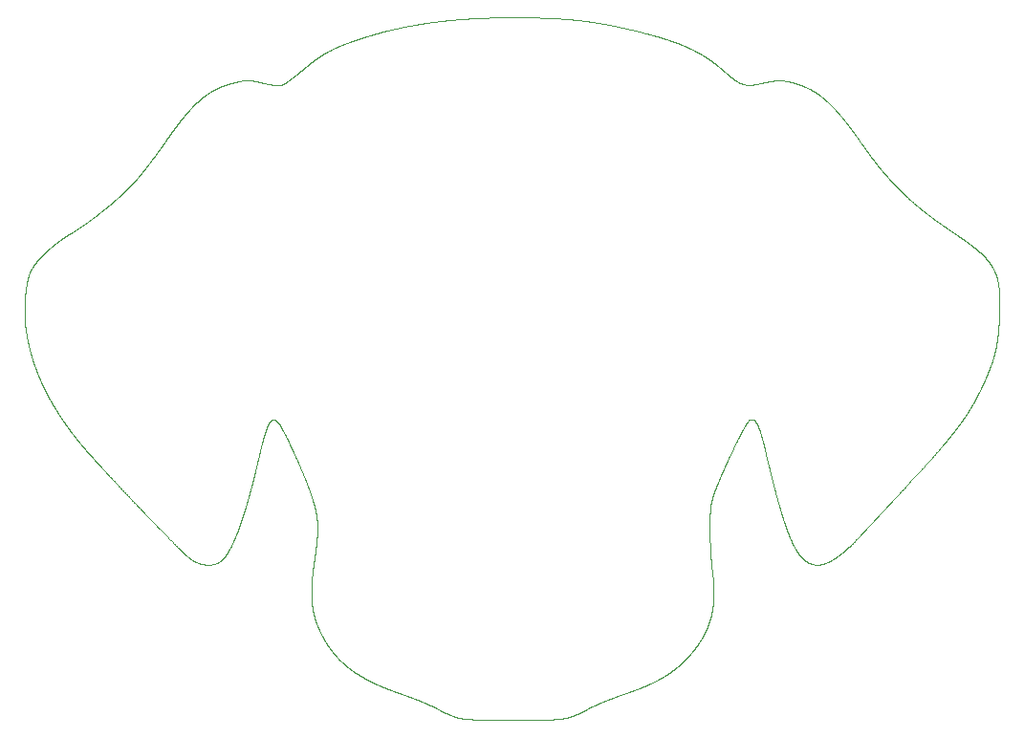
<source format=gbr>
%TF.GenerationSoftware,KiCad,Pcbnew,9.0.2*%
%TF.CreationDate,2025-06-28T23:14:17+07:00*%
%TF.ProjectId,PCB art,50434220-6172-4742-9e6b-696361645f70,rev?*%
%TF.SameCoordinates,Original*%
%TF.FileFunction,Profile,NP*%
%FSLAX46Y46*%
G04 Gerber Fmt 4.6, Leading zero omitted, Abs format (unit mm)*
G04 Created by KiCad (PCBNEW 9.0.2) date 2025-06-28 23:14:17*
%MOMM*%
%LPD*%
G01*
G04 APERTURE LIST*
%ADD10C,0.022500*%
%TA.AperFunction,Profile*%
%ADD11C,0.022500*%
%TD*%
G04 APERTURE END LIST*
D10*
X207287289Y-58532822D02*
X207315836Y-58540163D01*
X207344312Y-58547507D01*
X207372600Y-58554823D01*
X207400818Y-58562141D01*
X207428852Y-58569433D01*
X207456817Y-58576727D01*
X207484601Y-58583994D01*
X207512316Y-58591265D01*
X207539854Y-58598509D01*
X207567325Y-58605757D01*
X207594620Y-58612979D01*
X207621850Y-58620205D01*
X207648907Y-58627405D01*
X207675900Y-58634609D01*
X207702723Y-58641789D01*
X207729482Y-58648972D01*
X207756075Y-58656131D01*
X207782604Y-58663294D01*
X207808970Y-58670433D01*
X207835273Y-58677576D01*
X207861416Y-58684697D01*
X207887497Y-58691821D01*
X207913420Y-58698923D01*
X207939282Y-58706029D01*
X207964989Y-58713113D01*
X207990635Y-58720202D01*
X208016129Y-58727269D01*
X208041563Y-58734340D01*
X208066847Y-58741390D01*
X208092072Y-58748444D01*
X208117150Y-58755479D01*
X208142169Y-58762517D01*
X208167043Y-58769536D01*
X208191860Y-58776559D01*
X208216534Y-58783563D01*
X208241151Y-58790571D01*
X208265628Y-58797560D01*
X208290049Y-58804554D01*
X208314331Y-58811529D01*
X208338558Y-58818509D01*
X208362650Y-58825471D01*
X208386686Y-58832438D01*
X208410589Y-58839387D01*
X208434437Y-58846341D01*
X208458154Y-58853278D01*
X208481817Y-58860219D01*
X208505351Y-58867144D01*
X208528832Y-58874074D01*
X208552186Y-58880987D01*
X208575487Y-58887906D01*
X208598663Y-58894808D01*
X208621787Y-58901716D01*
X208644787Y-58908608D01*
X208667737Y-58915505D01*
X208690565Y-58922387D01*
X208713342Y-58929274D01*
X208736000Y-58936146D01*
X208758608Y-58943024D01*
X208781098Y-58949887D01*
X208803539Y-58956756D01*
X208825863Y-58963611D01*
X208848139Y-58970471D01*
X208870301Y-58977317D01*
X208892414Y-58984169D01*
X208914415Y-58991007D01*
X208936369Y-58997852D01*
X208958211Y-59004683D01*
X208980006Y-59011520D01*
X209001693Y-59018344D01*
X209023332Y-59025174D01*
X209044865Y-59031991D01*
X209066351Y-59038815D01*
X209087731Y-59045626D01*
X209109066Y-59052443D01*
X209130296Y-59059249D01*
X209151482Y-59066061D01*
X209172564Y-59072861D01*
X209193602Y-59079667D01*
X209214539Y-59086462D01*
X209235432Y-59093263D01*
X209256226Y-59100054D01*
X209276975Y-59106851D01*
X209297627Y-59113637D01*
X209318235Y-59120430D01*
X209338747Y-59127212D01*
X209359216Y-59134001D01*
X209379589Y-59140779D01*
X209399921Y-59147565D01*
X209420159Y-59154340D01*
X209440354Y-59161123D01*
X209460458Y-59167895D01*
X209480520Y-59174675D01*
X209500491Y-59181445D01*
X209520421Y-59188222D01*
X209540261Y-59194990D01*
X209560061Y-59201766D01*
X209579773Y-59208532D01*
X209599444Y-59215306D01*
X209619028Y-59222071D01*
X209638573Y-59228843D01*
X209658032Y-59235607D01*
X209677451Y-59242378D01*
X209696786Y-59249141D01*
X209716083Y-59255912D01*
X209735295Y-59262674D01*
X209754470Y-59269445D01*
X209773562Y-59276207D01*
X209792616Y-59282978D01*
X209811590Y-59289740D01*
X209830525Y-59296511D01*
X209849381Y-59303275D01*
X209868200Y-59310046D01*
X209886940Y-59316810D01*
X209905643Y-59323582D01*
X209924269Y-59330348D01*
X209942858Y-59337121D01*
X209961371Y-59343889D01*
X209979848Y-59350664D01*
X209998250Y-59357433D01*
X210016615Y-59364210D01*
X210034907Y-59370981D01*
X210053164Y-59377760D01*
X210071347Y-59384533D01*
X210089495Y-59391315D01*
X210107571Y-59398092D01*
X210125613Y-59404876D01*
X210143584Y-59411656D01*
X210161520Y-59418443D01*
X210179386Y-59425226D01*
X210197219Y-59432017D01*
X210214982Y-59438804D01*
X210232712Y-59445599D01*
X210250374Y-59452389D01*
X210268003Y-59459188D01*
X210285564Y-59465983D01*
X210303093Y-59472786D01*
X210320556Y-59479586D01*
X210337986Y-59486394D01*
X210355351Y-59493198D01*
X210372684Y-59500011D01*
X210389953Y-59506820D01*
X210407189Y-59513638D01*
X210424363Y-59520453D01*
X210441505Y-59527276D01*
X210458585Y-59534097D01*
X210475633Y-59540926D01*
X210492620Y-59547753D01*
X210509576Y-59554588D01*
X210526472Y-59561421D01*
X210543337Y-59568263D01*
X210560142Y-59575103D01*
X210576917Y-59581951D01*
X210593634Y-59588797D01*
X210610320Y-59595653D01*
X210626948Y-59602506D01*
X210643547Y-59609369D01*
X210660088Y-59616230D01*
X210676600Y-59623100D01*
X210693056Y-59629969D01*
X210709483Y-59636847D01*
X210725854Y-59643724D01*
X210742197Y-59650610D01*
X210758485Y-59657495D01*
X210774744Y-59664390D01*
X210790950Y-59671283D01*
X210807127Y-59678186D01*
X210823251Y-59685089D01*
X210839347Y-59692001D01*
X210855392Y-59698913D01*
X210871408Y-59705834D01*
X210887373Y-59712755D01*
X210903310Y-59719686D01*
X210919198Y-59726616D01*
X210935057Y-59733557D01*
X210950867Y-59740498D01*
X210966650Y-59747448D01*
X210982384Y-59754399D01*
X210998091Y-59761360D01*
X211013750Y-59768322D01*
X211029382Y-59775293D01*
X211044967Y-59782265D01*
X211060525Y-59789248D01*
X211076037Y-59796231D01*
X211091522Y-59803225D01*
X211106962Y-59810220D01*
X211122376Y-59817225D01*
X211137744Y-59824231D01*
X211153087Y-59831248D01*
X211168386Y-59838266D01*
X211183659Y-59845295D01*
X211198888Y-59852326D01*
X211214092Y-59859366D01*
X211229253Y-59866410D01*
X211244389Y-59873463D01*
X211259482Y-59880519D01*
X211274551Y-59887585D01*
X211289578Y-59894654D01*
X211304581Y-59901734D01*
X211319543Y-59908816D01*
X211334480Y-59915909D01*
X211349377Y-59923005D01*
X211364250Y-59930112D01*
X211379083Y-59937222D01*
X211393892Y-59944342D01*
X211408663Y-59951466D01*
X211423410Y-59958601D01*
X211438118Y-59965739D01*
X211452803Y-59972889D01*
X211467450Y-59980042D01*
X211482074Y-59987206D01*
X211496661Y-59994375D01*
X211511225Y-60001554D01*
X211525753Y-60008738D01*
X211540258Y-60015932D01*
X211554727Y-60023131D01*
X211569173Y-60030342D01*
X211583585Y-60037557D01*
X211597973Y-60044783D01*
X211612328Y-60052015D01*
X211626660Y-60059257D01*
X211640958Y-60066505D01*
X211655234Y-60073764D01*
X211669478Y-60081029D01*
X211683699Y-60088305D01*
X211697887Y-60095587D01*
X211712054Y-60102880D01*
X211726189Y-60110179D01*
X211740302Y-60117490D01*
X211754384Y-60124807D01*
X211768445Y-60132135D01*
X211782475Y-60139470D01*
X211796484Y-60146816D01*
X211810462Y-60154169D01*
X211824420Y-60161534D01*
X211838348Y-60168906D01*
X211852255Y-60176289D01*
X211866134Y-60183679D01*
X211879991Y-60191082D01*
X211893821Y-60198491D01*
X211907629Y-60205913D01*
X211921410Y-60213342D01*
X211935171Y-60220783D01*
X211948905Y-60228232D01*
X211962618Y-60235693D01*
X211976305Y-60243162D01*
X211989972Y-60250644D01*
X212003613Y-60258133D01*
X212017234Y-60265635D01*
X212030829Y-60273145D01*
X212044405Y-60280668D01*
X212057956Y-60288199D01*
X212071487Y-60295743D01*
X212084995Y-60303295D01*
X212098483Y-60310860D01*
X212111946Y-60318435D01*
X212125392Y-60326022D01*
X212138813Y-60333618D01*
X212152216Y-60341227D01*
X212165596Y-60348846D01*
X212178957Y-60356477D01*
X212192296Y-60364119D01*
X212205617Y-60371773D01*
X212218915Y-60379437D01*
X212232196Y-60387114D01*
X212245455Y-60394802D01*
X212258696Y-60402503D01*
X212271917Y-60410214D01*
X212285119Y-60417939D01*
X212298301Y-60425674D01*
X212311466Y-60433423D01*
X212324610Y-60441183D01*
X212337737Y-60448955D01*
X212350845Y-60456740D01*
X212363936Y-60464538D01*
X212377008Y-60472348D01*
X212390062Y-60480170D01*
X212403099Y-60488006D01*
X212416118Y-60495854D01*
X212429120Y-60503715D01*
X212442105Y-60511589D01*
X212455072Y-60519476D01*
X212468023Y-60527376D01*
X212480957Y-60535290D01*
X212493875Y-60543217D01*
X212506777Y-60551157D01*
X212519662Y-60559111D01*
X212532531Y-60567079D01*
X212545384Y-60575060D01*
X212558223Y-60583055D01*
X212571045Y-60591064D01*
X212583852Y-60599087D01*
X212596643Y-60607124D01*
X212609421Y-60615175D01*
X212622182Y-60623241D01*
X212634930Y-60631321D01*
X212647663Y-60639415D01*
X212673086Y-60655648D01*
X212698453Y-60671940D01*
X212723765Y-60688291D01*
X212749024Y-60704704D01*
X212774231Y-60721178D01*
X212799387Y-60737714D01*
X212824493Y-60754314D01*
X212849552Y-60770977D01*
X212874563Y-60787705D01*
X212899529Y-60804499D01*
X212924451Y-60821360D01*
X212949329Y-60838288D01*
X212974166Y-60855284D01*
X212998962Y-60872350D01*
X213023719Y-60889486D01*
X213048439Y-60906693D01*
X213073122Y-60923971D01*
X213097769Y-60941323D01*
X213122383Y-60958749D01*
X213146964Y-60976249D01*
X213171513Y-60993825D01*
X213196033Y-61011478D01*
X213220524Y-61029209D01*
X213244987Y-61047019D01*
X213269424Y-61064908D01*
X213293836Y-61082879D01*
X213318225Y-61100931D01*
X213342591Y-61119067D01*
X213366937Y-61137286D01*
X213391263Y-61155591D01*
X213415571Y-61173982D01*
X213439862Y-61192461D01*
X213464137Y-61211029D01*
X213488398Y-61229686D01*
X213512647Y-61248434D01*
X213536883Y-61267274D01*
X213561110Y-61286208D01*
X213585328Y-61305237D01*
X213609539Y-61324361D01*
X213633744Y-61343583D01*
X213657944Y-61362903D01*
X213682141Y-61382323D01*
X213706336Y-61401844D01*
X213730531Y-61421468D01*
X213754728Y-61441195D01*
X213778927Y-61461028D01*
X213803129Y-61480967D01*
X213827338Y-61501015D01*
X213851554Y-61521173D01*
X213875778Y-61541441D01*
X213900012Y-61561823D01*
X213924258Y-61582318D01*
X213948517Y-61602929D01*
X213972790Y-61623658D01*
X213997080Y-61644506D01*
X214021388Y-61665475D01*
X214045715Y-61686566D01*
X214070064Y-61707781D01*
X214094435Y-61729122D01*
X214101625Y-61735438D01*
X176776155Y-61944760D02*
X176798729Y-61925664D01*
X176821209Y-61906674D01*
X176843287Y-61888050D01*
X176865275Y-61869529D01*
X176886884Y-61851353D01*
X176908407Y-61833275D01*
X176929571Y-61815525D01*
X176950654Y-61797870D01*
X176971397Y-61780526D01*
X176992061Y-61763274D01*
X177012403Y-61746317D01*
X177032670Y-61729448D01*
X177052631Y-61712861D01*
X177072521Y-61696359D01*
X177092119Y-61680125D01*
X177111649Y-61663974D01*
X177130901Y-61648078D01*
X177150088Y-61632263D01*
X177169011Y-61616691D01*
X177187870Y-61601198D01*
X177206478Y-61585937D01*
X177225025Y-61570752D01*
X177243331Y-61555790D01*
X177261580Y-61540902D01*
X177279599Y-61526226D01*
X177297561Y-61511623D01*
X177315305Y-61497223D01*
X177332994Y-61482893D01*
X177350473Y-61468760D01*
X177367901Y-61454693D01*
X177385128Y-61440815D01*
X177402305Y-61427003D01*
X177419289Y-61413372D01*
X177436225Y-61399804D01*
X177452977Y-61386411D01*
X177469683Y-61373079D01*
X177486212Y-61359915D01*
X177502696Y-61346812D01*
X177519011Y-61333869D01*
X177535283Y-61320986D01*
X177551392Y-61308257D01*
X177567460Y-61295587D01*
X177583372Y-61283065D01*
X177599244Y-61270600D01*
X177614965Y-61258279D01*
X177630649Y-61246012D01*
X177646189Y-61233885D01*
X177661691Y-61221811D01*
X177677055Y-61209871D01*
X177692384Y-61197983D01*
X177707579Y-61186225D01*
X177722741Y-61174518D01*
X177737774Y-61162935D01*
X177752775Y-61151403D01*
X177767652Y-61139991D01*
X177782499Y-61128628D01*
X177797226Y-61117382D01*
X177811923Y-61106183D01*
X177826506Y-61095097D01*
X177841061Y-61084058D01*
X177855505Y-61073127D01*
X177869922Y-61062242D01*
X177884233Y-61051463D01*
X177898518Y-61040728D01*
X177912700Y-61030095D01*
X177926858Y-61019506D01*
X177940917Y-61009016D01*
X177954952Y-60998568D01*
X177968893Y-60988216D01*
X177982811Y-60977906D01*
X177996638Y-60967688D01*
X178010442Y-60957512D01*
X178024160Y-60947425D01*
X178037856Y-60937378D01*
X178051468Y-60927418D01*
X178065060Y-60917497D01*
X178078571Y-60907660D01*
X178092063Y-60897862D01*
X178105478Y-60888145D01*
X178118874Y-60878466D01*
X178132195Y-60868866D01*
X178145499Y-60859303D01*
X178158731Y-60849816D01*
X178171946Y-60840366D01*
X178185093Y-60830990D01*
X178198224Y-60821649D01*
X178211289Y-60812380D01*
X178224339Y-60803146D01*
X178237326Y-60793982D01*
X178250298Y-60784852D01*
X178263210Y-60775790D01*
X178276108Y-60766761D01*
X178288949Y-60757797D01*
X178301776Y-60748867D01*
X178314549Y-60739999D01*
X178327309Y-60731165D01*
X178340016Y-60722391D01*
X178352712Y-60713650D01*
X178365357Y-60704967D01*
X178377992Y-60696316D01*
X178390578Y-60687723D01*
X178403155Y-60679161D01*
X178415686Y-60670654D01*
X178428207Y-60662177D01*
X178440685Y-60653754D01*
X178453154Y-60645362D01*
X178465582Y-60637021D01*
X178478002Y-60628709D01*
X178490382Y-60620449D01*
X178502756Y-60612216D01*
X178515092Y-60604033D01*
X178527422Y-60595878D01*
X178539716Y-60587771D01*
X178552005Y-60579691D01*
X178564260Y-60571657D01*
X178576510Y-60563650D01*
X178588729Y-60555688D01*
X178600944Y-60547752D01*
X178613129Y-60539859D01*
X178625311Y-60531993D01*
X178637465Y-60524168D01*
X178649616Y-60516369D01*
X178661742Y-60508610D01*
X178673865Y-60500877D01*
X178685964Y-60493182D01*
X178698061Y-60485512D01*
X178710137Y-60477880D01*
X178722212Y-60470272D01*
X178734266Y-60462700D01*
X178746320Y-60455153D01*
X178758356Y-60447640D01*
X178770392Y-60440151D01*
X178782411Y-60432696D01*
X178794431Y-60425264D01*
X178806437Y-60417864D01*
X178818443Y-60410487D01*
X178830437Y-60403142D01*
X178842433Y-60395819D01*
X178854418Y-60388526D01*
X178866405Y-60381255D01*
X178878383Y-60374013D01*
X178890364Y-60366792D01*
X178902337Y-60359600D01*
X178914314Y-60352428D01*
X178926285Y-60345284D01*
X178938260Y-60338160D01*
X178950231Y-60331062D01*
X178962207Y-60323984D01*
X178974181Y-60316931D01*
X178986160Y-60309898D01*
X178998138Y-60302889D01*
X179010123Y-60295899D01*
X179022108Y-60288932D01*
X179034100Y-60281984D01*
X179046095Y-60275058D01*
X179058097Y-60268150D01*
X179070103Y-60261263D01*
X179082117Y-60254395D01*
X179094138Y-60247546D01*
X179106166Y-60240716D01*
X179130249Y-60227110D01*
X179154369Y-60213574D01*
X179178532Y-60200106D01*
X179202742Y-60186703D01*
X179227004Y-60173363D01*
X179251323Y-60160083D01*
X179275703Y-60146861D01*
X179300150Y-60133693D01*
X179324668Y-60120578D01*
X179349262Y-60107513D01*
X179373937Y-60094495D01*
X179398699Y-60081523D01*
X179423552Y-60068592D01*
X179448501Y-60055702D01*
X179473552Y-60042849D01*
X179498711Y-60030032D01*
X179523982Y-60017246D01*
X179549370Y-60004491D01*
X179574883Y-59991763D01*
X179600524Y-59979060D01*
X179626300Y-59966379D01*
X179652218Y-59953718D01*
X179678282Y-59941075D01*
X179704499Y-59928446D01*
X179730876Y-59915829D01*
X179757418Y-59903222D01*
X179784133Y-59890621D01*
X179811026Y-59878024D01*
X179838105Y-59865429D01*
X179865377Y-59852832D01*
X179892849Y-59840231D01*
X179920528Y-59827623D01*
X179948423Y-59815005D01*
X179976540Y-59802373D01*
X180004889Y-59789726D01*
X180033476Y-59777059D01*
X180062311Y-59764371D01*
X180091403Y-59751656D01*
X180120760Y-59738913D01*
X180150392Y-59726138D01*
X180180309Y-59713327D01*
X180210521Y-59700477D01*
X180241038Y-59687584D01*
X180271870Y-59674644D01*
X180303030Y-59661654D01*
X180334528Y-59648610D01*
X180366377Y-59635507D01*
X180398589Y-59622340D01*
X180431177Y-59609107D01*
X180464154Y-59595802D01*
X180497535Y-59582420D01*
X180531335Y-59568956D01*
X180565568Y-59555406D01*
X180600251Y-59541763D01*
X180635401Y-59528023D01*
X180671036Y-59514179D01*
X180707173Y-59500226D01*
X180743833Y-59486157D01*
X180781035Y-59471965D01*
X180818802Y-59457643D01*
X180857155Y-59443185D01*
X180896120Y-59428581D01*
X180935720Y-59413824D01*
X180975984Y-59398906D01*
X181016940Y-59383816D01*
X181058617Y-59368546D01*
X181101048Y-59353084D01*
X181144267Y-59337420D01*
X181188311Y-59321543D01*
X181233219Y-59305438D01*
X181279034Y-59289094D01*
X181325800Y-59272495D01*
X181355366Y-59262043D01*
X220023143Y-62829263D02*
X220037401Y-62832468D01*
X220051636Y-62835689D01*
X220065787Y-62838912D01*
X220079916Y-62842150D01*
X220093963Y-62845390D01*
X220107988Y-62848645D01*
X220121933Y-62851902D01*
X220135856Y-62855175D01*
X220149702Y-62858450D01*
X220163526Y-62861741D01*
X220177273Y-62865034D01*
X220191000Y-62868343D01*
X220204652Y-62871654D01*
X220218283Y-62874981D01*
X220231841Y-62878311D01*
X220245379Y-62881656D01*
X220258846Y-62885005D01*
X220272292Y-62888369D01*
X220285669Y-62891736D01*
X220299026Y-62895119D01*
X220312315Y-62898505D01*
X220325584Y-62901907D01*
X220338787Y-62905313D01*
X220351970Y-62908735D01*
X220365088Y-62912160D01*
X220378188Y-62915601D01*
X220391223Y-62919046D01*
X220404240Y-62922506D01*
X220417194Y-62925971D01*
X220430130Y-62929452D01*
X220443005Y-62932937D01*
X220455862Y-62936438D01*
X220468659Y-62939943D01*
X220481438Y-62943465D01*
X220494159Y-62946991D01*
X220506862Y-62950533D01*
X220519508Y-62954079D01*
X220532137Y-62957642D01*
X220544709Y-62961210D01*
X220557265Y-62964793D01*
X220569766Y-62968382D01*
X220582250Y-62971987D01*
X220594680Y-62975597D01*
X220607094Y-62979224D01*
X220619455Y-62982856D01*
X220631800Y-62986504D01*
X220644094Y-62990157D01*
X220656371Y-62993827D01*
X220668599Y-62997503D01*
X220680810Y-63001195D01*
X220692972Y-63004893D01*
X220705119Y-63008607D01*
X220717217Y-63012327D01*
X220729300Y-63016064D01*
X220741336Y-63019806D01*
X220753357Y-63023566D01*
X220765331Y-63027331D01*
X220777291Y-63031113D01*
X220789206Y-63034902D01*
X220801106Y-63038707D01*
X220812961Y-63042519D01*
X220824802Y-63046348D01*
X220836600Y-63050183D01*
X220848383Y-63054035D01*
X220860124Y-63057894D01*
X220871851Y-63061770D01*
X220883537Y-63065652D01*
X220895209Y-63069552D01*
X220906840Y-63073459D01*
X220918457Y-63077383D01*
X220930035Y-63081314D01*
X220941599Y-63085262D01*
X220953125Y-63089217D01*
X220964637Y-63093190D01*
X220976111Y-63097170D01*
X220987572Y-63101167D01*
X220998996Y-63105173D01*
X221010407Y-63109195D01*
X221021781Y-63113225D01*
X221033143Y-63117272D01*
X221044470Y-63121328D01*
X221055784Y-63125401D01*
X221067062Y-63129482D01*
X221078329Y-63133580D01*
X221089562Y-63137687D01*
X221100782Y-63141811D01*
X221111969Y-63145944D01*
X221123145Y-63150094D01*
X221134287Y-63154253D01*
X221145418Y-63158430D01*
X221156517Y-63162615D01*
X221167605Y-63166818D01*
X221178661Y-63171030D01*
X221189706Y-63175260D01*
X221200720Y-63179499D01*
X221211723Y-63183755D01*
X221222697Y-63188021D01*
X221233659Y-63192305D01*
X221244592Y-63196598D01*
X221255515Y-63200909D01*
X221266409Y-63205230D01*
X221277292Y-63209569D01*
X221288147Y-63213918D01*
X221298993Y-63218284D01*
X221309810Y-63222661D01*
X221320618Y-63227055D01*
X221331399Y-63231460D01*
X221342170Y-63235883D01*
X221352914Y-63240316D01*
X221363649Y-63244768D01*
X221374359Y-63249230D01*
X221385059Y-63253710D01*
X221395734Y-63258201D01*
X221406399Y-63262710D01*
X221417041Y-63267231D01*
X221427673Y-63271769D01*
X221438281Y-63276319D01*
X221448880Y-63280887D01*
X221459456Y-63285466D01*
X221470023Y-63290064D01*
X221480568Y-63294673D01*
X221491103Y-63299301D01*
X221501617Y-63303941D01*
X221512122Y-63308599D01*
X221522606Y-63313269D01*
X221533081Y-63317957D01*
X221543535Y-63322658D01*
X221553981Y-63327377D01*
X221564406Y-63332109D01*
X221574824Y-63336859D01*
X221585221Y-63341623D01*
X221595611Y-63346404D01*
X221605981Y-63351199D01*
X221616343Y-63356012D01*
X221626687Y-63360838D01*
X221637023Y-63365683D01*
X221647340Y-63370542D01*
X221657650Y-63375418D01*
X221667943Y-63380309D01*
X221678228Y-63385219D01*
X221688495Y-63390142D01*
X221698756Y-63395084D01*
X221709000Y-63400040D01*
X221719236Y-63405015D01*
X221729456Y-63410005D01*
X221739670Y-63415013D01*
X221749867Y-63420036D01*
X221760058Y-63425077D01*
X221770234Y-63430134D01*
X221780402Y-63435210D01*
X221790557Y-63440300D01*
X221800704Y-63445410D01*
X221810837Y-63450535D01*
X221820964Y-63455679D01*
X221831077Y-63460838D01*
X221841184Y-63466017D01*
X221851277Y-63471211D01*
X221861364Y-63476425D01*
X221871439Y-63481655D01*
X221881507Y-63486904D01*
X221891563Y-63492169D01*
X221901613Y-63497453D01*
X221911651Y-63502754D01*
X221921683Y-63508075D01*
X221931704Y-63513412D01*
X221941719Y-63518769D01*
X221951723Y-63524142D01*
X221961722Y-63529536D01*
X221971710Y-63534946D01*
X221981693Y-63540376D01*
X221991666Y-63545824D01*
X222001633Y-63551291D01*
X222011590Y-63556776D01*
X222021543Y-63562281D01*
X222031486Y-63567804D01*
X222041424Y-63573346D01*
X222051354Y-63578907D01*
X222061278Y-63584488D01*
X222071195Y-63590088D01*
X222081106Y-63595707D01*
X222091010Y-63601345D01*
X222100909Y-63607003D01*
X222110800Y-63612681D01*
X222120687Y-63618378D01*
X222130567Y-63624095D01*
X222140442Y-63629832D01*
X222150311Y-63635589D01*
X222160175Y-63641366D01*
X222170034Y-63647163D01*
X222179888Y-63652980D01*
X222189736Y-63658818D01*
X222199581Y-63664676D01*
X222209420Y-63670554D01*
X222219254Y-63676453D01*
X222229085Y-63682373D01*
X222238911Y-63688314D01*
X222248733Y-63694275D01*
X222258551Y-63700258D01*
X222268365Y-63706261D01*
X222278175Y-63712286D01*
X222287982Y-63718332D01*
X222297785Y-63724399D01*
X222307585Y-63730488D01*
X222317381Y-63736598D01*
X222327175Y-63742730D01*
X222336966Y-63748883D01*
X222346754Y-63755059D01*
X222356538Y-63761256D01*
X222376101Y-63773718D01*
X222395655Y-63786268D01*
X222415200Y-63798908D01*
X222434738Y-63811639D01*
X222454271Y-63824462D01*
X222473798Y-63837377D01*
X222493321Y-63850385D01*
X222512841Y-63863488D01*
X222532359Y-63876685D01*
X222551877Y-63889979D01*
X222571394Y-63903370D01*
X222590913Y-63916858D01*
X222610434Y-63930446D01*
X222629958Y-63944133D01*
X222649486Y-63957921D01*
X222669020Y-63971810D01*
X222688560Y-63985802D01*
X222708107Y-63999898D01*
X222727662Y-64014099D01*
X222747227Y-64028405D01*
X222766802Y-64042819D01*
X222786389Y-64057340D01*
X222805988Y-64071970D01*
X222825601Y-64086710D01*
X222845228Y-64101561D01*
X222864871Y-64116524D01*
X222884530Y-64131600D01*
X222904207Y-64146791D01*
X222923903Y-64162098D01*
X222943619Y-64177521D01*
X222963355Y-64193062D01*
X222983114Y-64208723D01*
X223002895Y-64224503D01*
X223022700Y-64240406D01*
X223042531Y-64256431D01*
X223062388Y-64272580D01*
X223082272Y-64288855D01*
X223102184Y-64305256D01*
X223122126Y-64321786D01*
X223142098Y-64338444D01*
X223162102Y-64355234D01*
X223182139Y-64372155D01*
X223202210Y-64389210D01*
X223222316Y-64406400D01*
X223242458Y-64423726D01*
X223262637Y-64441189D01*
X223282855Y-64458792D01*
X223303113Y-64476536D01*
X223323411Y-64494421D01*
X223343751Y-64512451D01*
X223364135Y-64530625D01*
X223384562Y-64548947D01*
X223405036Y-64567417D01*
X223425556Y-64586037D01*
X223446124Y-64604808D01*
X223466741Y-64623733D01*
X223487409Y-64642813D01*
X223508129Y-64662049D01*
X223528902Y-64681445D01*
X223549729Y-64701000D01*
X223570611Y-64720717D01*
X223591551Y-64740598D01*
X223612548Y-64760645D01*
X223633605Y-64780859D01*
X223654723Y-64801243D01*
X223675904Y-64821798D01*
X223697148Y-64842527D01*
X223718457Y-64863431D01*
X223739832Y-64884512D01*
X223761275Y-64905772D01*
X223782788Y-64927214D01*
X223804371Y-64948839D01*
X223826027Y-64970650D01*
X223847756Y-64992649D01*
X223869560Y-65014838D01*
X223891441Y-65037220D01*
X223913401Y-65059796D01*
X223935440Y-65082569D01*
X223957561Y-65105541D01*
X223979765Y-65128715D01*
X224002053Y-65152093D01*
X224024428Y-65175677D01*
X224046891Y-65199471D01*
X224069444Y-65223476D01*
X224092088Y-65247696D01*
X224114825Y-65272132D01*
X224137657Y-65296789D01*
X224160586Y-65321667D01*
X224183614Y-65346770D01*
X224206742Y-65372102D01*
X224229972Y-65397664D01*
X224253307Y-65423460D01*
X224276748Y-65449493D01*
X224300297Y-65475766D01*
X224323956Y-65502281D01*
X224347727Y-65529042D01*
X224371613Y-65556053D01*
X224395615Y-65583316D01*
X224419736Y-65610835D01*
X224443977Y-65638613D01*
X224468341Y-65666653D01*
X224492831Y-65694960D01*
X224517447Y-65723536D01*
X224542194Y-65752386D01*
X224567073Y-65781513D01*
X224592086Y-65810921D01*
X224617237Y-65840613D01*
X224642527Y-65870594D01*
X224667959Y-65900868D01*
X224693536Y-65931438D01*
X224719261Y-65962310D01*
X224745135Y-65993486D01*
X224771163Y-66024972D01*
X224797346Y-66056773D01*
X224823688Y-66088891D01*
X224850191Y-66121333D01*
X224876859Y-66154103D01*
X224903694Y-66187206D01*
X224930700Y-66220646D01*
X224957880Y-66254429D01*
X224985237Y-66288559D01*
X225012775Y-66323043D01*
X225040496Y-66357886D01*
X225068405Y-66393092D01*
X225096505Y-66428669D01*
X225124799Y-66464620D01*
X225153292Y-66500953D01*
X225181986Y-66537674D01*
X225210887Y-66574788D01*
X225239998Y-66612301D01*
X225269322Y-66650222D01*
X225298865Y-66688555D01*
X225328630Y-66727308D01*
X225358623Y-66766488D01*
X225388846Y-66806102D01*
X225419306Y-66846157D01*
X225450007Y-66886661D01*
X225480953Y-66927622D01*
X225512150Y-66969047D01*
X225543602Y-67010945D01*
X225575316Y-67053324D01*
X225607296Y-67096192D01*
X225639548Y-67139559D01*
X225672078Y-67183434D01*
X225704892Y-67227825D01*
X225737995Y-67272743D01*
X225771394Y-67318198D01*
X225805095Y-67364199D01*
X225839106Y-67410756D01*
X225873432Y-67457882D01*
X225908081Y-67505587D01*
X225943059Y-67553882D01*
X225978376Y-67602780D01*
X226014037Y-67652292D01*
X226050052Y-67702432D01*
X226086428Y-67753211D01*
X226123174Y-67804645D01*
X226160298Y-67856746D01*
X226197810Y-67909529D01*
X226235720Y-67963009D01*
X226274036Y-68017201D01*
X226312770Y-68072122D01*
X226351931Y-68127787D01*
X226391530Y-68184215D01*
X226431579Y-68241424D01*
X226472090Y-68299430D01*
X226513074Y-68358255D01*
X226554545Y-68417917D01*
X226582372Y-68458029D01*
X214101625Y-61735438D02*
X214128883Y-61759387D01*
X214155896Y-61783094D01*
X214181097Y-61805182D01*
X214206086Y-61827057D01*
X214229615Y-61847628D01*
X214252958Y-61868007D01*
X214275091Y-61887303D01*
X214297057Y-61906425D01*
X214317995Y-61924627D01*
X214338783Y-61942670D01*
X214358684Y-61959916D01*
X214378447Y-61977016D01*
X214397434Y-61993417D01*
X214416294Y-62009682D01*
X214434466Y-62025327D01*
X214452522Y-62040844D01*
X214469963Y-62055807D01*
X214487296Y-62070649D01*
X214504074Y-62084990D01*
X214520752Y-62099219D01*
X214536927Y-62112991D01*
X214553007Y-62126657D01*
X214568629Y-62139906D01*
X214584162Y-62153054D01*
X214599274Y-62165818D01*
X214614303Y-62178486D01*
X214628943Y-62190800D01*
X214643505Y-62203022D01*
X214657709Y-62214916D01*
X214671837Y-62226721D01*
X214685633Y-62238221D01*
X214699358Y-62249637D01*
X214712773Y-62260768D01*
X214726120Y-62271817D01*
X214739178Y-62282600D01*
X214752172Y-62293304D01*
X214764894Y-62303758D01*
X214777556Y-62314136D01*
X214789963Y-62324279D01*
X214802312Y-62334349D01*
X214814420Y-62344197D01*
X214826474Y-62353974D01*
X214838301Y-62363542D01*
X214850077Y-62373041D01*
X214861637Y-62382342D01*
X214873148Y-62391576D01*
X214884456Y-62400622D01*
X214895716Y-62409604D01*
X214906784Y-62418407D01*
X214917806Y-62427148D01*
X214928646Y-62435718D01*
X214939442Y-62444228D01*
X214950064Y-62452575D01*
X214960644Y-62460865D01*
X214971059Y-62468998D01*
X214981434Y-62477076D01*
X214991652Y-62485004D01*
X215001831Y-62492878D01*
X215011859Y-62500610D01*
X215021851Y-62508288D01*
X215031699Y-62515830D01*
X215041511Y-62523320D01*
X215051186Y-62530679D01*
X215060828Y-62537988D01*
X215070337Y-62545171D01*
X215079814Y-62552305D01*
X215089166Y-62559319D01*
X215098485Y-62566284D01*
X215107684Y-62573134D01*
X215116853Y-62579936D01*
X215125906Y-62586628D01*
X215134930Y-62593272D01*
X215143843Y-62599811D01*
X215152728Y-62606303D01*
X215161506Y-62612693D01*
X215170258Y-62619038D01*
X215178907Y-62625285D01*
X215187530Y-62631488D01*
X215196054Y-62637595D01*
X215204553Y-62643659D01*
X215212958Y-62649631D01*
X215221338Y-62655562D01*
X215229627Y-62661403D01*
X215237893Y-62667203D01*
X215246071Y-62672918D01*
X215254227Y-62678592D01*
X215262298Y-62684182D01*
X215270348Y-62689734D01*
X215278316Y-62695205D01*
X215286263Y-62700637D01*
X215294132Y-62705991D01*
X215301981Y-62711307D01*
X215309754Y-62716548D01*
X215317508Y-62721752D01*
X215325188Y-62726882D01*
X215332850Y-62731976D01*
X215340442Y-62736998D01*
X215348015Y-62741985D01*
X215355521Y-62746903D01*
X215363009Y-62751786D01*
X215370432Y-62756602D01*
X215377838Y-62761384D01*
X215385181Y-62766100D01*
X215392507Y-62770783D01*
X215399773Y-62775402D01*
X215407023Y-62779988D01*
X215414214Y-62784513D01*
X215421390Y-62789005D01*
X215428509Y-62793437D01*
X215435614Y-62797837D01*
X215442663Y-62802179D01*
X215449699Y-62806489D01*
X215456682Y-62810743D01*
X215463651Y-62814966D01*
X215470569Y-62819134D01*
X215477475Y-62823271D01*
X215484331Y-62827355D01*
X215491174Y-62831408D01*
X215497970Y-62835409D01*
X215504754Y-62839381D01*
X215511491Y-62843302D01*
X215518217Y-62847193D01*
X215524899Y-62851035D01*
X215531570Y-62854848D01*
X215538198Y-62858613D01*
X215544815Y-62862349D01*
X215551390Y-62866039D01*
X215557956Y-62869700D01*
X215564482Y-62873316D01*
X215570998Y-62876903D01*
X215577475Y-62880447D01*
X215583943Y-62883962D01*
X215590374Y-62887435D01*
X215596796Y-62890880D01*
X215603182Y-62894283D01*
X215609560Y-62897659D01*
X215615903Y-62900993D01*
X215622238Y-62904301D01*
X215628540Y-62907569D01*
X215634834Y-62910810D01*
X215641096Y-62914013D01*
X215647350Y-62917189D01*
X215653574Y-62920327D01*
X215659791Y-62923439D01*
X215665978Y-62926513D01*
X215672158Y-62929562D01*
X215678310Y-62932575D01*
X215684456Y-62935562D01*
X215690574Y-62938514D01*
X215696687Y-62941441D01*
X215702773Y-62944333D01*
X215708853Y-62947200D01*
X215714909Y-62950033D01*
X215720959Y-62952841D01*
X215726985Y-62955616D01*
X215733006Y-62958367D01*
X215739004Y-62961085D01*
X215744997Y-62963780D01*
X215750969Y-62966442D01*
X215756936Y-62969080D01*
X215762882Y-62971688D01*
X215768823Y-62974271D01*
X215774745Y-62976825D01*
X215780664Y-62979354D01*
X215786563Y-62981854D01*
X215792459Y-62984331D01*
X215798336Y-62986778D01*
X215804211Y-62989203D01*
X215810068Y-62991598D01*
X215815923Y-62993971D01*
X215821761Y-62996316D01*
X215827597Y-62998638D01*
X215833418Y-63000932D01*
X215839236Y-63003204D01*
X215845040Y-63005449D01*
X215850842Y-63007672D01*
X215856631Y-63009868D01*
X215862417Y-63012042D01*
X215868192Y-63014190D01*
X215873965Y-63016317D01*
X215879726Y-63018417D01*
X215885486Y-63020496D01*
X215891235Y-63022550D01*
X215896984Y-63024582D01*
X215902722Y-63026589D01*
X215908460Y-63028575D01*
X215914189Y-63030537D01*
X215919917Y-63032477D01*
X215925638Y-63034394D01*
X215931358Y-63036289D01*
X215937071Y-63038161D01*
X215942784Y-63040012D01*
X215948491Y-63041839D01*
X215954197Y-63043646D01*
X215959899Y-63045430D01*
X215965601Y-63047194D01*
X215971299Y-63048935D01*
X215976997Y-63050655D01*
X215982691Y-63052353D01*
X215988387Y-63054031D01*
X215994079Y-63055687D01*
X215999773Y-63057323D01*
X216005465Y-63058937D01*
X216011159Y-63060531D01*
X216016851Y-63062103D01*
X216022545Y-63063656D01*
X216028238Y-63065187D01*
X216033934Y-63066699D01*
X216039630Y-63068190D01*
X216045329Y-63069661D01*
X216051028Y-63071111D01*
X216056731Y-63072542D01*
X216062435Y-63073952D01*
X216068143Y-63075343D01*
X216079566Y-63078064D01*
X216091004Y-63080707D01*
X216102459Y-63083272D01*
X216113932Y-63085759D01*
X216125426Y-63088168D01*
X216136943Y-63090501D01*
X216148486Y-63092757D01*
X216160057Y-63094937D01*
X216171658Y-63097042D01*
X216183291Y-63099071D01*
X216194959Y-63101025D01*
X216206665Y-63102904D01*
X216218411Y-63104708D01*
X216230198Y-63106439D01*
X216242031Y-63108094D01*
X216253911Y-63109676D01*
X216265841Y-63111184D01*
X216277823Y-63112618D01*
X216289861Y-63113977D01*
X216301957Y-63115263D01*
X216314113Y-63116475D01*
X216326333Y-63117613D01*
X216338619Y-63118677D01*
X216350975Y-63119666D01*
X216363403Y-63120581D01*
X216375907Y-63121422D01*
X216388489Y-63122187D01*
X216401153Y-63122877D01*
X216413902Y-63123492D01*
X216426739Y-63124031D01*
X216439668Y-63124494D01*
X216452693Y-63124880D01*
X216465817Y-63125189D01*
X216479043Y-63125421D01*
X216492376Y-63125574D01*
X216505820Y-63125649D01*
X216519379Y-63125644D01*
X216533056Y-63125560D01*
X216546857Y-63125394D01*
X216560785Y-63125147D01*
X216574846Y-63124818D01*
X216589044Y-63124405D01*
X216603384Y-63123909D01*
X216617871Y-63123327D01*
X216632511Y-63122659D01*
X216647309Y-63121904D01*
X216662271Y-63121060D01*
X216677402Y-63120127D01*
X216692710Y-63119103D01*
X216708201Y-63117986D01*
X216723880Y-63116776D01*
X216739756Y-63115470D01*
X216755836Y-63114067D01*
X216772128Y-63112565D01*
X216788639Y-63110963D01*
X216805378Y-63109259D01*
X216822354Y-63107450D01*
X216839576Y-63105534D01*
X216857055Y-63103510D01*
X216874800Y-63101374D01*
X216892823Y-63099124D01*
X216911134Y-63096758D01*
X216929748Y-63094272D01*
X216948675Y-63091663D01*
X216967931Y-63088929D01*
X216987530Y-63086065D01*
X217007487Y-63083068D01*
X217027819Y-63079934D01*
X217048545Y-63076658D01*
X217069683Y-63073237D01*
X217091255Y-63069664D01*
X217113281Y-63065935D01*
X217135787Y-63062044D01*
X217158799Y-63057985D01*
X217182345Y-63053750D01*
X217206456Y-63049333D01*
X217231165Y-63044725D01*
X217256511Y-63039917D01*
X217282534Y-63034899D01*
X217309280Y-63029661D01*
X217336799Y-63024191D01*
X217365150Y-63018474D01*
X217394395Y-63012495D01*
X217424608Y-63006237D01*
X217455872Y-62999680D01*
X217488283Y-62992802D01*
X217521954Y-62985575D01*
X217557016Y-62977968D01*
X217593627Y-62969944D01*
X217631978Y-62961458D01*
X217672304Y-62952454D01*
X217714902Y-62942862D01*
X217750062Y-62934888D01*
X217750062Y-62934888D02*
X217768742Y-62930649D01*
X217787313Y-62926457D01*
X217805524Y-62922366D01*
X217823630Y-62918319D01*
X217841396Y-62914369D01*
X217859061Y-62910462D01*
X217876403Y-62906646D01*
X217893649Y-62902873D01*
X217910590Y-62899187D01*
X217927438Y-62895542D01*
X217943996Y-62891980D01*
X217960465Y-62888458D01*
X217976658Y-62885016D01*
X217992766Y-62881612D01*
X218008611Y-62878284D01*
X218024374Y-62874994D01*
X218039887Y-62871777D01*
X218055320Y-62868597D01*
X218070516Y-62865486D01*
X218085635Y-62862412D01*
X218100527Y-62859404D01*
X218115345Y-62856431D01*
X218129946Y-62853523D01*
X218144476Y-62850649D01*
X218158798Y-62847837D01*
X218173052Y-62845059D01*
X218187107Y-62842340D01*
X218201097Y-62839654D01*
X218214896Y-62837025D01*
X218228632Y-62834429D01*
X218242186Y-62831887D01*
X218255678Y-62829378D01*
X218268996Y-62826921D01*
X218282254Y-62824496D01*
X218295345Y-62822121D01*
X218308379Y-62819778D01*
X218321253Y-62817484D01*
X218334071Y-62815220D01*
X218346735Y-62813003D01*
X218359345Y-62810817D01*
X218371808Y-62808676D01*
X218384218Y-62806564D01*
X218396487Y-62804498D01*
X218408706Y-62802459D01*
X218420788Y-62800464D01*
X218432822Y-62798498D01*
X218444725Y-62796573D01*
X218456581Y-62794676D01*
X218468311Y-62792819D01*
X218479996Y-62790990D01*
X218491559Y-62789200D01*
X218503079Y-62787437D01*
X218514482Y-62785713D01*
X218525843Y-62784015D01*
X218537092Y-62782354D01*
X218548300Y-62780719D01*
X218559400Y-62779121D01*
X218570460Y-62777548D01*
X218581417Y-62776010D01*
X218592334Y-62774498D01*
X218603153Y-62773020D01*
X218613934Y-62771568D01*
X218624620Y-62770148D01*
X218635269Y-62768754D01*
X218645826Y-62767391D01*
X218656348Y-62766054D01*
X218666782Y-62764748D01*
X218677181Y-62763466D01*
X218687496Y-62762215D01*
X218697777Y-62760989D01*
X218707977Y-62759792D01*
X218718145Y-62758619D01*
X218728235Y-62757475D01*
X218738293Y-62756355D01*
X218748276Y-62755264D01*
X218758229Y-62754196D01*
X218768110Y-62753156D01*
X218777962Y-62752139D01*
X218787744Y-62751149D01*
X218797498Y-62750183D01*
X218807186Y-62749243D01*
X218816846Y-62748326D01*
X218826442Y-62747435D01*
X218836012Y-62746566D01*
X218845521Y-62745724D01*
X218855004Y-62744903D01*
X218864429Y-62744108D01*
X218873829Y-62743335D01*
X218883173Y-62742587D01*
X218892493Y-62741861D01*
X218901759Y-62741158D01*
X218911002Y-62740478D01*
X218920194Y-62739822D01*
X218929364Y-62739187D01*
X218938484Y-62738576D01*
X218947584Y-62737986D01*
X218956636Y-62737420D01*
X218965668Y-62736874D01*
X218974656Y-62736352D01*
X218983623Y-62735850D01*
X218992548Y-62735371D01*
X219001454Y-62734914D01*
X219010320Y-62734478D01*
X219019167Y-62734063D01*
X219027976Y-62733670D01*
X219036768Y-62733298D01*
X219045523Y-62732947D01*
X219054262Y-62732617D01*
X219062966Y-62732309D01*
X219071654Y-62732021D01*
X219080310Y-62731754D01*
X219088950Y-62731507D01*
X219097560Y-62731282D01*
X219106156Y-62731076D01*
X219114723Y-62730892D01*
X219123275Y-62730728D01*
X219131802Y-62730584D01*
X219140315Y-62730461D01*
X219148803Y-62730358D01*
X219157278Y-62730275D01*
X219165731Y-62730212D01*
X219174172Y-62730170D01*
X219182592Y-62730147D01*
X219191000Y-62730145D01*
X219199389Y-62730162D01*
X219207767Y-62730200D01*
X219216129Y-62730257D01*
X219224479Y-62730335D01*
X219232815Y-62730432D01*
X219241140Y-62730549D01*
X219249453Y-62730686D01*
X219257755Y-62730843D01*
X219266047Y-62731019D01*
X219274329Y-62731215D01*
X219282603Y-62731432D01*
X219290867Y-62731667D01*
X219299124Y-62731923D01*
X219307374Y-62732198D01*
X219315617Y-62732494D01*
X219323853Y-62732809D01*
X219340311Y-62733498D01*
X219356752Y-62734267D01*
X219373180Y-62735115D01*
X219389601Y-62736042D01*
X219406019Y-62737050D01*
X219422440Y-62738138D01*
X219438868Y-62739306D01*
X219455308Y-62740556D01*
X219471766Y-62741887D01*
X219488246Y-62743300D01*
X219504754Y-62744795D01*
X219521295Y-62746374D01*
X219537874Y-62748036D01*
X219554496Y-62749784D01*
X219571168Y-62751617D01*
X219587894Y-62753536D01*
X219604681Y-62755543D01*
X219621534Y-62757638D01*
X219638460Y-62759822D01*
X219655465Y-62762098D01*
X219672554Y-62764465D01*
X219689735Y-62766926D01*
X219707015Y-62769482D01*
X219724399Y-62772134D01*
X219741896Y-62774883D01*
X219759513Y-62777733D01*
X219777257Y-62780684D01*
X219795136Y-62783739D01*
X219813160Y-62786899D01*
X219831335Y-62790168D01*
X219849672Y-62793546D01*
X219868179Y-62797037D01*
X219886867Y-62800643D01*
X219905745Y-62804368D01*
X219924825Y-62808214D01*
X219944117Y-62812184D01*
X219963634Y-62816281D01*
X219983388Y-62820511D01*
X220003392Y-62824875D01*
X220023143Y-62829263D01*
X190958371Y-119215033D02*
X190945901Y-119212537D01*
X190933114Y-119209895D01*
X190920007Y-119207106D01*
X190906576Y-119204166D01*
X190892820Y-119201072D01*
X190878735Y-119197822D01*
X190864320Y-119194414D01*
X190849572Y-119190845D01*
X190834490Y-119187113D01*
X190819073Y-119183215D01*
X190803319Y-119179149D01*
X190787227Y-119174914D01*
X190770797Y-119170506D01*
X190754029Y-119165925D01*
X190736923Y-119161169D01*
X190719479Y-119156235D01*
X190701699Y-119151123D01*
X190683583Y-119145831D01*
X190665134Y-119140359D01*
X190646353Y-119134704D01*
X190627243Y-119128867D01*
X190607808Y-119122847D01*
X190588049Y-119116642D01*
X190567973Y-119110254D01*
X190547581Y-119103682D01*
X190526881Y-119096926D01*
X190505876Y-119089986D01*
X190484573Y-119082864D01*
X190462978Y-119075559D01*
X190441098Y-119068074D01*
X190418940Y-119060408D01*
X190396512Y-119052565D01*
X190373822Y-119044545D01*
X190350878Y-119036351D01*
X190327691Y-119027985D01*
X190304270Y-119019449D01*
X190280625Y-119010746D01*
X190256766Y-119001879D01*
X190232705Y-118992852D01*
X190208453Y-118983668D01*
X190184021Y-118974330D01*
X190159423Y-118964842D01*
X190134670Y-118955210D01*
X190109776Y-118945436D01*
X190084754Y-118935526D01*
X190059616Y-118925484D01*
X190034378Y-118915316D01*
X190009051Y-118905026D01*
X189983652Y-118894619D01*
X189958193Y-118884103D01*
X189932690Y-118873480D01*
X189907155Y-118862759D01*
X189894381Y-118857363D01*
X189881605Y-118851944D01*
X189868829Y-118846503D01*
X189856053Y-118841041D01*
X189843282Y-118835559D01*
X189830513Y-118830056D01*
X189817755Y-118824537D01*
X189805001Y-118818996D01*
X189792262Y-118813441D01*
X189779529Y-118807867D01*
X189766818Y-118802280D01*
X189754113Y-118796674D01*
X189741435Y-118791058D01*
X189728766Y-118785424D01*
X189716128Y-118779783D01*
X189703501Y-118774124D01*
X189690911Y-118768459D01*
X189678333Y-118762778D01*
X189665797Y-118757094D01*
X189653275Y-118751394D01*
X189640798Y-118745694D01*
X189628338Y-118739978D01*
X189615929Y-118734264D01*
X189603537Y-118728536D01*
X189591200Y-118722811D01*
X189578883Y-118717074D01*
X189566625Y-118711341D01*
X189554389Y-118705597D01*
X189542216Y-118699860D01*
X189530065Y-118694112D01*
X189517982Y-118688374D01*
X189505924Y-118682624D01*
X189493937Y-118676887D01*
X189481975Y-118671140D01*
X189470089Y-118665407D01*
X189458230Y-118659664D01*
X189446450Y-118653938D01*
X189434698Y-118648203D01*
X189423029Y-118642486D01*
X189411389Y-118636761D01*
X189399836Y-118631056D01*
X189388313Y-118625344D01*
X189376879Y-118619654D01*
X189365476Y-118613957D01*
X189354166Y-118608283D01*
X189342889Y-118602604D01*
X189331707Y-118596950D01*
X189320558Y-118591291D01*
X189309507Y-118585658D01*
X189298492Y-118580021D01*
X189287576Y-118574413D01*
X189276696Y-118568800D01*
X189265918Y-118563218D01*
X189255177Y-118557632D01*
X189244540Y-118552078D01*
X189233941Y-118546520D01*
X189223448Y-118540996D01*
X189212994Y-118535470D01*
X189202647Y-118529977D01*
X189192341Y-118524483D01*
X189182143Y-118519025D01*
X189171986Y-118513565D01*
X189161939Y-118508142D01*
X189151933Y-118502718D01*
X189142039Y-118497332D01*
X189132187Y-118491946D01*
X189122448Y-118486599D01*
X189112751Y-118481252D01*
X189103167Y-118475945D01*
X189093627Y-118470639D01*
X189084201Y-118465373D01*
X189074819Y-118460109D01*
X189065552Y-118454886D01*
X189056329Y-118449665D01*
X189039219Y-118439917D01*
X185602104Y-117014108D02*
X185577932Y-117005763D01*
X185553811Y-116997413D01*
X185529819Y-116989088D01*
X185505879Y-116980759D01*
X185482066Y-116972454D01*
X185458304Y-116964144D01*
X185434668Y-116955858D01*
X185411081Y-116947568D01*
X185387620Y-116939300D01*
X185364207Y-116931029D01*
X185340918Y-116922780D01*
X185317678Y-116914526D01*
X185294559Y-116906295D01*
X185271488Y-116898060D01*
X185248537Y-116889846D01*
X185225634Y-116881628D01*
X185202850Y-116873431D01*
X185180112Y-116865230D01*
X185157492Y-116857050D01*
X185134919Y-116848866D01*
X185112461Y-116840702D01*
X185090049Y-116832533D01*
X185067752Y-116824385D01*
X185045501Y-116816233D01*
X185023362Y-116808100D01*
X185001268Y-116799963D01*
X184979286Y-116791845D01*
X184957350Y-116783723D01*
X184935522Y-116775620D01*
X184913740Y-116767512D01*
X184892066Y-116759423D01*
X184870437Y-116751330D01*
X184848915Y-116743255D01*
X184827436Y-116735175D01*
X184806064Y-116727114D01*
X184784735Y-116719048D01*
X184763510Y-116710999D01*
X184742329Y-116702946D01*
X184721251Y-116694911D01*
X184700216Y-116686870D01*
X184679282Y-116678847D01*
X184658392Y-116670819D01*
X184637602Y-116662808D01*
X184616854Y-116654792D01*
X184596205Y-116646793D01*
X184575599Y-116638789D01*
X184555090Y-116630801D01*
X184534624Y-116622808D01*
X184514254Y-116614831D01*
X184493925Y-116606849D01*
X184473693Y-116598883D01*
X184453501Y-116590912D01*
X184433403Y-116582957D01*
X184413347Y-116574996D01*
X184393384Y-116567050D01*
X184373461Y-116559099D01*
X184353631Y-116551164D01*
X184333840Y-116543223D01*
X184314141Y-116535297D01*
X184294482Y-116527365D01*
X184274912Y-116519448D01*
X184255382Y-116511526D01*
X184235942Y-116503618D01*
X184216540Y-116495704D01*
X184197227Y-116487804D01*
X184177952Y-116479899D01*
X184158764Y-116472008D01*
X184139615Y-116464111D01*
X184120551Y-116456228D01*
X184101526Y-116448339D01*
X184082586Y-116440464D01*
X184063684Y-116432582D01*
X184044866Y-116424714D01*
X184026086Y-116416840D01*
X184007388Y-116408979D01*
X183988728Y-116401113D01*
X183970150Y-116393259D01*
X183951610Y-116385399D01*
X183933150Y-116377551D01*
X183914727Y-116369698D01*
X183896385Y-116361857D01*
X183878078Y-116354009D01*
X183859852Y-116346175D01*
X183841661Y-116338333D01*
X183823549Y-116330504D01*
X183805473Y-116322669D01*
X183787474Y-116314845D01*
X183769512Y-116307015D01*
X183751625Y-116299197D01*
X183733775Y-116291372D01*
X183716000Y-116283559D01*
X183698260Y-116275739D01*
X183680596Y-116267931D01*
X183662966Y-116260116D01*
X183645410Y-116252312D01*
X183627889Y-116244501D01*
X183610442Y-116236701D01*
X183593028Y-116228895D01*
X183575688Y-116221099D01*
X183558381Y-116213297D01*
X183541147Y-116205505D01*
X183523946Y-116197707D01*
X183506816Y-116189918D01*
X183489719Y-116182123D01*
X183472693Y-116174338D01*
X183455701Y-116166546D01*
X183438778Y-116158765D01*
X183421887Y-116150976D01*
X183405066Y-116143197D01*
X183388278Y-116135411D01*
X183371557Y-116127634D01*
X183354869Y-116119851D01*
X183338249Y-116112077D01*
X183321660Y-116104296D01*
X183305139Y-116096524D01*
X183288649Y-116088745D01*
X183272226Y-116080975D01*
X183255834Y-116073198D01*
X183239507Y-116065429D01*
X183223212Y-116057654D01*
X183206982Y-116049887D01*
X183190783Y-116042113D01*
X183174648Y-116034348D01*
X183158544Y-116026575D01*
X183142503Y-116018810D01*
X183126493Y-116011039D01*
X183110545Y-116003275D01*
X183094629Y-115995504D01*
X183078774Y-115987741D01*
X183062949Y-115979971D01*
X183047186Y-115972208D01*
X183031453Y-115964438D01*
X183015781Y-115956675D01*
X183000139Y-115948905D01*
X182984556Y-115941143D01*
X182969004Y-115933373D01*
X182953511Y-115925610D01*
X182938047Y-115917840D01*
X182922642Y-115910077D01*
X182907267Y-115902306D01*
X182891950Y-115894542D01*
X182876662Y-115886771D01*
X182861431Y-115879006D01*
X182846230Y-115871234D01*
X182831085Y-115863468D01*
X182815969Y-115855695D01*
X182800910Y-115847928D01*
X182785879Y-115840153D01*
X182770904Y-115832385D01*
X182755957Y-115824609D01*
X182741066Y-115816839D01*
X182726202Y-115809061D01*
X182711394Y-115801289D01*
X182696613Y-115793509D01*
X182681886Y-115785735D01*
X182667188Y-115777953D01*
X182652543Y-115770177D01*
X182637925Y-115762393D01*
X182623360Y-115754614D01*
X182608823Y-115746828D01*
X182594339Y-115739046D01*
X182579881Y-115731257D01*
X182565476Y-115723473D01*
X182551097Y-115715681D01*
X182536770Y-115707894D01*
X182522470Y-115700098D01*
X182508221Y-115692308D01*
X182493998Y-115684509D01*
X182479826Y-115676716D01*
X182465680Y-115668914D01*
X182451584Y-115661116D01*
X182437515Y-115653311D01*
X182423495Y-115645509D01*
X182409501Y-115637700D01*
X182395556Y-115629895D01*
X182381637Y-115622081D01*
X182367766Y-115614272D01*
X182353921Y-115606454D01*
X182340124Y-115598640D01*
X182326353Y-115590818D01*
X182312629Y-115583000D01*
X182298931Y-115575173D01*
X182285279Y-115567350D01*
X182271653Y-115559519D01*
X182258073Y-115551691D01*
X182244519Y-115543855D01*
X182231011Y-115536021D01*
X182217527Y-115528180D01*
X182204089Y-115520342D01*
X182190676Y-115512495D01*
X182177308Y-115504651D01*
X182163965Y-115496799D01*
X182150666Y-115488949D01*
X182137392Y-115481091D01*
X182124162Y-115473235D01*
X182110957Y-115465372D01*
X182097795Y-115457510D01*
X182084657Y-115449640D01*
X182071563Y-115441772D01*
X182058493Y-115433896D01*
X182045465Y-115426022D01*
X182032462Y-115418139D01*
X182019501Y-115410259D01*
X182006564Y-115402369D01*
X181993669Y-115394482D01*
X181980797Y-115386586D01*
X181967967Y-115378692D01*
X181955161Y-115370788D01*
X181942395Y-115362887D01*
X181929654Y-115354977D01*
X181916953Y-115347068D01*
X181904275Y-115339150D01*
X181891637Y-115331234D01*
X181879023Y-115323309D01*
X181866448Y-115315385D01*
X181853897Y-115307452D01*
X181841385Y-115299520D01*
X181828896Y-115291579D01*
X181816446Y-115283639D01*
X181804019Y-115275691D01*
X181791630Y-115267742D01*
X181779264Y-115259785D01*
X181766936Y-115251829D01*
X181754631Y-115243863D01*
X181742364Y-115235898D01*
X181730119Y-115227924D01*
X181717911Y-115219950D01*
X181705726Y-115211967D01*
X181693578Y-115203984D01*
X181681452Y-115195992D01*
X181669363Y-115188000D01*
X181657296Y-115179999D01*
X181645265Y-115171998D01*
X181633257Y-115163987D01*
X181621283Y-115155976D01*
X181609333Y-115147956D01*
X181597417Y-115139936D01*
X181585523Y-115131906D01*
X181573665Y-115123876D01*
X181561828Y-115115836D01*
X181550026Y-115107795D01*
X181538245Y-115099746D01*
X181526499Y-115091695D01*
X181514774Y-115083635D01*
X181503083Y-115075574D01*
X181491414Y-115067503D01*
X181479778Y-115059432D01*
X181468164Y-115051351D01*
X181456583Y-115043268D01*
X181445023Y-115035176D01*
X181433496Y-115027083D01*
X181421990Y-115018980D01*
X181410517Y-115010875D01*
X181399065Y-115002761D01*
X181387645Y-114994645D01*
X181376245Y-114986519D01*
X181364878Y-114978392D01*
X181353532Y-114970255D01*
X181342217Y-114962116D01*
X181330922Y-114953967D01*
X181319659Y-114945816D01*
X181308417Y-114937655D01*
X181297205Y-114929492D01*
X181286014Y-114921319D01*
X181274854Y-114913143D01*
X181263714Y-114904958D01*
X181252604Y-114896770D01*
X181241514Y-114888572D01*
X181230454Y-114880372D01*
X181219415Y-114872161D01*
X181208405Y-114863948D01*
X181197415Y-114855724D01*
X181186455Y-114847498D01*
X181175514Y-114839261D01*
X181164603Y-114831022D01*
X181153711Y-114822772D01*
X181142848Y-114814519D01*
X181132005Y-114806256D01*
X181121190Y-114797989D01*
X181110395Y-114789712D01*
X181099628Y-114781432D01*
X181088881Y-114773141D01*
X181078161Y-114764847D01*
X181067461Y-114756542D01*
X181056788Y-114748233D01*
X181046135Y-114739914D01*
X181035509Y-114731591D01*
X181024902Y-114723258D01*
X181014322Y-114714920D01*
X181003762Y-114706572D01*
X180993227Y-114698220D01*
X180982713Y-114689857D01*
X180972224Y-114681489D01*
X180961755Y-114673112D01*
X180951311Y-114664729D01*
X180940887Y-114656336D01*
X180930488Y-114647938D01*
X180920108Y-114639530D01*
X180909753Y-114631116D01*
X180899418Y-114622692D01*
X180889107Y-114614263D01*
X180878816Y-114605823D01*
X180868549Y-114597377D01*
X180858301Y-114588922D01*
X180848077Y-114580460D01*
X180837872Y-114571988D01*
X180827691Y-114563510D01*
X180817529Y-114555022D01*
X180807391Y-114546527D01*
X180797272Y-114538022D01*
X180787176Y-114529511D01*
X180777098Y-114520989D01*
X180767044Y-114512460D01*
X180757008Y-114503921D01*
X180746996Y-114495376D01*
X180737001Y-114486819D01*
X180727030Y-114478256D01*
X180717077Y-114469683D01*
X180707146Y-114461102D01*
X180697234Y-114452511D01*
X180687344Y-114443912D01*
X180677472Y-114435303D01*
X180667622Y-114426687D01*
X180657790Y-114418059D01*
X180647980Y-114409424D01*
X180638188Y-114400779D01*
X180628417Y-114392125D01*
X180618665Y-114383461D01*
X180608933Y-114374789D01*
X180599220Y-114366106D01*
X180589527Y-114357415D01*
X180579852Y-114348714D01*
X180570198Y-114340004D01*
X180560562Y-114331282D01*
X180550946Y-114322553D01*
X180541348Y-114313813D01*
X180531770Y-114305064D01*
X180522210Y-114296303D01*
X180512670Y-114287535D01*
X180503147Y-114278755D01*
X180493644Y-114269966D01*
X180484159Y-114261166D01*
X180474693Y-114252357D01*
X180465244Y-114243536D01*
X180455815Y-114234707D01*
X180446403Y-114225866D01*
X180437010Y-114217016D01*
X180427634Y-114208154D01*
X180418278Y-114199283D01*
X180408938Y-114190400D01*
X180399617Y-114181508D01*
X180390313Y-114172604D01*
X180381028Y-114163690D01*
X180371759Y-114154765D01*
X180362509Y-114145830D01*
X180353275Y-114136883D01*
X180344060Y-114127925D01*
X180334862Y-114118957D01*
X180325681Y-114109977D01*
X180316517Y-114100986D01*
X180307370Y-114091984D01*
X180298241Y-114082971D01*
X180289128Y-114073946D01*
X180280032Y-114064910D01*
X180270954Y-114055863D01*
X180261892Y-114046804D01*
X180252847Y-114037734D01*
X180243818Y-114028652D01*
X180234806Y-114019558D01*
X180225811Y-114010453D01*
X180216832Y-114001335D01*
X180207869Y-113992206D01*
X180198923Y-113983065D01*
X180189993Y-113973912D01*
X180181079Y-113964747D01*
X180172181Y-113955570D01*
X180163299Y-113946380D01*
X180154434Y-113937179D01*
X180145584Y-113927965D01*
X180136750Y-113918739D01*
X180119129Y-113900249D01*
X180101571Y-113881709D01*
X180084075Y-113863117D01*
X180066640Y-113844475D01*
X180049267Y-113825781D01*
X180031954Y-113807034D01*
X180014701Y-113788235D01*
X179997507Y-113769382D01*
X179980372Y-113750475D01*
X179963296Y-113731513D01*
X179946278Y-113712496D01*
X179929317Y-113693424D01*
X179912414Y-113674295D01*
X179895567Y-113655109D01*
X179878775Y-113635866D01*
X179862040Y-113616565D01*
X179845359Y-113597205D01*
X179828733Y-113577787D01*
X179812161Y-113558308D01*
X179795643Y-113538769D01*
X179779178Y-113519169D01*
X179762766Y-113499508D01*
X179746406Y-113479784D01*
X179730097Y-113459997D01*
X179713840Y-113440147D01*
X179697634Y-113420233D01*
X179681479Y-113400254D01*
X179665373Y-113380209D01*
X179649317Y-113360099D01*
X179633310Y-113339922D01*
X179617352Y-113319677D01*
X179601442Y-113299365D01*
X179585579Y-113278984D01*
X179569764Y-113258533D01*
X179553996Y-113238012D01*
X179538274Y-113217421D01*
X179522599Y-113196758D01*
X179506969Y-113176023D01*
X179491384Y-113155214D01*
X179475844Y-113134333D01*
X179460349Y-113113377D01*
X179444897Y-113092345D01*
X179429489Y-113071238D01*
X179414124Y-113050054D01*
X179398801Y-113028793D01*
X179383521Y-113007454D01*
X179368283Y-112986036D01*
X179353087Y-112964538D01*
X179337931Y-112942960D01*
X179322816Y-112921300D01*
X179307741Y-112899559D01*
X179292706Y-112877734D01*
X179277711Y-112855826D01*
X179262755Y-112833833D01*
X179247837Y-112811755D01*
X179232957Y-112789590D01*
X179218116Y-112767339D01*
X179203312Y-112744999D01*
X179188544Y-112722570D01*
X179173814Y-112700052D01*
X179159120Y-112677443D01*
X179144462Y-112654742D01*
X179129839Y-112631949D01*
X179115251Y-112609063D01*
X179100698Y-112586082D01*
X179086180Y-112563006D01*
X179071695Y-112539834D01*
X179057244Y-112516564D01*
X179042826Y-112493196D01*
X179028441Y-112469729D01*
X179014088Y-112446162D01*
X178999767Y-112422493D01*
X178985478Y-112398723D01*
X178971220Y-112374848D01*
X178956993Y-112350870D01*
X178942796Y-112326786D01*
X178928629Y-112302595D01*
X178914492Y-112278297D01*
X178900385Y-112253891D01*
X178886306Y-112229374D01*
X178872256Y-112204746D01*
X178858233Y-112180006D01*
X178844239Y-112155153D01*
X178830272Y-112130186D01*
X178816332Y-112105103D01*
X178802418Y-112079903D01*
X178788531Y-112054585D01*
X178774669Y-112029147D01*
X178760833Y-112003589D01*
X178747022Y-111977909D01*
X178733235Y-111952106D01*
X178719473Y-111926178D01*
X178705734Y-111900125D01*
X178692019Y-111873945D01*
X178678327Y-111847636D01*
X178664657Y-111821197D01*
X178651010Y-111794627D01*
X178637384Y-111767924D01*
X178623780Y-111741088D01*
X178610196Y-111714115D01*
X178596634Y-111687006D01*
X178583091Y-111659758D01*
X178569568Y-111632370D01*
X178556064Y-111604840D01*
X178542579Y-111577167D01*
X178529113Y-111549350D01*
X178515665Y-111521386D01*
X178506789Y-111502829D01*
X195718955Y-57143015D02*
X195768823Y-57143115D01*
X195818522Y-57143234D01*
X195867593Y-57143372D01*
X195916501Y-57143529D01*
X195964806Y-57143705D01*
X196012951Y-57143900D01*
X196060518Y-57144113D01*
X196107929Y-57144346D01*
X196154782Y-57144596D01*
X196201485Y-57144865D01*
X196247652Y-57145151D01*
X196293671Y-57145456D01*
X196339173Y-57145778D01*
X196384533Y-57146119D01*
X196429394Y-57146476D01*
X196474116Y-57146853D01*
X196518356Y-57147245D01*
X196562462Y-57147656D01*
X196606103Y-57148083D01*
X196649613Y-57148529D01*
X196692674Y-57148990D01*
X196735607Y-57149470D01*
X196778106Y-57149966D01*
X196820481Y-57150479D01*
X196862436Y-57151008D01*
X196904270Y-57151556D01*
X196945697Y-57152118D01*
X196987008Y-57152698D01*
X197027925Y-57153294D01*
X197068727Y-57153907D01*
X197109149Y-57154535D01*
X197149459Y-57155181D01*
X197189400Y-57155842D01*
X197229232Y-57156520D01*
X197268708Y-57157213D01*
X197308076Y-57157924D01*
X197347099Y-57158649D01*
X197386018Y-57159392D01*
X197424602Y-57160148D01*
X197463085Y-57160923D01*
X197501242Y-57161711D01*
X197539300Y-57162517D01*
X197577043Y-57163336D01*
X197614689Y-57164174D01*
X197652029Y-57165025D01*
X197689276Y-57165893D01*
X197726224Y-57166775D01*
X197763082Y-57167675D01*
X197799650Y-57168587D01*
X197836129Y-57169518D01*
X197872328Y-57170461D01*
X197908440Y-57171423D01*
X197944279Y-57172397D01*
X197980033Y-57173388D01*
X198015523Y-57174393D01*
X198050929Y-57175415D01*
X198086078Y-57176450D01*
X198121146Y-57177502D01*
X198155964Y-57178567D01*
X198190703Y-57179650D01*
X198225200Y-57180745D01*
X198259618Y-57181858D01*
X198293801Y-57182983D01*
X198327908Y-57184126D01*
X198361786Y-57185281D01*
X198395590Y-57186454D01*
X198429170Y-57187639D01*
X198462679Y-57188841D01*
X198495970Y-57190056D01*
X198529191Y-57191288D01*
X198562201Y-57192533D01*
X198595143Y-57193795D01*
X198627879Y-57195069D01*
X198660547Y-57196361D01*
X198693017Y-57197664D01*
X198725420Y-57198986D01*
X198757629Y-57200319D01*
X198789775Y-57201670D01*
X198821731Y-57203032D01*
X198853625Y-57204413D01*
X198885335Y-57205805D01*
X198916983Y-57207215D01*
X198948453Y-57208637D01*
X198979864Y-57210076D01*
X199011100Y-57211527D01*
X199042278Y-57212996D01*
X199073287Y-57214476D01*
X199104239Y-57215974D01*
X199135026Y-57217484D01*
X199165758Y-57219012D01*
X199196330Y-57220551D01*
X199226847Y-57222108D01*
X199257209Y-57223677D01*
X199287517Y-57225263D01*
X199317674Y-57226862D01*
X199347780Y-57228478D01*
X199377738Y-57230106D01*
X199407645Y-57231751D01*
X199437410Y-57233408D01*
X199467125Y-57235083D01*
X199496701Y-57236770D01*
X199526228Y-57238474D01*
X199555621Y-57240191D01*
X199584966Y-57241924D01*
X199614180Y-57243670D01*
X199643347Y-57245434D01*
X199672388Y-57247210D01*
X199701383Y-57249003D01*
X199730254Y-57250808D01*
X199759081Y-57252631D01*
X199787788Y-57254466D01*
X199816452Y-57256319D01*
X199844999Y-57258184D01*
X199873505Y-57260066D01*
X199901896Y-57261961D01*
X199930248Y-57263874D01*
X199958488Y-57265799D01*
X199986690Y-57267741D01*
X200014784Y-57269696D01*
X200042840Y-57271668D01*
X200070792Y-57273654D01*
X200098706Y-57275656D01*
X200126519Y-57277672D01*
X200154297Y-57279705D01*
X200181976Y-57281750D01*
X200209620Y-57283814D01*
X200237169Y-57285890D01*
X200264684Y-57287984D01*
X200292107Y-57290091D01*
X200319496Y-57292215D01*
X200346797Y-57294352D01*
X200374065Y-57296507D01*
X200401247Y-57298676D01*
X200428397Y-57300862D01*
X200455465Y-57303061D01*
X200482501Y-57305278D01*
X200509457Y-57307508D01*
X200536383Y-57309756D01*
X200563232Y-57312018D01*
X200590052Y-57314297D01*
X200616797Y-57316590D01*
X200643513Y-57318901D01*
X200670158Y-57321225D01*
X200696775Y-57323567D01*
X200723322Y-57325923D01*
X200749843Y-57328297D01*
X200776298Y-57330685D01*
X200802726Y-57333091D01*
X200829091Y-57335511D01*
X200855430Y-57337949D01*
X200881708Y-57340401D01*
X200907961Y-57342871D01*
X200934156Y-57345356D01*
X200960327Y-57347858D01*
X200986441Y-57350376D01*
X201012533Y-57352911D01*
X201038570Y-57355461D01*
X201064586Y-57358028D01*
X201090550Y-57360611D01*
X201116493Y-57363212D01*
X201142387Y-57365828D01*
X201168261Y-57368463D01*
X201194087Y-57371112D01*
X201219894Y-57373780D01*
X201245656Y-57376463D01*
X201271400Y-57379164D01*
X201297102Y-57381881D01*
X201322785Y-57384616D01*
X201348429Y-57387367D01*
X201374055Y-57390137D01*
X201399644Y-57392922D01*
X201425216Y-57395726D01*
X201450753Y-57398546D01*
X201476274Y-57401384D01*
X201501762Y-57404239D01*
X201527235Y-57407112D01*
X201552677Y-57410002D01*
X201578105Y-57412910D01*
X201603504Y-57415836D01*
X201628890Y-57418779D01*
X201654250Y-57421740D01*
X201679596Y-57424720D01*
X201704919Y-57427717D01*
X201730229Y-57430732D01*
X201755518Y-57433765D01*
X201780795Y-57436817D01*
X201806052Y-57439887D01*
X201831299Y-57442976D01*
X201856528Y-57446082D01*
X201881747Y-57449208D01*
X201906951Y-57452351D01*
X201932145Y-57455514D01*
X201957327Y-57458695D01*
X201982500Y-57461895D01*
X202007662Y-57465114D01*
X202032816Y-57468353D01*
X202057961Y-57471610D01*
X202083099Y-57474886D01*
X202108230Y-57478182D01*
X202133356Y-57481497D01*
X202183591Y-57488186D01*
X202233811Y-57494953D01*
X202284021Y-57501800D01*
X202334228Y-57508727D01*
X202384437Y-57515735D01*
X202434653Y-57522825D01*
X202484882Y-57529998D01*
X202535131Y-57537254D01*
X202585405Y-57544595D01*
X202635710Y-57552021D01*
X202686052Y-57559533D01*
X202736437Y-57567132D01*
X202786870Y-57574820D01*
X202837358Y-57582597D01*
X202887906Y-57590464D01*
X202938521Y-57598423D01*
X202989208Y-57606473D01*
X203039975Y-57614618D01*
X203090826Y-57622857D01*
X203141769Y-57631192D01*
X203192809Y-57639624D01*
X203243954Y-57648154D01*
X203295208Y-57656783D01*
X203346579Y-57665514D01*
X203398074Y-57674346D01*
X203449698Y-57683282D01*
X203501459Y-57692323D01*
X203553364Y-57701470D01*
X203605419Y-57710725D01*
X203657631Y-57720089D01*
X203710008Y-57729563D01*
X203762556Y-57739150D01*
X203815284Y-57748851D01*
X203868197Y-57758668D01*
X203921304Y-57768602D01*
X203974613Y-57778654D01*
X204028131Y-57788828D01*
X204081866Y-57799125D01*
X204135826Y-57809546D01*
X204190019Y-57820093D01*
X204244455Y-57830769D01*
X204299140Y-57841576D01*
X204354084Y-57852515D01*
X204409297Y-57863590D01*
X204464786Y-57874801D01*
X204520561Y-57886152D01*
X204576632Y-57897644D01*
X204633007Y-57909281D01*
X204689698Y-57921064D01*
X204746715Y-57932997D01*
X204804066Y-57945081D01*
X204861764Y-57957321D01*
X204919819Y-57969718D01*
X204978243Y-57982275D01*
X205037046Y-57994995D01*
X205096240Y-58007883D01*
X205155838Y-58020939D01*
X205215852Y-58034169D01*
X205276295Y-58047576D01*
X205337180Y-58061162D01*
X205398520Y-58074931D01*
X205460329Y-58088889D01*
X205522622Y-58103037D01*
X205585414Y-58117380D01*
X205648720Y-58131923D01*
X205712555Y-58146670D01*
X205776936Y-58161625D01*
X205841880Y-58176792D01*
X205907404Y-58192178D01*
X205973527Y-58207785D01*
X206040267Y-58223621D01*
X206107643Y-58239690D01*
X206175677Y-58255998D01*
X206244387Y-58272550D01*
X206313797Y-58289353D01*
X206383929Y-58306413D01*
X206454807Y-58323737D01*
X206526454Y-58341331D01*
X206598897Y-58359203D01*
X206672162Y-58377360D01*
X206746278Y-58395810D01*
X206821272Y-58414561D01*
X206897176Y-58433623D01*
X206974021Y-58453002D01*
X207051842Y-58472711D01*
X207130672Y-58492757D01*
X207210549Y-58513152D01*
X207287289Y-58532822D01*
X166976583Y-105047077D02*
X166970352Y-105042514D01*
X166963662Y-105037514D01*
X166956489Y-105032053D01*
X166948810Y-105026105D01*
X166940600Y-105019643D01*
X166931835Y-105012641D01*
X166922488Y-105005072D01*
X166912534Y-104996906D01*
X166901946Y-104988117D01*
X166890698Y-104978674D01*
X166878761Y-104968547D01*
X166866107Y-104957707D01*
X166852708Y-104946122D01*
X166838535Y-104933761D01*
X166823558Y-104920592D01*
X166807747Y-104906583D01*
X166791073Y-104891701D01*
X166773503Y-104875912D01*
X166755008Y-104859183D01*
X166735556Y-104841479D01*
X166715114Y-104822767D01*
X166693652Y-104803010D01*
X166671136Y-104782175D01*
X166647535Y-104760225D01*
X166622814Y-104737126D01*
X166596943Y-104712840D01*
X166569887Y-104687332D01*
X166541614Y-104660566D01*
X166512091Y-104632506D01*
X166481284Y-104603115D01*
X166449161Y-104572357D01*
X166415690Y-104540197D01*
X166380836Y-104506597D01*
X166344569Y-104471523D01*
X166306856Y-104434939D01*
X166267666Y-104396810D01*
X166226967Y-104357102D01*
X166184730Y-104315780D01*
X166140924Y-104272812D01*
X166095521Y-104228164D01*
X166048492Y-104181804D01*
X165999810Y-104133703D01*
X165949449Y-104083830D01*
X165897384Y-104032157D01*
X165843591Y-103978655D01*
X165788049Y-103923300D01*
X165730735Y-103866068D01*
X165671632Y-103806934D01*
X165610722Y-103745880D01*
X165547989Y-103682885D01*
X165483421Y-103617933D01*
X165417007Y-103551011D01*
X165348738Y-103482105D01*
X165278607Y-103411208D01*
X165206613Y-103338311D01*
X165132754Y-103263413D01*
X165057032Y-103186512D01*
X164979455Y-103107612D01*
X164900030Y-103026719D01*
X164818770Y-102943842D01*
X164735691Y-102858997D01*
X164650813Y-102772199D01*
X164564161Y-102683472D01*
X164475760Y-102592840D01*
X164385643Y-102500335D01*
X164293847Y-102405990D01*
X164200410Y-102309845D01*
X164105377Y-102211943D01*
X164008797Y-102112331D01*
X163910723Y-102011064D01*
X163811211Y-101908197D01*
X163710323Y-101803792D01*
X163608125Y-101697916D01*
X163504685Y-101590639D01*
X163400078Y-101482036D01*
X163294380Y-101372185D01*
X163187673Y-101261170D01*
X163080040Y-101149076D01*
X162971568Y-101035993D01*
X162862348Y-100922015D01*
X162752473Y-100807236D01*
X162642037Y-100691757D01*
X162531137Y-100575676D01*
X162419871Y-100459097D01*
X162308340Y-100342123D01*
X162196642Y-100224859D01*
X162140764Y-100166153D01*
X162084880Y-100107411D01*
X162029014Y-100048659D01*
X161973153Y-99989884D01*
X161917349Y-99931139D01*
X161861563Y-99872385D01*
X161805870Y-99813700D01*
X161750209Y-99755018D01*
X161694677Y-99696444D01*
X161639189Y-99637887D01*
X161583867Y-99579477D01*
X161528601Y-99521095D01*
X161473537Y-99462899D01*
X161418540Y-99404744D01*
X161363780Y-99346811D01*
X161309099Y-99288932D01*
X161254689Y-99231311D01*
X161200370Y-99173756D01*
X161146354Y-99116494D01*
X161092439Y-99059310D01*
X161038860Y-99002452D01*
X160985393Y-98945685D01*
X160932292Y-98889276D01*
X160879313Y-98832969D01*
X160826729Y-98777051D01*
X160774278Y-98721246D01*
X160722248Y-98665859D01*
X160670362Y-98610596D01*
X160618922Y-98555780D01*
X160567636Y-98501098D01*
X160516821Y-98446888D01*
X160466168Y-98392823D01*
X160416009Y-98339255D01*
X160366021Y-98285840D01*
X160316548Y-98232947D01*
X160267254Y-98180215D01*
X160218495Y-98128026D01*
X160169923Y-98076008D01*
X160121903Y-98024552D01*
X160074078Y-97973275D01*
X160026822Y-97922578D01*
X159979766Y-97872068D01*
X159933295Y-97822155D01*
X159887031Y-97772436D01*
X159841365Y-97723329D01*
X159795911Y-97674421D01*
X159751068Y-97626140D01*
X159706442Y-97578065D01*
X159662436Y-97530628D01*
X159618654Y-97483401D01*
X159575500Y-97436824D01*
X159532575Y-97390463D01*
X159490285Y-97344760D01*
X159448228Y-97299278D01*
X159406813Y-97254461D01*
X159365633Y-97209869D01*
X159325102Y-97165949D01*
X159284808Y-97122257D01*
X159245166Y-97079243D01*
X159205765Y-97036460D01*
X159167019Y-96994358D01*
X159128515Y-96952491D01*
X159090667Y-96911306D01*
X159053065Y-96870359D01*
X159016118Y-96830096D01*
X158979418Y-96790073D01*
X158943373Y-96750734D01*
X158907576Y-96711636D01*
X158872433Y-96673223D01*
X158837538Y-96635051D01*
X158803295Y-96597562D01*
X158769301Y-96560316D01*
X158735954Y-96523749D01*
X158702857Y-96487427D01*
X158670404Y-96451781D01*
X158638200Y-96416379D01*
X158606634Y-96381648D01*
X158575317Y-96347162D01*
X158544634Y-96313343D01*
X158514198Y-96279768D01*
X158484389Y-96246854D01*
X158454828Y-96214183D01*
X158425886Y-96182167D01*
X158397191Y-96150394D01*
X158369108Y-96119268D01*
X158341269Y-96088384D01*
X158314035Y-96058140D01*
X158287045Y-96028137D01*
X158260650Y-95998766D01*
X158234497Y-95969633D01*
X158208931Y-95941124D01*
X158183604Y-95912852D01*
X158158855Y-95885196D01*
X158134343Y-95857773D01*
X158110400Y-95830957D01*
X158086692Y-95804374D01*
X158063543Y-95778387D01*
X158040625Y-95752630D01*
X158018257Y-95727460D01*
X157996117Y-95702517D01*
X157974516Y-95678151D01*
X157953142Y-95654010D01*
X157932296Y-95630436D01*
X157911673Y-95607083D01*
X157891568Y-95584286D01*
X157871682Y-95561708D01*
X157852304Y-95539676D01*
X157833142Y-95517859D01*
X157814477Y-95496576D01*
X157796025Y-95475506D01*
X157778057Y-95454960D01*
X157760300Y-95434623D01*
X157743017Y-95414798D01*
X157725939Y-95395179D01*
X157709325Y-95376062D01*
X157692914Y-95357146D01*
X157676954Y-95338721D01*
X157661193Y-95320495D01*
X157645873Y-95302747D01*
X157630747Y-95285195D01*
X157616051Y-95268110D01*
X157601546Y-95251216D01*
X157587460Y-95234779D01*
X157573560Y-95218529D01*
X157560069Y-95202725D01*
X157546760Y-95187103D01*
X157533847Y-95171917D01*
X157521114Y-95156909D01*
X157508766Y-95142325D01*
X157496592Y-95127916D01*
X157484794Y-95113920D01*
X157473166Y-95100094D01*
X157461901Y-95086670D01*
X157450804Y-95073413D01*
X157440059Y-95060547D01*
X157429477Y-95047843D01*
X157415925Y-95031526D01*
X226582372Y-68458029D02*
X226598364Y-68481081D01*
X226614354Y-68504095D01*
X226630301Y-68527011D01*
X226646246Y-68549890D01*
X226662148Y-68572672D01*
X226678049Y-68595417D01*
X226693908Y-68618068D01*
X226709766Y-68640682D01*
X226725583Y-68663203D01*
X226741399Y-68685687D01*
X226757175Y-68708080D01*
X226772950Y-68730437D01*
X226788685Y-68752703D01*
X226804421Y-68774934D01*
X226820118Y-68797076D01*
X226835814Y-68819183D01*
X226851473Y-68841202D01*
X226867131Y-68863187D01*
X226882753Y-68885085D01*
X226898375Y-68906949D01*
X226913961Y-68928728D01*
X226929547Y-68950472D01*
X226945097Y-68972134D01*
X226960649Y-68993761D01*
X226976165Y-69015306D01*
X226991683Y-69036818D01*
X227007166Y-69058249D01*
X227022650Y-69079647D01*
X227038102Y-69100964D01*
X227053554Y-69122250D01*
X227068974Y-69143456D01*
X227084395Y-69164631D01*
X227099785Y-69185727D01*
X227115176Y-69206792D01*
X227130536Y-69227781D01*
X227145898Y-69248738D01*
X227161229Y-69269619D01*
X227176563Y-69290470D01*
X227191867Y-69311246D01*
X227207172Y-69331992D01*
X227222449Y-69352664D01*
X227237728Y-69373306D01*
X227252979Y-69393876D01*
X227268233Y-69414416D01*
X227283458Y-69434885D01*
X227298687Y-69455323D01*
X227313888Y-69475693D01*
X227329092Y-69496032D01*
X227344270Y-69516303D01*
X227359451Y-69536544D01*
X227374606Y-69556718D01*
X227389764Y-69576863D01*
X227404898Y-69596941D01*
X227420034Y-69616990D01*
X227435146Y-69636974D01*
X227450262Y-69656929D01*
X227465354Y-69676819D01*
X227480449Y-69696681D01*
X227495521Y-69716480D01*
X227510597Y-69736250D01*
X227525651Y-69755958D01*
X227540708Y-69775638D01*
X227555744Y-69795257D01*
X227570783Y-69814848D01*
X227585802Y-69834378D01*
X227600824Y-69853881D01*
X227615826Y-69873324D01*
X227630832Y-69892740D01*
X227645818Y-69912098D01*
X227660809Y-69931428D01*
X227675780Y-69950701D01*
X227690755Y-69969947D01*
X227705712Y-69989136D01*
X227720673Y-70008298D01*
X227735616Y-70027405D01*
X227750565Y-70046485D01*
X227765495Y-70065510D01*
X227780430Y-70084510D01*
X227795348Y-70103454D01*
X227810272Y-70122374D01*
X227825178Y-70141239D01*
X227840090Y-70160080D01*
X227854986Y-70178867D01*
X227869887Y-70197630D01*
X227884773Y-70216340D01*
X227899665Y-70235026D01*
X227914541Y-70253660D01*
X227929423Y-70272270D01*
X227944291Y-70290829D01*
X227959165Y-70309364D01*
X227974024Y-70327850D01*
X227988890Y-70346311D01*
X228003742Y-70364724D01*
X228018601Y-70383112D01*
X228033447Y-70401453D01*
X228048299Y-70419769D01*
X228063138Y-70438039D01*
X228077985Y-70456285D01*
X228092819Y-70474484D01*
X228107660Y-70492660D01*
X228122489Y-70510791D01*
X228137326Y-70528898D01*
X228152151Y-70546960D01*
X228166983Y-70565000D01*
X228181805Y-70582995D01*
X228196635Y-70600967D01*
X228211454Y-70618896D01*
X228226280Y-70636802D01*
X228241097Y-70654665D01*
X228255922Y-70672507D01*
X228270737Y-70690306D01*
X228285561Y-70708082D01*
X228300375Y-70725818D01*
X228315198Y-70743531D01*
X228330012Y-70761204D01*
X228344835Y-70778855D01*
X228359649Y-70796466D01*
X228374472Y-70814055D01*
X228389288Y-70831605D01*
X228404112Y-70849134D01*
X228418929Y-70866624D01*
X228433755Y-70884093D01*
X228448575Y-70901523D01*
X228463403Y-70918933D01*
X228478225Y-70936305D01*
X228493057Y-70953657D01*
X228507883Y-70970972D01*
X228522717Y-70988266D01*
X228537547Y-71005524D01*
X228552386Y-71022761D01*
X228567221Y-71039963D01*
X228582065Y-71057145D01*
X228596905Y-71074292D01*
X228611754Y-71091419D01*
X228626600Y-71108512D01*
X228641455Y-71125585D01*
X228656307Y-71142624D01*
X228671169Y-71159643D01*
X228686029Y-71176630D01*
X228700898Y-71193597D01*
X228715765Y-71210531D01*
X228730642Y-71227446D01*
X228745517Y-71244330D01*
X228760402Y-71261194D01*
X228775287Y-71278027D01*
X228790181Y-71294841D01*
X228805075Y-71311624D01*
X228819979Y-71328388D01*
X228834883Y-71345122D01*
X228849797Y-71361838D01*
X228864711Y-71378524D01*
X228879636Y-71395192D01*
X228894562Y-71411831D01*
X228909498Y-71428451D01*
X228924436Y-71445043D01*
X228939384Y-71461617D01*
X228954334Y-71478163D01*
X228969295Y-71494691D01*
X228984258Y-71511192D01*
X228999232Y-71527675D01*
X229014209Y-71544131D01*
X229029197Y-71560570D01*
X229044188Y-71576983D01*
X229059190Y-71593378D01*
X229074196Y-71609747D01*
X229089213Y-71626099D01*
X229104234Y-71642426D01*
X229119266Y-71658736D01*
X229134303Y-71675021D01*
X229149352Y-71691289D01*
X229164406Y-71707534D01*
X229179471Y-71723761D01*
X229194542Y-71739965D01*
X229209624Y-71756152D01*
X229224713Y-71772316D01*
X229239813Y-71788464D01*
X229254920Y-71804589D01*
X229270039Y-71820698D01*
X229285165Y-71836785D01*
X229300303Y-71852856D01*
X229315448Y-71868905D01*
X229330606Y-71884938D01*
X229345771Y-71900950D01*
X229360949Y-71916947D01*
X229376135Y-71932922D01*
X229391334Y-71948883D01*
X229406541Y-71964823D01*
X229421761Y-71980748D01*
X229436990Y-71996653D01*
X229452232Y-72012542D01*
X229467484Y-72028413D01*
X229482748Y-72044269D01*
X229498023Y-72060106D01*
X229513311Y-72075928D01*
X229528609Y-72091732D01*
X229543921Y-72107521D01*
X229559243Y-72123292D01*
X229574579Y-72139049D01*
X229589927Y-72154788D01*
X229605288Y-72170514D01*
X229620660Y-72186222D01*
X229636047Y-72201916D01*
X229651446Y-72217594D01*
X229666859Y-72233257D01*
X229682284Y-72248905D01*
X229697724Y-72264539D01*
X229713176Y-72280157D01*
X229728644Y-72295762D01*
X229744124Y-72311352D01*
X229759619Y-72326928D01*
X229775128Y-72342489D01*
X229790652Y-72358037D01*
X229806190Y-72373571D01*
X229821743Y-72389092D01*
X229837310Y-72404599D01*
X229852893Y-72420093D01*
X229868491Y-72435574D01*
X229884104Y-72451042D01*
X229915378Y-72481940D01*
X229946714Y-72512787D01*
X229978115Y-72543586D01*
X230009582Y-72574337D01*
X230041115Y-72605042D01*
X230072717Y-72635702D01*
X230104389Y-72666317D01*
X230136131Y-72696890D01*
X230167945Y-72727421D01*
X230199833Y-72757912D01*
X230231795Y-72788363D01*
X230263833Y-72818776D01*
X230295948Y-72849152D01*
X230328142Y-72879492D01*
X230360416Y-72909798D01*
X230392771Y-72940070D01*
X230425209Y-72970310D01*
X230457731Y-73000519D01*
X230490338Y-73030697D01*
X230523031Y-73060847D01*
X230555812Y-73090969D01*
X230588683Y-73121065D01*
X230621645Y-73151135D01*
X230654699Y-73181181D01*
X230687846Y-73211204D01*
X230721088Y-73241205D01*
X230754427Y-73271186D01*
X230787864Y-73301146D01*
X230821400Y-73331089D01*
X230855037Y-73361014D01*
X230888776Y-73390923D01*
X230922619Y-73420817D01*
X230956567Y-73450697D01*
X230990622Y-73480565D01*
X231024785Y-73510421D01*
X231059058Y-73540267D01*
X231093442Y-73570104D01*
X231127939Y-73599933D01*
X231162551Y-73629755D01*
X231197279Y-73659572D01*
X231232125Y-73689384D01*
X231267090Y-73719193D01*
X231302176Y-73749000D01*
X231337385Y-73778806D01*
X231372718Y-73808613D01*
X231408177Y-73838421D01*
X231443763Y-73868232D01*
X231479479Y-73898048D01*
X231515327Y-73927868D01*
X231551307Y-73957695D01*
X231587422Y-73987529D01*
X231623673Y-74017373D01*
X231660062Y-74047227D01*
X231696592Y-74077092D01*
X231733263Y-74106970D01*
X231770078Y-74136861D01*
X231807039Y-74166768D01*
X231844148Y-74196692D01*
X231881406Y-74226633D01*
X231918815Y-74256593D01*
X231956378Y-74286574D01*
X231994096Y-74316576D01*
X232031972Y-74346602D01*
X232070007Y-74376651D01*
X232108204Y-74406727D01*
X232146564Y-74436829D01*
X232185090Y-74466960D01*
X232223784Y-74497120D01*
X232262648Y-74527312D01*
X232301684Y-74557536D01*
X232340895Y-74587794D01*
X232380282Y-74618087D01*
X232419849Y-74648417D01*
X232459596Y-74678785D01*
X232499528Y-74709193D01*
X232539645Y-74739641D01*
X232579951Y-74770133D01*
X232620447Y-74800668D01*
X232661137Y-74831249D01*
X232702023Y-74861877D01*
X232743106Y-74892553D01*
X232784391Y-74923280D01*
X232825880Y-74954059D01*
X232867574Y-74984890D01*
X232909477Y-75015777D01*
X232951592Y-75046720D01*
X232993921Y-75077721D01*
X233036467Y-75108782D01*
X233079233Y-75139905D01*
X233122221Y-75171090D01*
X233165436Y-75202341D01*
X233208879Y-75233658D01*
X233252553Y-75265044D01*
X233296463Y-75296500D01*
X233340610Y-75328027D01*
X233384998Y-75359629D01*
X233429630Y-75391306D01*
X233474510Y-75423060D01*
X233519641Y-75454894D01*
X233565025Y-75486810D01*
X233610667Y-75518808D01*
X233656570Y-75550892D01*
X233702738Y-75583063D01*
X233749173Y-75615324D01*
X233795881Y-75647675D01*
X233842863Y-75680121D01*
X233890125Y-75712661D01*
X233937670Y-75745300D01*
X233985502Y-75778038D01*
X234033625Y-75810879D01*
X234082043Y-75843824D01*
X234130760Y-75876876D01*
X234179780Y-75910037D01*
X234229108Y-75943309D01*
X234278747Y-75976696D01*
X234328703Y-76010198D01*
X234378980Y-76043820D01*
X234429582Y-76077562D01*
X234461629Y-76098883D01*
X169678857Y-105313900D02*
X169669493Y-105320410D01*
X169660082Y-105326855D01*
X169650622Y-105333237D01*
X169641115Y-105339555D01*
X169631560Y-105345808D01*
X169621957Y-105351997D01*
X169612306Y-105358121D01*
X169602608Y-105364181D01*
X169592863Y-105370177D01*
X169583070Y-105376107D01*
X169573229Y-105381973D01*
X169563342Y-105387774D01*
X169553407Y-105393510D01*
X169543425Y-105399181D01*
X169533396Y-105404787D01*
X169523320Y-105410327D01*
X169513197Y-105415802D01*
X169503027Y-105421211D01*
X169492811Y-105426555D01*
X169482547Y-105431832D01*
X169472238Y-105437044D01*
X169461882Y-105442190D01*
X169451479Y-105447269D01*
X169441030Y-105452282D01*
X169430535Y-105457228D01*
X169419994Y-105462108D01*
X169409407Y-105466921D01*
X169398774Y-105471667D01*
X169388095Y-105476346D01*
X169377371Y-105480958D01*
X169366601Y-105485502D01*
X169355785Y-105489978D01*
X169344924Y-105494387D01*
X169334018Y-105498728D01*
X169323067Y-105503000D01*
X169312070Y-105507205D01*
X169301029Y-105511340D01*
X169289943Y-105515408D01*
X169278813Y-105519406D01*
X169267638Y-105523336D01*
X169256418Y-105527196D01*
X169245154Y-105530987D01*
X169233847Y-105534708D01*
X169222495Y-105538360D01*
X169211099Y-105541941D01*
X169199660Y-105545453D01*
X169188178Y-105548894D01*
X169176652Y-105552265D01*
X169165082Y-105555565D01*
X169153470Y-105558794D01*
X169141815Y-105561952D01*
X169130118Y-105565038D01*
X169118378Y-105568054D01*
X169106595Y-105570997D01*
X169094771Y-105573868D01*
X169082904Y-105576668D01*
X169070996Y-105579395D01*
X169059046Y-105582049D01*
X169047055Y-105584631D01*
X169035023Y-105587140D01*
X169022950Y-105589575D01*
X169010837Y-105591937D01*
X168998682Y-105594226D01*
X168986488Y-105596440D01*
X168974254Y-105598581D01*
X168961979Y-105600647D01*
X168949666Y-105602639D01*
X168937313Y-105604556D01*
X168924920Y-105606399D01*
X168912489Y-105608166D01*
X168900020Y-105609858D01*
X168887512Y-105611474D01*
X168874966Y-105613015D01*
X168862383Y-105614479D01*
X168849762Y-105615868D01*
X168837103Y-105617180D01*
X168824408Y-105618415D01*
X168811676Y-105619574D01*
X168798908Y-105620655D01*
X168786104Y-105621660D01*
X168773264Y-105622586D01*
X168760389Y-105623436D01*
X168747478Y-105624207D01*
X168734533Y-105624900D01*
X168721553Y-105625515D01*
X168708539Y-105626052D01*
X168695492Y-105626509D01*
X168682411Y-105626888D01*
X168669296Y-105627188D01*
X168656149Y-105627409D01*
X168642970Y-105627550D01*
X168629758Y-105627611D01*
X168616515Y-105627592D01*
X168603240Y-105627494D01*
X168589934Y-105627315D01*
X168576598Y-105627056D01*
X168563232Y-105626716D01*
X168549836Y-105626295D01*
X168536410Y-105625793D01*
X168522955Y-105625210D01*
X168509472Y-105624546D01*
X168495960Y-105623800D01*
X168482420Y-105622973D01*
X168468853Y-105622064D01*
X168455260Y-105621073D01*
X168441639Y-105619999D01*
X168427992Y-105618843D01*
X168414320Y-105617605D01*
X168400622Y-105616284D01*
X168386900Y-105614880D01*
X168373153Y-105613394D01*
X168359382Y-105611824D01*
X168345587Y-105610171D01*
X168331770Y-105608434D01*
X168317930Y-105606614D01*
X168304068Y-105604711D01*
X168290184Y-105602724D01*
X168276279Y-105600652D01*
X168262353Y-105598497D01*
X168248407Y-105596258D01*
X168234441Y-105593934D01*
X168220456Y-105591527D01*
X168206453Y-105589034D01*
X168192431Y-105586457D01*
X168178391Y-105583796D01*
X168164334Y-105581050D01*
X168150260Y-105578218D01*
X168136170Y-105575302D01*
X168122064Y-105572301D01*
X168107942Y-105569215D01*
X168093806Y-105566044D01*
X168079656Y-105562788D01*
X168065492Y-105559446D01*
X168051315Y-105556019D01*
X168037126Y-105552506D01*
X168022924Y-105548908D01*
X168008710Y-105545225D01*
X167994486Y-105541455D01*
X167980251Y-105537601D01*
X167966006Y-105533660D01*
X167951751Y-105529634D01*
X167937488Y-105525523D01*
X167923216Y-105521325D01*
X167908937Y-105517042D01*
X167894650Y-105512673D01*
X167880356Y-105508219D01*
X167866056Y-105503678D01*
X167851751Y-105499052D01*
X167837441Y-105494340D01*
X167823126Y-105489542D01*
X167808807Y-105484658D01*
X167794484Y-105479689D01*
X167780159Y-105474634D01*
X167765831Y-105469493D01*
X167751502Y-105464267D01*
X167737172Y-105458955D01*
X167722840Y-105453557D01*
X167708509Y-105448074D01*
X167694179Y-105442505D01*
X167687013Y-105439688D01*
X167679849Y-105436851D01*
X167672684Y-105433991D01*
X167665521Y-105431111D01*
X167658357Y-105428209D01*
X167651195Y-105425286D01*
X167644033Y-105422341D01*
X167636872Y-105419375D01*
X167629711Y-105416388D01*
X167622552Y-105413380D01*
X167615393Y-105410350D01*
X167608236Y-105407299D01*
X167601079Y-105404226D01*
X167593924Y-105401133D01*
X167586770Y-105398018D01*
X167579618Y-105394882D01*
X167572466Y-105391724D01*
X167565317Y-105388546D01*
X167558168Y-105385346D01*
X167551021Y-105382125D01*
X167543876Y-105378883D01*
X167536733Y-105375619D01*
X167529591Y-105372335D01*
X167522452Y-105369029D01*
X167515314Y-105365702D01*
X167508178Y-105362354D01*
X167501045Y-105358985D01*
X167493913Y-105355595D01*
X167486784Y-105352183D01*
X167479657Y-105348751D01*
X167472532Y-105345297D01*
X167465410Y-105341823D01*
X167458291Y-105338327D01*
X167451173Y-105334810D01*
X167444059Y-105331273D01*
X167436947Y-105327714D01*
X167429838Y-105324134D01*
X167422732Y-105320534D01*
X167415629Y-105316912D01*
X167408528Y-105313269D01*
X167401431Y-105309606D01*
X167394337Y-105305922D01*
X167387246Y-105302216D01*
X167380158Y-105298490D01*
X167373074Y-105294743D01*
X167365992Y-105290975D01*
X167358915Y-105287186D01*
X167351841Y-105283377D01*
X167344770Y-105279547D01*
X167337703Y-105275695D01*
X167330640Y-105271824D01*
X167323581Y-105267931D01*
X167316526Y-105264018D01*
X167309474Y-105260084D01*
X167302426Y-105256129D01*
X167295383Y-105252153D01*
X167288344Y-105248158D01*
X167281308Y-105244141D01*
X167274277Y-105240104D01*
X167267251Y-105236046D01*
X167260229Y-105231967D01*
X167253210Y-105227868D01*
X167246197Y-105223749D01*
X167239189Y-105219609D01*
X167232185Y-105215448D01*
X167225185Y-105211267D01*
X167218191Y-105207066D01*
X167211201Y-105202844D01*
X167204216Y-105198601D01*
X167197236Y-105194338D01*
X167190262Y-105190056D01*
X167183292Y-105185752D01*
X167176328Y-105181428D01*
X167169368Y-105177084D01*
X167162414Y-105172720D01*
X167155465Y-105168335D01*
X167148523Y-105163930D01*
X167141585Y-105159505D01*
X167134653Y-105155060D01*
X167127726Y-105150594D01*
X167120806Y-105146109D01*
X167113890Y-105141603D01*
X167106981Y-105137078D01*
X167100077Y-105132531D01*
X167093180Y-105127966D01*
X167086288Y-105123380D01*
X167079403Y-105118774D01*
X167072523Y-105114148D01*
X167065651Y-105109502D01*
X167058783Y-105104836D01*
X167051923Y-105100150D01*
X167045068Y-105095444D01*
X167038221Y-105090719D01*
X167031379Y-105085973D01*
X167024545Y-105081208D01*
X167017716Y-105076423D01*
X167010895Y-105071619D01*
X167004080Y-105066794D01*
X166997272Y-105061950D01*
X166990471Y-105057086D01*
X166983677Y-105052202D01*
X166976889Y-105047299D01*
X166976583Y-105047077D01*
X178506789Y-111502829D02*
X178501054Y-111490788D01*
X178495341Y-111478749D01*
X178489667Y-111466744D01*
X178484015Y-111454739D01*
X178478401Y-111442767D01*
X178472809Y-111430796D01*
X178467254Y-111418856D01*
X178461722Y-111406917D01*
X178456225Y-111395009D01*
X178450752Y-111383102D01*
X178445314Y-111371224D01*
X178439898Y-111359347D01*
X178434517Y-111347499D01*
X178429159Y-111335651D01*
X178423835Y-111323831D01*
X178418533Y-111312011D01*
X178413266Y-111300219D01*
X178408020Y-111288427D01*
X178402808Y-111276661D01*
X178397618Y-111264894D01*
X178392461Y-111253154D01*
X178387326Y-111241413D01*
X178382224Y-111229697D01*
X178377143Y-111217980D01*
X178372094Y-111206288D01*
X178367067Y-111194595D01*
X178362072Y-111182925D01*
X178357098Y-111171254D01*
X178352156Y-111159606D01*
X178347234Y-111147957D01*
X178342344Y-111136329D01*
X178337475Y-111124701D01*
X178332637Y-111113093D01*
X178327819Y-111101484D01*
X178323032Y-111089896D01*
X178318266Y-111078306D01*
X178313530Y-111066736D01*
X178308814Y-111055163D01*
X178304128Y-111043610D01*
X178299463Y-111032055D01*
X178294827Y-111020519D01*
X178290211Y-111008980D01*
X178285624Y-110997459D01*
X178281058Y-110985936D01*
X178276520Y-110974430D01*
X178272003Y-110962921D01*
X178267513Y-110951429D01*
X178263044Y-110939934D01*
X178258603Y-110928455D01*
X178254182Y-110916972D01*
X178249788Y-110905506D01*
X178245415Y-110894036D01*
X178241068Y-110882580D01*
X178236742Y-110871122D01*
X178232442Y-110859677D01*
X178228163Y-110848229D01*
X178223910Y-110836794D01*
X178219676Y-110825356D01*
X178215469Y-110813930D01*
X178211282Y-110802501D01*
X178207121Y-110791084D01*
X178202979Y-110779662D01*
X178198863Y-110768253D01*
X178194767Y-110756839D01*
X178190696Y-110745436D01*
X178186645Y-110734029D01*
X178182618Y-110722632D01*
X178178612Y-110711231D01*
X178174629Y-110699840D01*
X178170667Y-110688443D01*
X178166729Y-110677057D01*
X178162810Y-110665665D01*
X178158916Y-110654282D01*
X178155041Y-110642894D01*
X178151190Y-110631514D01*
X178147358Y-110620129D01*
X178143550Y-110608752D01*
X178139761Y-110597369D01*
X178135996Y-110585993D01*
X178132250Y-110574612D01*
X178128527Y-110563237D01*
X178124824Y-110551856D01*
X178121143Y-110540482D01*
X178117481Y-110529101D01*
X178113842Y-110517726D01*
X178110223Y-110506345D01*
X178106626Y-110494968D01*
X178103047Y-110483586D01*
X178099492Y-110472207D01*
X178095955Y-110460823D01*
X178092440Y-110449442D01*
X178088944Y-110438054D01*
X178085470Y-110426670D01*
X178082015Y-110415279D01*
X178078582Y-110403891D01*
X178075168Y-110392496D01*
X178071775Y-110381103D01*
X178068401Y-110369703D01*
X178065048Y-110358304D01*
X178061714Y-110346899D01*
X178058401Y-110335494D01*
X178055107Y-110324083D01*
X178051834Y-110312671D01*
X178048579Y-110301253D01*
X178045346Y-110289834D01*
X178042131Y-110278407D01*
X178038936Y-110266980D01*
X178035760Y-110255546D01*
X178032605Y-110244110D01*
X178029468Y-110232666D01*
X178026352Y-110221221D01*
X178023254Y-110209768D01*
X178020176Y-110198312D01*
X178017117Y-110186848D01*
X178014078Y-110175382D01*
X178011057Y-110163907D01*
X178008056Y-110152429D01*
X178005074Y-110140942D01*
X178002111Y-110129452D01*
X177999166Y-110117953D01*
X177996242Y-110106450D01*
X177993335Y-110094938D01*
X177990448Y-110083421D01*
X177987580Y-110071895D01*
X177984730Y-110060364D01*
X177981899Y-110048824D01*
X177979088Y-110037278D01*
X177976294Y-110025722D01*
X177973520Y-110014160D01*
X177970764Y-110002589D01*
X177968027Y-109991011D01*
X177965308Y-109979424D01*
X177962608Y-109967828D01*
X177959926Y-109956224D01*
X177957263Y-109944611D01*
X177954618Y-109932988D01*
X177951992Y-109921357D01*
X177949384Y-109909716D01*
X177946794Y-109898065D01*
X177944223Y-109886405D01*
X177941670Y-109874735D01*
X177939135Y-109863055D01*
X177936619Y-109851364D01*
X177934121Y-109839664D01*
X177931641Y-109827952D01*
X177929179Y-109816230D01*
X177926735Y-109804497D01*
X177924310Y-109792753D01*
X177921902Y-109780997D01*
X177919513Y-109769230D01*
X177917141Y-109757451D01*
X177914788Y-109745661D01*
X177910136Y-109722044D01*
X177905555Y-109698378D01*
X177901046Y-109674661D01*
X177896608Y-109650892D01*
X177892242Y-109627070D01*
X177887948Y-109603193D01*
X177883724Y-109579259D01*
X177879572Y-109555268D01*
X177875490Y-109531217D01*
X177871480Y-109507106D01*
X177867540Y-109482933D01*
X177863671Y-109458696D01*
X177859873Y-109434395D01*
X177856145Y-109410027D01*
X177852488Y-109385591D01*
X177848902Y-109361086D01*
X177845386Y-109336510D01*
X177841941Y-109311862D01*
X177838566Y-109287139D01*
X177835261Y-109262342D01*
X177832028Y-109237467D01*
X177828864Y-109212514D01*
X177825771Y-109187481D01*
X177822749Y-109162367D01*
X177819797Y-109137169D01*
X177816917Y-109111886D01*
X177814106Y-109086518D01*
X177811367Y-109061061D01*
X177808698Y-109035515D01*
X177806101Y-109009877D01*
X177803574Y-108984147D01*
X177801119Y-108958322D01*
X177798735Y-108932401D01*
X177796422Y-108906382D01*
X177794181Y-108880264D01*
X177792011Y-108854044D01*
X177789913Y-108827721D01*
X177787887Y-108801293D01*
X177785934Y-108774759D01*
X177784052Y-108748116D01*
X177782243Y-108721363D01*
X177780507Y-108694498D01*
X177778843Y-108667519D01*
X177777253Y-108640424D01*
X177775736Y-108613212D01*
X177774292Y-108585880D01*
X177772922Y-108558427D01*
X177771627Y-108530850D01*
X177770405Y-108503148D01*
X177769258Y-108475318D01*
X177768185Y-108447359D01*
X177767188Y-108419269D01*
X177766266Y-108391045D01*
X177765420Y-108362685D01*
X177764650Y-108334188D01*
X177763956Y-108305551D01*
X177763338Y-108276771D01*
X177762798Y-108247848D01*
X177762335Y-108218778D01*
X177761950Y-108189559D01*
X177761642Y-108160189D01*
X177761414Y-108130666D01*
X177761264Y-108100988D01*
X177761193Y-108071151D01*
X177761202Y-108041154D01*
X177761291Y-108010994D01*
X177761460Y-107980669D01*
X177761711Y-107950176D01*
X177762043Y-107919512D01*
X177762457Y-107888675D01*
X177762953Y-107857663D01*
X177763533Y-107826473D01*
X177764195Y-107795102D01*
X177764942Y-107763547D01*
X177765773Y-107731806D01*
X177766689Y-107699875D01*
X177767691Y-107667752D01*
X177768779Y-107635434D01*
X177769954Y-107602919D01*
X177771216Y-107570202D01*
X177772566Y-107537281D01*
X177774004Y-107504154D01*
X177775532Y-107470815D01*
X177777150Y-107437264D01*
X177778858Y-107403496D01*
X177780658Y-107369508D01*
X177782550Y-107335296D01*
X177784534Y-107300858D01*
X177786612Y-107266189D01*
X177788784Y-107231287D01*
X177791051Y-107196147D01*
X177793414Y-107160766D01*
X177795873Y-107125141D01*
X177798430Y-107089267D01*
X177801085Y-107053140D01*
X177803839Y-107016757D01*
X177806693Y-106980114D01*
X177809648Y-106943206D01*
X177812705Y-106906030D01*
X177815864Y-106868580D01*
X177819127Y-106830854D01*
X177822495Y-106792846D01*
X177825969Y-106754552D01*
X177829549Y-106715967D01*
X177833237Y-106677087D01*
X177837034Y-106637907D01*
X177840941Y-106598421D01*
X177844959Y-106558626D01*
X177849090Y-106518516D01*
X177853333Y-106478085D01*
X177857692Y-106437329D01*
X177862166Y-106396243D01*
X177866758Y-106354819D01*
X177871468Y-106313054D01*
X177876297Y-106270940D01*
X177881248Y-106228473D01*
X177886321Y-106185647D01*
X177891519Y-106142454D01*
X177896841Y-106098889D01*
X177902291Y-106054945D01*
X177907869Y-106010615D01*
X177913577Y-105965894D01*
X177919416Y-105920774D01*
X177925389Y-105875247D01*
X177931497Y-105829307D01*
X177937742Y-105782946D01*
X177944125Y-105736156D01*
X177950648Y-105688930D01*
X177957314Y-105641259D01*
X177964123Y-105593135D01*
X177971079Y-105544551D01*
X177978183Y-105495496D01*
X177985437Y-105445962D01*
X177992843Y-105395940D01*
X177996376Y-105372269D01*
X236900475Y-90328324D02*
X236891291Y-90347091D01*
X236882096Y-90365835D01*
X236872945Y-90384443D01*
X236863783Y-90403028D01*
X236854663Y-90421483D01*
X236845531Y-90439916D01*
X236836439Y-90458224D01*
X236827334Y-90476512D01*
X236818267Y-90494679D01*
X236809187Y-90512827D01*
X236800143Y-90530860D01*
X236791085Y-90548874D01*
X236782060Y-90566777D01*
X236773022Y-90584663D01*
X236764015Y-90602442D01*
X236754994Y-90620205D01*
X236746003Y-90637866D01*
X236736997Y-90655511D01*
X236728018Y-90673058D01*
X236719024Y-90690590D01*
X236710056Y-90708028D01*
X236701073Y-90725453D01*
X236692114Y-90742786D01*
X236683139Y-90760107D01*
X236674186Y-90777341D01*
X236665217Y-90794563D01*
X236656269Y-90811701D01*
X236647304Y-90828828D01*
X236638358Y-90845875D01*
X236629396Y-90862911D01*
X236620451Y-90879871D01*
X236611488Y-90896821D01*
X236602542Y-90913698D01*
X236593577Y-90930565D01*
X236584628Y-90947362D01*
X236575660Y-90964150D01*
X236566706Y-90980871D01*
X236557733Y-90997584D01*
X236548771Y-91014233D01*
X236539791Y-91030875D01*
X236530822Y-91047455D01*
X236521833Y-91064028D01*
X236512853Y-91080543D01*
X236503854Y-91097051D01*
X236494862Y-91113504D01*
X236485850Y-91129951D01*
X236476845Y-91146345D01*
X236467820Y-91162734D01*
X236458799Y-91179072D01*
X236449759Y-91195406D01*
X236440722Y-91211692D01*
X236431664Y-91227974D01*
X236422609Y-91244210D01*
X236413532Y-91260443D01*
X236404457Y-91276632D01*
X236395360Y-91292819D01*
X236386264Y-91308964D01*
X236377146Y-91325108D01*
X236368026Y-91341212D01*
X236358885Y-91357315D01*
X236349741Y-91373382D01*
X236340575Y-91389447D01*
X236331405Y-91405478D01*
X236322213Y-91421508D01*
X236313016Y-91437506D01*
X236303796Y-91453504D01*
X236294570Y-91469472D01*
X236285321Y-91485441D01*
X236276065Y-91501381D01*
X236266785Y-91517322D01*
X236257497Y-91533237D01*
X236248186Y-91549154D01*
X236238865Y-91565046D01*
X236229519Y-91580940D01*
X236220164Y-91596812D01*
X236210784Y-91612687D01*
X236201392Y-91628542D01*
X236191976Y-91644399D01*
X236182547Y-91660238D01*
X236173093Y-91676081D01*
X236163625Y-91691906D01*
X236154131Y-91707736D01*
X236144624Y-91723551D01*
X236135090Y-91739371D01*
X236125540Y-91755177D01*
X236115964Y-91770989D01*
X236106371Y-91786790D01*
X236096752Y-91802596D01*
X236087115Y-91818392D01*
X236077451Y-91834195D01*
X236067768Y-91849989D01*
X236058057Y-91865791D01*
X236048327Y-91881586D01*
X236038569Y-91897388D01*
X236028790Y-91913186D01*
X236018983Y-91928991D01*
X236009155Y-91944794D01*
X235999297Y-91960604D01*
X235989417Y-91976414D01*
X235979507Y-91992232D01*
X235969574Y-92008050D01*
X235959611Y-92023878D01*
X235949624Y-92039708D01*
X235939606Y-92055548D01*
X235929563Y-92071391D01*
X235919489Y-92087244D01*
X235909389Y-92103102D01*
X235899257Y-92118972D01*
X235889098Y-92134848D01*
X235878908Y-92150735D01*
X235868689Y-92166630D01*
X235858438Y-92182538D01*
X235848157Y-92198455D01*
X235837845Y-92214385D01*
X235827501Y-92230325D01*
X235817125Y-92246279D01*
X235806716Y-92262246D01*
X235796275Y-92278226D01*
X235785801Y-92294221D01*
X235775294Y-92310229D01*
X235764752Y-92326254D01*
X235754177Y-92342293D01*
X235743566Y-92358349D01*
X235732921Y-92374421D01*
X235722240Y-92390511D01*
X235711524Y-92406617D01*
X235700771Y-92422744D01*
X235689983Y-92438887D01*
X235679156Y-92455051D01*
X235668294Y-92471233D01*
X235646454Y-92503660D01*
X235624460Y-92536172D01*
X235602309Y-92568774D01*
X235579997Y-92601469D01*
X235557522Y-92634262D01*
X235534880Y-92667157D01*
X235512067Y-92700158D01*
X235489081Y-92733269D01*
X235465918Y-92766495D01*
X235442574Y-92799840D01*
X235419046Y-92833308D01*
X235395331Y-92866904D01*
X235371424Y-92900632D01*
X235347322Y-92934496D01*
X235323022Y-92968501D01*
X235298519Y-93002651D01*
X235273810Y-93036952D01*
X235248891Y-93071407D01*
X235223759Y-93106021D01*
X235198408Y-93140798D01*
X235172835Y-93175745D01*
X235147036Y-93210864D01*
X235121007Y-93246162D01*
X235094743Y-93281642D01*
X235068241Y-93317311D01*
X235041496Y-93353172D01*
X235014502Y-93389232D01*
X234987257Y-93425494D01*
X234959755Y-93461965D01*
X234931992Y-93498650D01*
X234903962Y-93535553D01*
X234875662Y-93572681D01*
X234847085Y-93610038D01*
X234818228Y-93647631D01*
X234789084Y-93685466D01*
X234759649Y-93723547D01*
X234729918Y-93761880D01*
X234699884Y-93800473D01*
X234669543Y-93839330D01*
X234638889Y-93878458D01*
X234607916Y-93917864D01*
X234576618Y-93957552D01*
X234544989Y-93997531D01*
X234513024Y-94037807D01*
X234480715Y-94078385D01*
X234448057Y-94119274D01*
X234415043Y-94160480D01*
X234381667Y-94202011D01*
X234347922Y-94243873D01*
X234313800Y-94286073D01*
X234279296Y-94328621D01*
X234244400Y-94371522D01*
X234209107Y-94414786D01*
X234173409Y-94458420D01*
X234137298Y-94502432D01*
X234100766Y-94546831D01*
X234063805Y-94591625D01*
X234026406Y-94636823D01*
X233988562Y-94682434D01*
X233950264Y-94728467D01*
X233911502Y-94774932D01*
X233872268Y-94821838D01*
X233832552Y-94869195D01*
X233792345Y-94917013D01*
X233751637Y-94965303D01*
X233710417Y-95014074D01*
X233668677Y-95063339D01*
X233626404Y-95113107D01*
X233583589Y-95163391D01*
X233540220Y-95214201D01*
X233496285Y-95265551D01*
X233451773Y-95317452D01*
X233406672Y-95369918D01*
X233360969Y-95422960D01*
X233314651Y-95476593D01*
X233267706Y-95530830D01*
X233220119Y-95585686D01*
X233171878Y-95641174D01*
X233122967Y-95697311D01*
X233073371Y-95754111D01*
X233023076Y-95811590D01*
X232972066Y-95869765D01*
X232920325Y-95928653D01*
X232867835Y-95988271D01*
X232814580Y-96048638D01*
X232760541Y-96109771D01*
X232705701Y-96171690D01*
X232650041Y-96234414D01*
X232593540Y-96297965D01*
X232536178Y-96362364D01*
X232477934Y-96427632D01*
X232418787Y-96493793D01*
X232358714Y-96560869D01*
X232297691Y-96628886D01*
X232235695Y-96697868D01*
X232172699Y-96767842D01*
X232108678Y-96838835D01*
X232043604Y-96910876D01*
X231977450Y-96983994D01*
X231910185Y-97058220D01*
X231841780Y-97133585D01*
X231772202Y-97210123D01*
X231701417Y-97287869D01*
X231629392Y-97366859D01*
X231556090Y-97447131D01*
X231481473Y-97528724D01*
X231405502Y-97611680D01*
X231328134Y-97696041D01*
X231249327Y-97781854D01*
X231169035Y-97869166D01*
X231087209Y-97958026D01*
X231003801Y-98048488D01*
X230918756Y-98140607D01*
X230832019Y-98234440D01*
X230743531Y-98330049D01*
X230653230Y-98427500D01*
X230561051Y-98526860D01*
X230466923Y-98628203D01*
X230370774Y-98731605D01*
X230272524Y-98837148D01*
X230172091Y-98944920D01*
X230069385Y-99055013D01*
X229964312Y-99167526D01*
X229856771Y-99282565D01*
X229746651Y-99400245D01*
X229633838Y-99520687D01*
X229532929Y-99628324D01*
X173018062Y-96400123D02*
X173008117Y-96443214D01*
X172998174Y-96486206D01*
X172988253Y-96529017D01*
X172978333Y-96571730D01*
X172968436Y-96614261D01*
X172958540Y-96656695D01*
X172948667Y-96698948D01*
X172938795Y-96741103D01*
X172928945Y-96783078D01*
X172919097Y-96824956D01*
X172909271Y-96866655D01*
X172899447Y-96908256D01*
X172889645Y-96949679D01*
X172879846Y-96991005D01*
X172870068Y-97032152D01*
X172860292Y-97073203D01*
X172850538Y-97114075D01*
X172840787Y-97154852D01*
X172831058Y-97195451D01*
X172821330Y-97235955D01*
X172811625Y-97276281D01*
X172801922Y-97316512D01*
X172792242Y-97356567D01*
X172782563Y-97396526D01*
X172772907Y-97436309D01*
X172763253Y-97475998D01*
X172753621Y-97515511D01*
X172743991Y-97554930D01*
X172734384Y-97594174D01*
X172724779Y-97633324D01*
X172715196Y-97672299D01*
X172705616Y-97711181D01*
X172696058Y-97749889D01*
X172686502Y-97788503D01*
X172676969Y-97826944D01*
X172667438Y-97865292D01*
X172657930Y-97903467D01*
X172648424Y-97941549D01*
X172638940Y-97979459D01*
X172629459Y-98017277D01*
X172620000Y-98054922D01*
X172610544Y-98092476D01*
X172601110Y-98129858D01*
X172591679Y-98167149D01*
X172582271Y-98204269D01*
X172572864Y-98241298D01*
X172563481Y-98278156D01*
X172554100Y-98314924D01*
X172544741Y-98351522D01*
X172535385Y-98388029D01*
X172526052Y-98424367D01*
X172516722Y-98460616D01*
X172507414Y-98496695D01*
X172498108Y-98532684D01*
X172488826Y-98568506D01*
X172479545Y-98604238D01*
X172470288Y-98639802D01*
X172461033Y-98675277D01*
X172451801Y-98710586D01*
X172442572Y-98745805D01*
X172433366Y-98780858D01*
X172424162Y-98815823D01*
X172414981Y-98850622D01*
X172405802Y-98885333D01*
X172396647Y-98919878D01*
X172387494Y-98954336D01*
X172378364Y-98988629D01*
X172369237Y-99022835D01*
X172360133Y-99056876D01*
X172351031Y-99090831D01*
X172341953Y-99124622D01*
X172332877Y-99158326D01*
X172323824Y-99191868D01*
X172314774Y-99225323D01*
X172305747Y-99258616D01*
X172296722Y-99291822D01*
X172287721Y-99324867D01*
X172278723Y-99357827D01*
X172269747Y-99390625D01*
X172260774Y-99423338D01*
X172251825Y-99455890D01*
X172242878Y-99488358D01*
X172233955Y-99520665D01*
X172225034Y-99552888D01*
X172216136Y-99584952D01*
X172207241Y-99616931D01*
X172198369Y-99648752D01*
X172189500Y-99680489D01*
X172180655Y-99712067D01*
X172171812Y-99743562D01*
X172162992Y-99774900D01*
X172154175Y-99806154D01*
X172145382Y-99837251D01*
X172136591Y-99868266D01*
X172127824Y-99899124D01*
X172119059Y-99929900D01*
X172110318Y-99960520D01*
X172101580Y-99991058D01*
X172092865Y-100021441D01*
X172084152Y-100051742D01*
X172075464Y-100081889D01*
X172066777Y-100111954D01*
X172058115Y-100141866D01*
X172049455Y-100171696D01*
X172040819Y-100201374D01*
X172032185Y-100230970D01*
X172023576Y-100260414D01*
X172014968Y-100289778D01*
X172006385Y-100318989D01*
X171997804Y-100348121D01*
X171989247Y-100377101D01*
X171980692Y-100406002D01*
X171972161Y-100434752D01*
X171963633Y-100463423D01*
X171955129Y-100491944D01*
X171946627Y-100520386D01*
X171938149Y-100548678D01*
X171929673Y-100576892D01*
X171921222Y-100604957D01*
X171912773Y-100632944D01*
X171904348Y-100660782D01*
X171895926Y-100688543D01*
X171887527Y-100716157D01*
X171879131Y-100743693D01*
X171870759Y-100771082D01*
X171862389Y-100798393D01*
X171854044Y-100825559D01*
X171845701Y-100852648D01*
X171837382Y-100879591D01*
X171829066Y-100906458D01*
X171820773Y-100933180D01*
X171812483Y-100959826D01*
X171804217Y-100986328D01*
X171795954Y-101012754D01*
X171787715Y-101039036D01*
X171779478Y-101065243D01*
X171771266Y-101091307D01*
X171763056Y-101117296D01*
X171754869Y-101143143D01*
X171746686Y-101168915D01*
X171738527Y-101194546D01*
X171730370Y-101220102D01*
X171722237Y-101245517D01*
X171714107Y-101270858D01*
X171706001Y-101296059D01*
X171697897Y-101321186D01*
X171689818Y-101346174D01*
X171681741Y-101371088D01*
X171673688Y-101395864D01*
X171665638Y-101420566D01*
X171657612Y-101445131D01*
X171649588Y-101469622D01*
X171641589Y-101493976D01*
X171633592Y-101518258D01*
X171625619Y-101542403D01*
X171617649Y-101566476D01*
X171609703Y-101590413D01*
X171601760Y-101614278D01*
X171593840Y-101638008D01*
X171585923Y-101661666D01*
X171578031Y-101685189D01*
X171570141Y-101708642D01*
X171562275Y-101731960D01*
X171554411Y-101755208D01*
X171546572Y-101778323D01*
X171538735Y-101801367D01*
X171530923Y-101824278D01*
X171523113Y-101847120D01*
X171515327Y-101869829D01*
X171507544Y-101892469D01*
X171499785Y-101914977D01*
X171492028Y-101937416D01*
X171484296Y-101959725D01*
X171476566Y-101981964D01*
X171468860Y-102004074D01*
X171461157Y-102026115D01*
X171453478Y-102048026D01*
X171445802Y-102069870D01*
X171438150Y-102091585D01*
X171430500Y-102113231D01*
X171422874Y-102134750D01*
X171415251Y-102156202D01*
X171407652Y-102177526D01*
X171400056Y-102198783D01*
X171392484Y-102219913D01*
X171384914Y-102240976D01*
X171377369Y-102261914D01*
X171369826Y-102282785D01*
X171362307Y-102303530D01*
X171354791Y-102324210D01*
X171347298Y-102344765D01*
X171339809Y-102365254D01*
X171332343Y-102385620D01*
X171324880Y-102405920D01*
X171317441Y-102426096D01*
X171310005Y-102446208D01*
X171302593Y-102466197D01*
X171295183Y-102486121D01*
X171287797Y-102505924D01*
X171280414Y-102525662D01*
X171273055Y-102545279D01*
X171265699Y-102564832D01*
X171258366Y-102584264D01*
X171251036Y-102603633D01*
X171243731Y-102622882D01*
X171236427Y-102642067D01*
X171229148Y-102661133D01*
X171221871Y-102680137D01*
X171214619Y-102699022D01*
X171207368Y-102717844D01*
X171200142Y-102736548D01*
X171192919Y-102755191D01*
X171185719Y-102773716D01*
X171178522Y-102792179D01*
X171171349Y-102810525D01*
X171164178Y-102828810D01*
X171157031Y-102846980D01*
X171149887Y-102865088D01*
X171142767Y-102883081D01*
X171135649Y-102901013D01*
X171128556Y-102918830D01*
X171121464Y-102936588D01*
X171114397Y-102954231D01*
X171107332Y-102971814D01*
X171100291Y-102989284D01*
X171093253Y-103006694D01*
X171086239Y-103023992D01*
X171079227Y-103041231D01*
X171072238Y-103058357D01*
X171065253Y-103075425D01*
X171058291Y-103092381D01*
X171051332Y-103109279D01*
X171044396Y-103126066D01*
X171037463Y-103142795D01*
X171030554Y-103159414D01*
X171023647Y-103175975D01*
X171016764Y-103192427D01*
X171009884Y-103208821D01*
X171003027Y-103225107D01*
X170996173Y-103241335D01*
X170989342Y-103257456D01*
X170982514Y-103273519D01*
X170975710Y-103289476D01*
X170968908Y-103305376D01*
X170962130Y-103321169D01*
X170955355Y-103336906D01*
X170948602Y-103352538D01*
X170941853Y-103368113D01*
X170935127Y-103383583D01*
X170928404Y-103398998D01*
X170921704Y-103414308D01*
X170915006Y-103429563D01*
X170908333Y-103444714D01*
X170901661Y-103459810D01*
X170895013Y-103474803D01*
X170888368Y-103489742D01*
X170881746Y-103504578D01*
X170875127Y-103519360D01*
X170868531Y-103534040D01*
X170861938Y-103548666D01*
X170855368Y-103563191D01*
X170848800Y-103577662D01*
X170842256Y-103592033D01*
X170835714Y-103606351D01*
X170829196Y-103620569D01*
X170822680Y-103634733D01*
X170816188Y-103648799D01*
X170809698Y-103662812D01*
X170803231Y-103676728D01*
X170796767Y-103690590D01*
X170790326Y-103704355D01*
X170783887Y-103718067D01*
X170777472Y-103731683D01*
X170771059Y-103745247D01*
X170764669Y-103758715D01*
X170758282Y-103772131D01*
X170751918Y-103785452D01*
X170745557Y-103798721D01*
X170739218Y-103811896D01*
X170732882Y-103825020D01*
X170726569Y-103838049D01*
X170720259Y-103851028D01*
X170713971Y-103863913D01*
X170707686Y-103876748D01*
X170701424Y-103889491D01*
X170695164Y-103902183D01*
X170688928Y-103914783D01*
X170682694Y-103927333D01*
X170676482Y-103939792D01*
X170670273Y-103952202D01*
X170664088Y-103964521D01*
X170657904Y-103976790D01*
X170651743Y-103988970D01*
X170645585Y-104001100D01*
X170639449Y-104013141D01*
X170633316Y-104025134D01*
X170627206Y-104037038D01*
X170621098Y-104048894D01*
X170615013Y-104060661D01*
X170608930Y-104072381D01*
X170602870Y-104084013D01*
X170596812Y-104095598D01*
X170590777Y-104107096D01*
X170584745Y-104118546D01*
X170578735Y-104129911D01*
X170572727Y-104141228D01*
X170566742Y-104152460D01*
X170560759Y-104163645D01*
X170554799Y-104174745D01*
X170548841Y-104185799D01*
X170542905Y-104196769D01*
X170536972Y-104207693D01*
X170531061Y-104218533D01*
X170525153Y-104229327D01*
X170519267Y-104240039D01*
X170513383Y-104250705D01*
X170507522Y-104261288D01*
X170501663Y-104271827D01*
X170495826Y-104282284D01*
X170489992Y-104292696D01*
X170484180Y-104303027D01*
X170478370Y-104313313D01*
X170472582Y-104323520D01*
X170466797Y-104333681D01*
X170461034Y-104343764D01*
X170455273Y-104353802D01*
X170449534Y-104363761D01*
X170443798Y-104373676D01*
X170438083Y-104383513D01*
X170432371Y-104393306D01*
X170426681Y-104403022D01*
X170420993Y-104412695D01*
X170415327Y-104422290D01*
X170409663Y-104431843D01*
X170404021Y-104441319D01*
X170398381Y-104450753D01*
X170392764Y-104460110D01*
X170387148Y-104469426D01*
X170381554Y-104478666D01*
X170375963Y-104487864D01*
X170370393Y-104496988D01*
X170364825Y-104506069D01*
X170359279Y-104515077D01*
X170353735Y-104524044D01*
X170348213Y-104532937D01*
X170342693Y-104541789D01*
X170337195Y-104550568D01*
X170331699Y-104559306D01*
X170326224Y-104567972D01*
X170320752Y-104576598D01*
X170315301Y-104585152D01*
X170309852Y-104593666D01*
X170304424Y-104602109D01*
X170298999Y-104610511D01*
X170293595Y-104618844D01*
X170288193Y-104627137D01*
X170282813Y-104635360D01*
X170277434Y-104643543D01*
X170272077Y-104651658D01*
X170266722Y-104659733D01*
X170261388Y-104667740D01*
X170256056Y-104675708D01*
X170250745Y-104683608D01*
X170245437Y-104691470D01*
X170240149Y-104699264D01*
X170234863Y-104707019D01*
X170229599Y-104714709D01*
X170224336Y-104722360D01*
X170219095Y-104729945D01*
X170213855Y-104737492D01*
X170208637Y-104744973D01*
X170203420Y-104752417D01*
X170198224Y-104759797D01*
X170193030Y-104767138D01*
X170187857Y-104774416D01*
X170182686Y-104781656D01*
X170177535Y-104788833D01*
X170172387Y-104795973D01*
X170167259Y-104803050D01*
X170162133Y-104810091D01*
X170157028Y-104817069D01*
X170151925Y-104824010D01*
X170146842Y-104830890D01*
X170141761Y-104837733D01*
X170136700Y-104844516D01*
X170131641Y-104851262D01*
X170126603Y-104857948D01*
X170121567Y-104864598D01*
X170116550Y-104871188D01*
X170111536Y-104877743D01*
X170106542Y-104884238D01*
X170101550Y-104890698D01*
X170096578Y-104897100D01*
X170091608Y-104903466D01*
X170086657Y-104909774D01*
X170081709Y-104916047D01*
X170076781Y-104922263D01*
X170071854Y-104928444D01*
X170066948Y-104934568D01*
X170062043Y-104940657D01*
X170057158Y-104946690D01*
X170052275Y-104952689D01*
X170047411Y-104958633D01*
X170042550Y-104964542D01*
X170037708Y-104970396D01*
X170032867Y-104976216D01*
X170028047Y-104981982D01*
X170023228Y-104987714D01*
X170018428Y-104993392D01*
X170013631Y-104999037D01*
X170008853Y-105004628D01*
X170004076Y-105010186D01*
X169999319Y-105015691D01*
X169994564Y-105021163D01*
X169989827Y-105026583D01*
X169985093Y-105031971D01*
X169980378Y-105037306D01*
X169975664Y-105042609D01*
X169970969Y-105047861D01*
X169966277Y-105053080D01*
X169961603Y-105058249D01*
X169956930Y-105063385D01*
X169952277Y-105068472D01*
X169947625Y-105073527D01*
X169942992Y-105078532D01*
X169938361Y-105083505D01*
X169933749Y-105088429D01*
X169929138Y-105093323D01*
X169924545Y-105098167D01*
X169919955Y-105102980D01*
X169915382Y-105107745D01*
X169910812Y-105112480D01*
X169906260Y-105117166D01*
X169901709Y-105121822D01*
X169897177Y-105126431D01*
X169892646Y-105131010D01*
X169888134Y-105135542D01*
X169883623Y-105140043D01*
X169879130Y-105144499D01*
X169874639Y-105148925D01*
X169870165Y-105153305D01*
X169865694Y-105157655D01*
X169861240Y-105161960D01*
X169856787Y-105166236D01*
X169852353Y-105170467D01*
X169847920Y-105174668D01*
X169843504Y-105178826D01*
X169839091Y-105182954D01*
X169834694Y-105187039D01*
X169830300Y-105191095D01*
X169825922Y-105195108D01*
X169821546Y-105199092D01*
X169817188Y-105203033D01*
X169812831Y-105206946D01*
X169808491Y-105210816D01*
X169804153Y-105214659D01*
X169799831Y-105218459D01*
X169795512Y-105222232D01*
X169791209Y-105225963D01*
X169786908Y-105229666D01*
X169782623Y-105233329D01*
X169778340Y-105236964D01*
X169774074Y-105240558D01*
X169769809Y-105244125D01*
X169765560Y-105247653D01*
X169761314Y-105251152D01*
X169757083Y-105254613D01*
X169752854Y-105258046D01*
X169748642Y-105261440D01*
X169744430Y-105264808D01*
X169740235Y-105268137D01*
X169736042Y-105271439D01*
X169731864Y-105274703D01*
X169727688Y-105277941D01*
X169723528Y-105281140D01*
X169719369Y-105284314D01*
X169715226Y-105287450D01*
X169711085Y-105290560D01*
X169706959Y-105293634D01*
X169702834Y-105296681D01*
X169698725Y-105299692D01*
X169694618Y-105302677D01*
X169690525Y-105305627D01*
X169686434Y-105308550D01*
X169678857Y-105313900D01*
X205218957Y-117143981D02*
X205178500Y-117157812D01*
X205137649Y-117171863D01*
X205096414Y-117186129D01*
X205054807Y-117200610D01*
X205012840Y-117215300D01*
X204970526Y-117230196D01*
X204927879Y-117245294D01*
X204884914Y-117260589D01*
X204841644Y-117276078D01*
X204798087Y-117291754D01*
X204754258Y-117307613D01*
X204710175Y-117323649D01*
X204665855Y-117339856D01*
X204621318Y-117356228D01*
X204576581Y-117372758D01*
X204531666Y-117389439D01*
X204486593Y-117406265D01*
X204441381Y-117423227D01*
X204396055Y-117440317D01*
X204350634Y-117457528D01*
X204305143Y-117474852D01*
X204259603Y-117492279D01*
X204214040Y-117509801D01*
X204168476Y-117527409D01*
X204122936Y-117545093D01*
X204077445Y-117562844D01*
X204032027Y-117580651D01*
X203986708Y-117598506D01*
X203964090Y-117607450D01*
X203941513Y-117616398D01*
X203918968Y-117625356D01*
X203896466Y-117634318D01*
X203874006Y-117643284D01*
X203851593Y-117652253D01*
X203829232Y-117661224D01*
X203806920Y-117670195D01*
X203784670Y-117679164D01*
X203762472Y-117688133D01*
X203740344Y-117697096D01*
X203718272Y-117706057D01*
X203696280Y-117715007D01*
X203674347Y-117723955D01*
X203652502Y-117732889D01*
X203630720Y-117741819D01*
X203609035Y-117750730D01*
X203587415Y-117759636D01*
X203565902Y-117768520D01*
X203544457Y-117777398D01*
X203523127Y-117786249D01*
X203501867Y-117795093D01*
X203480732Y-117803907D01*
X203459669Y-117812712D01*
X203438740Y-117821483D01*
X203417885Y-117830245D01*
X203397172Y-117838969D01*
X203376536Y-117847682D01*
X203356049Y-117856353D01*
X203335643Y-117865013D01*
X203315393Y-117873628D01*
X203295225Y-117882230D01*
X203275221Y-117890783D01*
X203255302Y-117899322D01*
X203235553Y-117907810D01*
X203215892Y-117916282D01*
X203196407Y-117924700D01*
X203177012Y-117933101D01*
X203157800Y-117941444D01*
X203138679Y-117949770D01*
X203119748Y-117958035D01*
X203100909Y-117966281D01*
X203082265Y-117974464D01*
X203063716Y-117982627D01*
X203045367Y-117990725D01*
X203027113Y-117998801D01*
X203009065Y-118006809D01*
X202991115Y-118014796D01*
X202973374Y-118022711D01*
X202955732Y-118030604D01*
X202938303Y-118038423D01*
X202920974Y-118046220D01*
X202903863Y-118053941D01*
X202886853Y-118061638D01*
X202870064Y-118069257D01*
X202853376Y-118076852D01*
X202836913Y-118084367D01*
X202820552Y-118091858D01*
X202804418Y-118099266D01*
X202788387Y-118106650D01*
X202772584Y-118113950D01*
X202756886Y-118121224D01*
X202741419Y-118128413D01*
X202726056Y-118135576D01*
X202710925Y-118142653D01*
X202695898Y-118149703D01*
X202681106Y-118156666D01*
X202666418Y-118163601D01*
X202651964Y-118170448D01*
X202637616Y-118177267D01*
X202623502Y-118183997D01*
X202609494Y-118190699D01*
X202595720Y-118197311D01*
X202582052Y-118203895D01*
X202568618Y-118210388D01*
X202555290Y-118216852D01*
X202542195Y-118223225D01*
X202529206Y-118229570D01*
X202516450Y-118235822D01*
X202503798Y-118242046D01*
X202491379Y-118248178D01*
X202479065Y-118254281D01*
X202466981Y-118260291D01*
X202455001Y-118266273D01*
X202443251Y-118272162D01*
X202431604Y-118278022D01*
X202420184Y-118283790D01*
X202408867Y-118289529D01*
X202397776Y-118295176D01*
X202386787Y-118300793D01*
X202376021Y-118306319D01*
X202365357Y-118311815D01*
X202354913Y-118317220D01*
X202344570Y-118322596D01*
X202334445Y-118327880D01*
X202324420Y-118333136D01*
X202314610Y-118338301D01*
X202304899Y-118343437D01*
X202295400Y-118348484D01*
X202285999Y-118353501D01*
X202276808Y-118358429D01*
X202267712Y-118363329D01*
X202258823Y-118368140D01*
X202250029Y-118372922D01*
X202241439Y-118377617D01*
X202232942Y-118382283D01*
X202224645Y-118386863D01*
X202216441Y-118391414D01*
X202208433Y-118395880D01*
X202200516Y-118400318D01*
X202192792Y-118404670D01*
X202185157Y-118408995D01*
X202177712Y-118413236D01*
X202170355Y-118417451D01*
X202163183Y-118421581D01*
X202156098Y-118425686D01*
X202149195Y-118429708D01*
X202142377Y-118433704D01*
X202135737Y-118437618D01*
X202129181Y-118441507D01*
X202122798Y-118445316D01*
X202116498Y-118449100D01*
X202110368Y-118452804D01*
X202104318Y-118456484D01*
X202097095Y-118460909D01*
X156418956Y-76281637D02*
X156449908Y-76263022D01*
X156481098Y-76244171D01*
X156512522Y-76225085D01*
X156544182Y-76205762D01*
X156576076Y-76186202D01*
X156608203Y-76166406D01*
X156640561Y-76146373D01*
X156673150Y-76126104D01*
X156705968Y-76105598D01*
X156739013Y-76084855D01*
X156772285Y-76063875D01*
X156805782Y-76042659D01*
X156839501Y-76021208D01*
X156873442Y-75999520D01*
X156907603Y-75977598D01*
X156941981Y-75955441D01*
X156976575Y-75933049D01*
X157011382Y-75910424D01*
X157046401Y-75887566D01*
X157081630Y-75864476D01*
X157117065Y-75841154D01*
X157152705Y-75817602D01*
X157188547Y-75793821D01*
X157224588Y-75769811D01*
X157260827Y-75745574D01*
X157297259Y-75721111D01*
X157333883Y-75696424D01*
X157370694Y-75671513D01*
X157407691Y-75646380D01*
X157444870Y-75621026D01*
X157482228Y-75595454D01*
X157519762Y-75569665D01*
X157557467Y-75543660D01*
X157595341Y-75517442D01*
X157633381Y-75491013D01*
X157671581Y-75464374D01*
X157709939Y-75437527D01*
X157748451Y-75410476D01*
X157787112Y-75383221D01*
X157825919Y-75355766D01*
X157864868Y-75328113D01*
X157903954Y-75300264D01*
X157943173Y-75272223D01*
X157982520Y-75243991D01*
X158021992Y-75215571D01*
X158061583Y-75186967D01*
X158101289Y-75158181D01*
X158141106Y-75129217D01*
X158181027Y-75100077D01*
X158221049Y-75070764D01*
X158261167Y-75041283D01*
X158301375Y-75011635D01*
X158341669Y-74981826D01*
X158382042Y-74951857D01*
X158422491Y-74921733D01*
X158463009Y-74891458D01*
X158503592Y-74861035D01*
X158544234Y-74830467D01*
X158584929Y-74799760D01*
X158625672Y-74768916D01*
X158666457Y-74737940D01*
X158707278Y-74706835D01*
X158748131Y-74675606D01*
X158789009Y-74644258D01*
X158829906Y-74612794D01*
X158870817Y-74581218D01*
X158911736Y-74549535D01*
X158952657Y-74517750D01*
X158993574Y-74485866D01*
X159034481Y-74453888D01*
X159075372Y-74421822D01*
X159116241Y-74389671D01*
X159157083Y-74357439D01*
X159197891Y-74325133D01*
X159238660Y-74292756D01*
X159279383Y-74260313D01*
X159320054Y-74227808D01*
X159340369Y-74211534D01*
X159360668Y-74195248D01*
X159380951Y-74178948D01*
X159401218Y-74162635D01*
X159421467Y-74146312D01*
X159441699Y-74129976D01*
X159461911Y-74113631D01*
X159482105Y-74097275D01*
X159502276Y-74080911D01*
X159522429Y-74064537D01*
X159542558Y-74048156D01*
X159562667Y-74031766D01*
X159582749Y-74015372D01*
X159602811Y-73998968D01*
X159622844Y-73982562D01*
X159642856Y-73966147D01*
X159662838Y-73949732D01*
X159682797Y-73933309D01*
X159702724Y-73916887D01*
X159722628Y-73900458D01*
X159742497Y-73884031D01*
X159762343Y-73867598D01*
X159782151Y-73851170D01*
X159801936Y-73834736D01*
X159821681Y-73818308D01*
X159841402Y-73801875D01*
X159861081Y-73785450D01*
X159880735Y-73769021D01*
X159900346Y-73752601D01*
X159919930Y-73736177D01*
X159939469Y-73719766D01*
X159958982Y-73703350D01*
X159978447Y-73686949D01*
X159997884Y-73670544D01*
X160017272Y-73654155D01*
X160036632Y-73637763D01*
X160055941Y-73621388D01*
X160075221Y-73605012D01*
X160094447Y-73588655D01*
X160113645Y-73572296D01*
X160132787Y-73555958D01*
X160151899Y-73539620D01*
X160170954Y-73523304D01*
X160189978Y-73506987D01*
X160208944Y-73490695D01*
X160227878Y-73474404D01*
X160246751Y-73458138D01*
X160265593Y-73441873D01*
X160284372Y-73425636D01*
X160303119Y-73409400D01*
X160321802Y-73393194D01*
X160340451Y-73376989D01*
X160359035Y-73360816D01*
X160377585Y-73344645D01*
X160396067Y-73328506D01*
X160414515Y-73312371D01*
X160432894Y-73296269D01*
X160451239Y-73280172D01*
X160469512Y-73264110D01*
X160487750Y-73248052D01*
X160505916Y-73232032D01*
X160524046Y-73216016D01*
X160542102Y-73200039D01*
X160560122Y-73184067D01*
X160578066Y-73168135D01*
X160595974Y-73152210D01*
X160613805Y-73136325D01*
X160631598Y-73120448D01*
X160649313Y-73104613D01*
X160666991Y-73088785D01*
X160684588Y-73073001D01*
X160702148Y-73057225D01*
X160719626Y-73041495D01*
X160737066Y-73025773D01*
X160754424Y-73010098D01*
X160771742Y-72994431D01*
X160788977Y-72978813D01*
X160806172Y-72963203D01*
X160823283Y-72947644D01*
X160840354Y-72932094D01*
X160857339Y-72916595D01*
X160874283Y-72901105D01*
X160891140Y-72885668D01*
X160907957Y-72870242D01*
X160924685Y-72854869D01*
X160941373Y-72839506D01*
X160957971Y-72824199D01*
X160974527Y-72808902D01*
X160990994Y-72793662D01*
X161007419Y-72778433D01*
X161023752Y-72763261D01*
X161040043Y-72748101D01*
X161056243Y-72732999D01*
X161072399Y-72717909D01*
X161088463Y-72702879D01*
X161104484Y-72687862D01*
X161120412Y-72672905D01*
X161136296Y-72657961D01*
X161152085Y-72643078D01*
X161167831Y-72628209D01*
X161183482Y-72613403D01*
X161199089Y-72598610D01*
X161214600Y-72583880D01*
X161230067Y-72569165D01*
X161245438Y-72554514D01*
X161260764Y-72539878D01*
X161275993Y-72525306D01*
X161291177Y-72510750D01*
X161306264Y-72496260D01*
X161321305Y-72481785D01*
X161336249Y-72467376D01*
X161351147Y-72452984D01*
X161365947Y-72438659D01*
X161380701Y-72424350D01*
X161395356Y-72410109D01*
X161409965Y-72395884D01*
X161424475Y-72381729D01*
X161438939Y-72367590D01*
X161453303Y-72353521D01*
X161467621Y-72339469D01*
X161481839Y-72325488D01*
X161496010Y-72311523D01*
X161510081Y-72297630D01*
X161524106Y-72283754D01*
X161538030Y-72269950D01*
X161551907Y-72256164D01*
X161565683Y-72242450D01*
X161579412Y-72228754D01*
X161593041Y-72215131D01*
X161606622Y-72201526D01*
X161620102Y-72187995D01*
X161633535Y-72174482D01*
X161646867Y-72161043D01*
X161660151Y-72147623D01*
X161673334Y-72134277D01*
X161686470Y-72120951D01*
X161699504Y-72107699D01*
X161712491Y-72094466D01*
X161725376Y-72081309D01*
X161738214Y-72068171D01*
X161750950Y-72055108D01*
X161763639Y-72042066D01*
X161776226Y-72029099D01*
X161788766Y-72016152D01*
X161801204Y-72003282D01*
X161813594Y-71990431D01*
X161825883Y-71977657D01*
X161838125Y-71964904D01*
X161850265Y-71952227D01*
X161862357Y-71939571D01*
X161874349Y-71926992D01*
X161886293Y-71914434D01*
X161898135Y-71901953D01*
X161909930Y-71889492D01*
X161921625Y-71877110D01*
X161933272Y-71864748D01*
X161944818Y-71852464D01*
X161956316Y-71840202D01*
X161967715Y-71828017D01*
X161979065Y-71815853D01*
X161990316Y-71803768D01*
X162001519Y-71791704D01*
X162012622Y-71779718D01*
X162023678Y-71767753D01*
X162034635Y-71755867D01*
X162045544Y-71744003D01*
X162056354Y-71732217D01*
X162067117Y-71720453D01*
X162077781Y-71708767D01*
X162088397Y-71697103D01*
X162098916Y-71685517D01*
X162109387Y-71673953D01*
X162119760Y-71662468D01*
X162130086Y-71651005D01*
X162140315Y-71639620D01*
X162150497Y-71628258D01*
X162160581Y-71616974D01*
X162170619Y-71605712D01*
X162180560Y-71594528D01*
X162190455Y-71583367D01*
X162206199Y-71565544D01*
X164826698Y-68128324D02*
X164847180Y-68098890D01*
X164867608Y-68069570D01*
X164887816Y-68040600D01*
X164907971Y-68011741D01*
X164927913Y-67983222D01*
X164947804Y-67954812D01*
X164967488Y-67926731D01*
X164987123Y-67898757D01*
X165006557Y-67871103D01*
X165025942Y-67843553D01*
X165045133Y-67816314D01*
X165064277Y-67789178D01*
X165083232Y-67762344D01*
X165102141Y-67735610D01*
X165120866Y-67709170D01*
X165139547Y-67682828D01*
X165158049Y-67656772D01*
X165176507Y-67630812D01*
X165194793Y-67605131D01*
X165213035Y-67579544D01*
X165231110Y-67554228D01*
X165249142Y-67529005D01*
X165267011Y-67504046D01*
X165284839Y-67479178D01*
X165302508Y-67454566D01*
X165320136Y-67430045D01*
X165337610Y-67405773D01*
X165355045Y-67381590D01*
X165372329Y-67357651D01*
X165389575Y-67333798D01*
X165406674Y-67310184D01*
X165423736Y-67286654D01*
X165440654Y-67263357D01*
X165457536Y-67240143D01*
X165474279Y-67217156D01*
X165490986Y-67194251D01*
X165507557Y-67171567D01*
X165524093Y-67148965D01*
X165540497Y-67126578D01*
X165556867Y-67104271D01*
X165573107Y-67082174D01*
X165589314Y-67060156D01*
X165605395Y-67038344D01*
X165621444Y-67016609D01*
X165637369Y-66995076D01*
X165653263Y-66973618D01*
X165669036Y-66952357D01*
X165684778Y-66931171D01*
X165700403Y-66910177D01*
X165715997Y-66889257D01*
X165731477Y-66868525D01*
X165746927Y-66847866D01*
X165762265Y-66827390D01*
X165777574Y-66806986D01*
X165792774Y-66786762D01*
X165807945Y-66766609D01*
X165823009Y-66746631D01*
X165838046Y-66726723D01*
X165852978Y-66706988D01*
X165867883Y-66687321D01*
X165882685Y-66667822D01*
X165897461Y-66648391D01*
X165912137Y-66629126D01*
X165926788Y-66609926D01*
X165941340Y-66590889D01*
X165955867Y-66571917D01*
X165970298Y-66553104D01*
X165984704Y-66534355D01*
X165999017Y-66515762D01*
X166013306Y-66497233D01*
X166027502Y-66478856D01*
X166041676Y-66460541D01*
X166055759Y-66442376D01*
X166069820Y-66424273D01*
X166083792Y-66406316D01*
X166097742Y-66388421D01*
X166111606Y-66370668D01*
X166125448Y-66352977D01*
X166139205Y-66335426D01*
X166152941Y-66317934D01*
X166166595Y-66300580D01*
X166180227Y-66283286D01*
X166193779Y-66266126D01*
X166207310Y-66249025D01*
X166220761Y-66232056D01*
X166234193Y-66215145D01*
X166247547Y-66198364D01*
X166260881Y-66181639D01*
X166274139Y-66165043D01*
X166287378Y-66148502D01*
X166300543Y-66132087D01*
X166313689Y-66115727D01*
X166326761Y-66099490D01*
X166339815Y-66083307D01*
X166352798Y-66067246D01*
X166365763Y-66051238D01*
X166378657Y-66035349D01*
X166391534Y-66019513D01*
X166404343Y-66003794D01*
X166417134Y-65988127D01*
X166429857Y-65972575D01*
X166442564Y-65957075D01*
X166455205Y-65941687D01*
X166467830Y-65926350D01*
X166480389Y-65911124D01*
X166492933Y-65895949D01*
X166505413Y-65880882D01*
X166517877Y-65865865D01*
X166530279Y-65850955D01*
X166542666Y-65836095D01*
X166554991Y-65821339D01*
X166567302Y-65806632D01*
X166579553Y-65792028D01*
X166591789Y-65777472D01*
X166603966Y-65763018D01*
X166616130Y-65748612D01*
X166628235Y-65734305D01*
X166640327Y-65720045D01*
X166652362Y-65705883D01*
X166664383Y-65691768D01*
X166676349Y-65677749D01*
X166688302Y-65663777D01*
X166700200Y-65649899D01*
X166712086Y-65636066D01*
X166723918Y-65622327D01*
X166735737Y-65608633D01*
X166747504Y-65595030D01*
X166759259Y-65581472D01*
X166770962Y-65568004D01*
X166782653Y-65554580D01*
X166794294Y-65541245D01*
X166805923Y-65527953D01*
X166817503Y-65514749D01*
X166829071Y-65501588D01*
X166840591Y-65488512D01*
X166852100Y-65475479D01*
X166863561Y-65462531D01*
X166875011Y-65449625D01*
X166886415Y-65436801D01*
X166897808Y-65424020D01*
X166909155Y-65411320D01*
X166920492Y-65398662D01*
X166931784Y-65386084D01*
X166943065Y-65373547D01*
X166954303Y-65361089D01*
X166965531Y-65348672D01*
X166976716Y-65336332D01*
X166987892Y-65324033D01*
X166999025Y-65311810D01*
X167010148Y-65299627D01*
X167021230Y-65287519D01*
X167032303Y-65275451D01*
X167043336Y-65263457D01*
X167054359Y-65251501D01*
X167065343Y-65239619D01*
X167076318Y-65227776D01*
X167087254Y-65216004D01*
X167098181Y-65204271D01*
X167109070Y-65192608D01*
X167119951Y-65180983D01*
X167130795Y-65169428D01*
X167141630Y-65157910D01*
X167152429Y-65146461D01*
X167163220Y-65135050D01*
X167173975Y-65123705D01*
X167184722Y-65112398D01*
X167195434Y-65101157D01*
X167206139Y-65089952D01*
X167216808Y-65078813D01*
X167227471Y-65067710D01*
X167238100Y-65056671D01*
X167248722Y-65045668D01*
X167259311Y-65034729D01*
X167269893Y-65023825D01*
X167280443Y-65012984D01*
X167290986Y-65002178D01*
X167301497Y-64991433D01*
X167312002Y-64980724D01*
X167322475Y-64970075D01*
X167332943Y-64959460D01*
X167343380Y-64948905D01*
X167353811Y-64938385D01*
X167364212Y-64927923D01*
X167374608Y-64917495D01*
X167384974Y-64907125D01*
X167395335Y-64896788D01*
X167405667Y-64886509D01*
X167415994Y-64876263D01*
X167426292Y-64866073D01*
X167436586Y-64855917D01*
X167446852Y-64845815D01*
X167457113Y-64835747D01*
X167467347Y-64825733D01*
X167477577Y-64815751D01*
X167487780Y-64805823D01*
X167497979Y-64795928D01*
X167508152Y-64786085D01*
X167518321Y-64776274D01*
X167528464Y-64766516D01*
X167538604Y-64756789D01*
X167548719Y-64747113D01*
X167558830Y-64737469D01*
X167568917Y-64727876D01*
X167579000Y-64718313D01*
X167589060Y-64708801D01*
X167599116Y-64699319D01*
X167609149Y-64689887D01*
X167619179Y-64680485D01*
X167629187Y-64671131D01*
X167639191Y-64661808D01*
X167649173Y-64652533D01*
X167659153Y-64643288D01*
X167669111Y-64634090D01*
X167679066Y-64624921D01*
X167689001Y-64615799D01*
X167698932Y-64606707D01*
X167708844Y-64597660D01*
X167718753Y-64588643D01*
X167728642Y-64579671D01*
X167738529Y-64570728D01*
X167748397Y-64561829D01*
X167758262Y-64552959D01*
X167768109Y-64544133D01*
X167777954Y-64535336D01*
X167787781Y-64526581D01*
X167797605Y-64517855D01*
X167807412Y-64509172D01*
X167817218Y-64500517D01*
X167827006Y-64491903D01*
X167836793Y-64483318D01*
X167846562Y-64474774D01*
X167856331Y-64466258D01*
X167866083Y-64457782D01*
X167875835Y-64449334D01*
X167885570Y-64440926D01*
X167895304Y-64432546D01*
X167905023Y-64424205D01*
X167914742Y-64415891D01*
X167924445Y-64407616D01*
X167934148Y-64399368D01*
X167943836Y-64391158D01*
X167953524Y-64382975D01*
X167963198Y-64374830D01*
X167972872Y-64366711D01*
X167982532Y-64358630D01*
X167992192Y-64350575D01*
X168001839Y-64342557D01*
X168011486Y-64334565D01*
X168021121Y-64326609D01*
X168030756Y-64318679D01*
X168040378Y-64310785D01*
X168050001Y-64302917D01*
X168059613Y-64295083D01*
X168069224Y-64287276D01*
X168078825Y-64279503D01*
X168088426Y-64271755D01*
X168098017Y-64264042D01*
X168107608Y-64256354D01*
X168117190Y-64248699D01*
X168126772Y-64241070D01*
X168136344Y-64233473D01*
X168145917Y-64225902D01*
X168155481Y-64218363D01*
X168165047Y-64210849D01*
X168174603Y-64203367D01*
X168184161Y-64195910D01*
X168193710Y-64188485D01*
X168203261Y-64181083D01*
X168212804Y-64173714D01*
X168222348Y-64166368D01*
X168231885Y-64159053D01*
X168241424Y-64151762D01*
X168250956Y-64144502D01*
X168260489Y-64137265D01*
X168270016Y-64130059D01*
X168279545Y-64122876D01*
X168289068Y-64115722D01*
X168298593Y-64108592D01*
X168308112Y-64101492D01*
X168317634Y-64094414D01*
X168327151Y-64087366D01*
X168336669Y-64080340D01*
X168346184Y-64073343D01*
X168355700Y-64066369D01*
X168365213Y-64059422D01*
X168374728Y-64052499D01*
X168384239Y-64045603D01*
X168393753Y-64038729D01*
X168403264Y-64031883D01*
X168412777Y-64025060D01*
X168422288Y-64018263D01*
X168431802Y-64011488D01*
X168441313Y-64004740D01*
X168450827Y-63998014D01*
X168460340Y-63991314D01*
X168469856Y-63984636D01*
X168479370Y-63977983D01*
X168488888Y-63971353D01*
X168498404Y-63964747D01*
X168507924Y-63958164D01*
X168517444Y-63951605D01*
X168526967Y-63945068D01*
X168536491Y-63938555D01*
X168546017Y-63932064D01*
X168555545Y-63925597D01*
X168565076Y-63919152D01*
X168574608Y-63912730D01*
X168584144Y-63906329D01*
X168593681Y-63899952D01*
X168603223Y-63893596D01*
X168612766Y-63887262D01*
X168622313Y-63880950D01*
X168631863Y-63874661D01*
X168641417Y-63868392D01*
X168650974Y-63862146D01*
X168660536Y-63855920D01*
X168670100Y-63849717D01*
X168679669Y-63843534D01*
X168689242Y-63837372D01*
X168698820Y-63831232D01*
X168708402Y-63825112D01*
X168717989Y-63819013D01*
X168727580Y-63812935D01*
X168737176Y-63806877D01*
X168746778Y-63800840D01*
X168756384Y-63794823D01*
X168765997Y-63788826D01*
X168775614Y-63782849D01*
X168785238Y-63776892D01*
X168794867Y-63770955D01*
X168804502Y-63765038D01*
X168814143Y-63759141D01*
X168823791Y-63753263D01*
X168833445Y-63747405D01*
X168843107Y-63741565D01*
X168852774Y-63735746D01*
X168872130Y-63724163D01*
X168891516Y-63712657D01*
X168910932Y-63701225D01*
X168930379Y-63689868D01*
X168949860Y-63678584D01*
X168969374Y-63667372D01*
X168988925Y-63656232D01*
X169008512Y-63645164D01*
X169028137Y-63634165D01*
X169047802Y-63623236D01*
X169067508Y-63612376D01*
X169087257Y-63601584D01*
X169107048Y-63590858D01*
X169126885Y-63580200D01*
X169146769Y-63569607D01*
X169166700Y-63559080D01*
X169186680Y-63548616D01*
X169206712Y-63538217D01*
X169226795Y-63527880D01*
X169246932Y-63517606D01*
X169267125Y-63507393D01*
X169287374Y-63497241D01*
X169307681Y-63487150D01*
X169328048Y-63477118D01*
X169348476Y-63467145D01*
X169368967Y-63457231D01*
X169389523Y-63447374D01*
X169410144Y-63437573D01*
X169430834Y-63427830D01*
X169451593Y-63418142D01*
X169472422Y-63408509D01*
X169493325Y-63398930D01*
X169514302Y-63389405D01*
X169535356Y-63379934D01*
X169556488Y-63370515D01*
X169577699Y-63361148D01*
X169598993Y-63351832D01*
X169620369Y-63342567D01*
X169641832Y-63333352D01*
X169663381Y-63324186D01*
X169685021Y-63315070D01*
X169706751Y-63306001D01*
X169728575Y-63296981D01*
X169750494Y-63288007D01*
X169772511Y-63279080D01*
X169794627Y-63270199D01*
X169816845Y-63261363D01*
X169839167Y-63252572D01*
X169861595Y-63243824D01*
X169884132Y-63235121D01*
X169906780Y-63226460D01*
X169929541Y-63217842D01*
X169952417Y-63209265D01*
X169975411Y-63200729D01*
X169998527Y-63192234D01*
X170021765Y-63183779D01*
X170045129Y-63175363D01*
X170068621Y-63166986D01*
X170092245Y-63158647D01*
X170116002Y-63150346D01*
X170139896Y-63142081D01*
X170163930Y-63133853D01*
X170188107Y-63125660D01*
X170212429Y-63117503D01*
X170236900Y-63109380D01*
X170261523Y-63101290D01*
X170286302Y-63093234D01*
X170311239Y-63085210D01*
X170336338Y-63077219D01*
X170361602Y-63069258D01*
X170387035Y-63061328D01*
X170412642Y-63053428D01*
X170438425Y-63045557D01*
X170464388Y-63037714D01*
X170490536Y-63029899D01*
X170516872Y-63022112D01*
X170543401Y-63014350D01*
X170570127Y-63006615D01*
X170597054Y-62998904D01*
X170624187Y-62991217D01*
X170651532Y-62983554D01*
X170679091Y-62975914D01*
X170706872Y-62968295D01*
X170734878Y-62960697D01*
X170763115Y-62953119D01*
X170791589Y-62945561D01*
X170820304Y-62938021D01*
X170849268Y-62930498D01*
X170871213Y-62924853D01*
X210788521Y-114097889D02*
X210777638Y-114108757D01*
X210766753Y-114119600D01*
X210755909Y-114130374D01*
X210745062Y-114141122D01*
X210734254Y-114151803D01*
X210723444Y-114162458D01*
X210712671Y-114173049D01*
X210701894Y-114183614D01*
X210691154Y-114194116D01*
X210680410Y-114204594D01*
X210669701Y-114215009D01*
X210658989Y-114225401D01*
X210648309Y-114235731D01*
X210637626Y-114246039D01*
X210626974Y-114256287D01*
X210616318Y-114266512D01*
X210605693Y-114276679D01*
X210595063Y-114286823D01*
X210584463Y-114296912D01*
X210573858Y-114306977D01*
X210563281Y-114316988D01*
X210552698Y-114326977D01*
X210542143Y-114336912D01*
X210531582Y-114346825D01*
X210521047Y-114356687D01*
X210510506Y-114366526D01*
X210499990Y-114376315D01*
X210489467Y-114386083D01*
X210478968Y-114395801D01*
X210468463Y-114405498D01*
X210457980Y-114415146D01*
X210447490Y-114424774D01*
X210437022Y-114434355D01*
X210426547Y-114443915D01*
X210416092Y-114453430D01*
X210405629Y-114462924D01*
X210395187Y-114472374D01*
X210384736Y-114481803D01*
X210374304Y-114491189D01*
X210363863Y-114500555D01*
X210353441Y-114509879D01*
X210343009Y-114519183D01*
X210332595Y-114528445D01*
X210322171Y-114537689D01*
X210311764Y-114546892D01*
X210301347Y-114556076D01*
X210290945Y-114565221D01*
X210280534Y-114574347D01*
X210270136Y-114583434D01*
X210259729Y-114592503D01*
X210249335Y-114601534D01*
X210238930Y-114610548D01*
X210228538Y-114619524D01*
X210218136Y-114628483D01*
X210207744Y-114637406D01*
X210197343Y-114646311D01*
X210186951Y-114655182D01*
X210176549Y-114664035D01*
X210166156Y-114672854D01*
X210155752Y-114681656D01*
X210145356Y-114690424D01*
X210134950Y-114699176D01*
X210124551Y-114707895D01*
X210114140Y-114716598D01*
X210103736Y-114725269D01*
X210093320Y-114733924D01*
X210082911Y-114742548D01*
X210072489Y-114751156D01*
X210062072Y-114759733D01*
X210051643Y-114768295D01*
X210041219Y-114776828D01*
X210030781Y-114785344D01*
X210020348Y-114793833D01*
X210009901Y-114802305D01*
X209999457Y-114810750D01*
X209989000Y-114819180D01*
X209978545Y-114827582D01*
X209968076Y-114835970D01*
X209957609Y-114844331D01*
X209947128Y-114852677D01*
X209936647Y-114860998D01*
X209926152Y-114869303D01*
X209915657Y-114877584D01*
X209905148Y-114885851D01*
X209894637Y-114894093D01*
X209884112Y-114902320D01*
X209873585Y-114910525D01*
X209863043Y-114918714D01*
X209852499Y-114926882D01*
X209841939Y-114935035D01*
X209831376Y-114943165D01*
X209820798Y-114951282D01*
X209810215Y-114959378D01*
X209799617Y-114967459D01*
X209789014Y-114975520D01*
X209778395Y-114983567D01*
X209767770Y-114991594D01*
X209757130Y-114999608D01*
X209746482Y-115007601D01*
X209735819Y-115015582D01*
X209725147Y-115023543D01*
X209714460Y-115031492D01*
X209703764Y-115039422D01*
X209693052Y-115047339D01*
X209682330Y-115055238D01*
X209671592Y-115063125D01*
X209660844Y-115070994D01*
X209650079Y-115078850D01*
X209639302Y-115086690D01*
X209628509Y-115094518D01*
X209617705Y-115102329D01*
X209606883Y-115110128D01*
X209596048Y-115117911D01*
X209585196Y-115125683D01*
X209574330Y-115133439D01*
X209563447Y-115141183D01*
X209552550Y-115148913D01*
X209541635Y-115156631D01*
X209530705Y-115164335D01*
X209519757Y-115172027D01*
X209508793Y-115179706D01*
X209497810Y-115187374D01*
X209486812Y-115195028D01*
X209475794Y-115202671D01*
X209464759Y-115210302D01*
X209453706Y-115217922D01*
X209442634Y-115225529D01*
X209431543Y-115233126D01*
X209420433Y-115240711D01*
X209409304Y-115248285D01*
X209398155Y-115255849D01*
X209386986Y-115263401D01*
X209375797Y-115270944D01*
X209364588Y-115278475D01*
X209353358Y-115285997D01*
X209342107Y-115293509D01*
X209330835Y-115301010D01*
X209319541Y-115308502D01*
X209296889Y-115323457D01*
X209274147Y-115338375D01*
X209251314Y-115353258D01*
X209228388Y-115368105D01*
X209205365Y-115382919D01*
X209182245Y-115397701D01*
X209159025Y-115412452D01*
X209135702Y-115427174D01*
X209112275Y-115441866D01*
X209088740Y-115456532D01*
X209065096Y-115471171D01*
X209041341Y-115485785D01*
X209017472Y-115500375D01*
X208993486Y-115514942D01*
X208969381Y-115529488D01*
X208945155Y-115544014D01*
X208920806Y-115558520D01*
X208896330Y-115573009D01*
X208871726Y-115587480D01*
X208846990Y-115601936D01*
X208822121Y-115616377D01*
X208797115Y-115630805D01*
X208771971Y-115645221D01*
X208746684Y-115659625D01*
X208721254Y-115674019D01*
X208695676Y-115688405D01*
X208669949Y-115702783D01*
X208644069Y-115717155D01*
X208618034Y-115731521D01*
X208591840Y-115745884D01*
X208565486Y-115760243D01*
X208538967Y-115774601D01*
X208512281Y-115788957D01*
X208485425Y-115803315D01*
X208458396Y-115817674D01*
X208431190Y-115832037D01*
X208403805Y-115846403D01*
X208376237Y-115860776D01*
X208348484Y-115875154D01*
X208320541Y-115889541D01*
X208292405Y-115903936D01*
X208264074Y-115918342D01*
X208235543Y-115932760D01*
X208206809Y-115947191D01*
X208177868Y-115961635D01*
X208148717Y-115976095D01*
X208119353Y-115990572D01*
X208089770Y-116005067D01*
X208059966Y-116019582D01*
X208029936Y-116034117D01*
X207999677Y-116048674D01*
X207969185Y-116063255D01*
X207938455Y-116077860D01*
X207907483Y-116092492D01*
X207876265Y-116107152D01*
X207844797Y-116121841D01*
X207813073Y-116136560D01*
X207781091Y-116151311D01*
X207748844Y-116166096D01*
X207716329Y-116180916D01*
X207683540Y-116195773D01*
X207650473Y-116210668D01*
X207617122Y-116225603D01*
X207583483Y-116240580D01*
X207549550Y-116255599D01*
X207515319Y-116270663D01*
X207480782Y-116285774D01*
X207445936Y-116300933D01*
X207410775Y-116316142D01*
X207375292Y-116331403D01*
X207339481Y-116346717D01*
X207303337Y-116362087D01*
X207266854Y-116377514D01*
X207230025Y-116393001D01*
X207192843Y-116408549D01*
X207155303Y-116424160D01*
X207117396Y-116439837D01*
X207079117Y-116455581D01*
X207040458Y-116471395D01*
X207001412Y-116487281D01*
X206961972Y-116503241D01*
X206922129Y-116519277D01*
X206881876Y-116535392D01*
X206841204Y-116551589D01*
X206800106Y-116567869D01*
X206758573Y-116584235D01*
X206716597Y-116600690D01*
X206674168Y-116617237D01*
X206631276Y-116633877D01*
X206587914Y-116650615D01*
X206544070Y-116667453D01*
X206499735Y-116684393D01*
X206454899Y-116701440D01*
X206409551Y-116718595D01*
X206363680Y-116735863D01*
X206317275Y-116753246D01*
X206270324Y-116770749D01*
X206222816Y-116788373D01*
X206174737Y-116806124D01*
X206126076Y-116824005D01*
X206076819Y-116842019D01*
X206026953Y-116860171D01*
X205976463Y-116878464D01*
X205925336Y-116896904D01*
X205873556Y-116915494D01*
X205821108Y-116934239D01*
X205767975Y-116953143D01*
X205714142Y-116972212D01*
X205659591Y-116991450D01*
X205604304Y-117010863D01*
X205548263Y-117030456D01*
X205491448Y-117050234D01*
X205433840Y-117070204D01*
X205375418Y-117090372D01*
X205316160Y-117110743D01*
X205256045Y-117131325D01*
X205218957Y-117143981D01*
X162206199Y-71565544D02*
X162224046Y-71545235D01*
X162242496Y-71524118D01*
X162261560Y-71502178D01*
X162281245Y-71479399D01*
X162301561Y-71455768D01*
X162322515Y-71431272D01*
X162344114Y-71405898D01*
X162366365Y-71379634D01*
X162389274Y-71352469D01*
X162412847Y-71324394D01*
X162437088Y-71295397D01*
X162462001Y-71265472D01*
X162487588Y-71234611D01*
X162513853Y-71202808D01*
X162540795Y-71170058D01*
X162568416Y-71136358D01*
X162596714Y-71101704D01*
X162625688Y-71066097D01*
X162655333Y-71029537D01*
X162685647Y-70992026D01*
X162716623Y-70953568D01*
X162748254Y-70914168D01*
X162780533Y-70873834D01*
X162813449Y-70832574D01*
X162846994Y-70790400D01*
X162881153Y-70747323D01*
X162915914Y-70703359D01*
X162951261Y-70658524D01*
X162987179Y-70612836D01*
X163023649Y-70566315D01*
X163060653Y-70518984D01*
X163098169Y-70470868D01*
X163136177Y-70421991D01*
X163174652Y-70372382D01*
X163213571Y-70322071D01*
X163252907Y-70271089D01*
X163292634Y-70219469D01*
X163332725Y-70167246D01*
X163373149Y-70114456D01*
X163413878Y-70061137D01*
X163454880Y-70007329D01*
X163496125Y-69953070D01*
X163537580Y-69898402D01*
X163579212Y-69843367D01*
X163620989Y-69788009D01*
X163662877Y-69732370D01*
X163683854Y-69704457D01*
X163704843Y-69676494D01*
X163725844Y-69648482D01*
X163746854Y-69620427D01*
X163767862Y-69592338D01*
X163788875Y-69564211D01*
X163809874Y-69536068D01*
X163830873Y-69507892D01*
X163851846Y-69479717D01*
X163872815Y-69451514D01*
X163893747Y-69423328D01*
X163914669Y-69395121D01*
X163935542Y-69366946D01*
X163956402Y-69338756D01*
X163977201Y-69310615D01*
X163997983Y-69282463D01*
X164018691Y-69254376D01*
X164039379Y-69226283D01*
X164059983Y-69198272D01*
X164080562Y-69170260D01*
X164101046Y-69142343D01*
X164121501Y-69114432D01*
X164141851Y-69086630D01*
X164162168Y-69058839D01*
X164182370Y-69031173D01*
X164202536Y-69003521D01*
X164222576Y-68976008D01*
X164242577Y-68948514D01*
X164262443Y-68921172D01*
X164282266Y-68893855D01*
X164301946Y-68866701D01*
X164321579Y-68839577D01*
X164341061Y-68812628D01*
X164360493Y-68785714D01*
X164379765Y-68758986D01*
X164398985Y-68732298D01*
X164418037Y-68705807D01*
X164437034Y-68679358D01*
X164455857Y-68653118D01*
X164474622Y-68626925D01*
X164493206Y-68600949D01*
X164511729Y-68575024D01*
X164530066Y-68549325D01*
X164548339Y-68523681D01*
X164566420Y-68498272D01*
X164584435Y-68472921D01*
X164602253Y-68447812D01*
X164620003Y-68422765D01*
X164637551Y-68397968D01*
X164655029Y-68373236D01*
X164672301Y-68348759D01*
X164689501Y-68324351D01*
X164706491Y-68300205D01*
X164723407Y-68276129D01*
X164740110Y-68252321D01*
X164756738Y-68228587D01*
X164773150Y-68205125D01*
X164789484Y-68181739D01*
X164805600Y-68158629D01*
X164821638Y-68135598D01*
X164826698Y-68128324D01*
X157415925Y-95031526D02*
X157399377Y-95011552D01*
X157382857Y-94991580D01*
X157366381Y-94971629D01*
X157349932Y-94951681D01*
X157333526Y-94931753D01*
X157317149Y-94911828D01*
X157300814Y-94891923D01*
X157284507Y-94872021D01*
X157268242Y-94852139D01*
X157252005Y-94832260D01*
X157235811Y-94812401D01*
X157219645Y-94792544D01*
X157203521Y-94772707D01*
X157187424Y-94752873D01*
X157171370Y-94733059D01*
X157155343Y-94713247D01*
X157139358Y-94693455D01*
X157123400Y-94673666D01*
X157107485Y-94653896D01*
X157091597Y-94634129D01*
X157075750Y-94614381D01*
X157059931Y-94594636D01*
X157044153Y-94574910D01*
X157028403Y-94555187D01*
X157012693Y-94535483D01*
X156997012Y-94515781D01*
X156981371Y-94496098D01*
X156965757Y-94476418D01*
X156950184Y-94456757D01*
X156934639Y-94437099D01*
X156919134Y-94417459D01*
X156903656Y-94397822D01*
X156888219Y-94378203D01*
X156872809Y-94358587D01*
X156857440Y-94338990D01*
X156842097Y-94319394D01*
X156826795Y-94299818D01*
X156811519Y-94280244D01*
X156796284Y-94260688D01*
X156781075Y-94241135D01*
X156765907Y-94221600D01*
X156750765Y-94202067D01*
X156735663Y-94182553D01*
X156720587Y-94163040D01*
X156705552Y-94143546D01*
X156690543Y-94124054D01*
X156675573Y-94104581D01*
X156660630Y-94085109D01*
X156645726Y-94065655D01*
X156630849Y-94046204D01*
X156616011Y-94026770D01*
X156601200Y-94007338D01*
X156586427Y-93987925D01*
X156571681Y-93968513D01*
X156556974Y-93949119D01*
X156542293Y-93929727D01*
X156527651Y-93910353D01*
X156513035Y-93890980D01*
X156498458Y-93871625D01*
X156483907Y-93852272D01*
X156469394Y-93832937D01*
X156454907Y-93813603D01*
X156440459Y-93794287D01*
X156426037Y-93774972D01*
X156411653Y-93755675D01*
X156397295Y-93736380D01*
X156382975Y-93717101D01*
X156368681Y-93697825D01*
X156354424Y-93678566D01*
X156340194Y-93659308D01*
X156326001Y-93640067D01*
X156311835Y-93620828D01*
X156297705Y-93601606D01*
X156283602Y-93582386D01*
X156269536Y-93563182D01*
X156255496Y-93543980D01*
X156241492Y-93524795D01*
X156227515Y-93505611D01*
X156213575Y-93486444D01*
X156199660Y-93467279D01*
X156185782Y-93448130D01*
X156171930Y-93428982D01*
X156158115Y-93409851D01*
X156144325Y-93390721D01*
X156130572Y-93371608D01*
X156116844Y-93352497D01*
X156103153Y-93333401D01*
X156089487Y-93314307D01*
X156075858Y-93295229D01*
X156062254Y-93276153D01*
X156048686Y-93257092D01*
X156035144Y-93238033D01*
X156021637Y-93218990D01*
X156008156Y-93199948D01*
X155994711Y-93180922D01*
X155981291Y-93161897D01*
X155967907Y-93142889D01*
X155954548Y-93123881D01*
X155941225Y-93104889D01*
X155927927Y-93085899D01*
X155914664Y-93066924D01*
X155901427Y-93047950D01*
X155888225Y-93028991D01*
X155875048Y-93010034D01*
X155861906Y-92991093D01*
X155848789Y-92972152D01*
X155835707Y-92953227D01*
X155822650Y-92934303D01*
X155809628Y-92915394D01*
X155796631Y-92896486D01*
X155783669Y-92877593D01*
X155770732Y-92858702D01*
X155757829Y-92839825D01*
X155744951Y-92820949D01*
X155732108Y-92802089D01*
X155719289Y-92783229D01*
X155706505Y-92764385D01*
X155693746Y-92745541D01*
X155681021Y-92726712D01*
X155668320Y-92707884D01*
X155655654Y-92689071D01*
X155643012Y-92670258D01*
X155630405Y-92651460D01*
X155617822Y-92632663D01*
X155605272Y-92613881D01*
X155592748Y-92595099D01*
X155580257Y-92576332D01*
X155567790Y-92557566D01*
X155555358Y-92538814D01*
X155542949Y-92520063D01*
X155530574Y-92501326D01*
X155518224Y-92482589D01*
X155505907Y-92463867D01*
X155493614Y-92445146D01*
X155481354Y-92426439D01*
X155469119Y-92407732D01*
X155456917Y-92389040D01*
X155444739Y-92370348D01*
X155432594Y-92351670D01*
X155420474Y-92332992D01*
X155408386Y-92314329D01*
X155396323Y-92295666D01*
X155384292Y-92277016D01*
X155372285Y-92258368D01*
X155360311Y-92239733D01*
X155348361Y-92221098D01*
X155336443Y-92202477D01*
X155324550Y-92183857D01*
X155312689Y-92165250D01*
X155300851Y-92146643D01*
X155289047Y-92128050D01*
X155277266Y-92109458D01*
X155265517Y-92090878D01*
X155253792Y-92072299D01*
X155242099Y-92053734D01*
X155230430Y-92035168D01*
X155218793Y-92016616D01*
X155207180Y-91998064D01*
X155195598Y-91979525D01*
X155184040Y-91960987D01*
X155172514Y-91942461D01*
X155161012Y-91923936D01*
X155149541Y-91905424D01*
X155138094Y-91886912D01*
X155126678Y-91868412D01*
X155115287Y-91849913D01*
X155103926Y-91831427D01*
X155092589Y-91812941D01*
X155081283Y-91794467D01*
X155070000Y-91775994D01*
X155058749Y-91757533D01*
X155047522Y-91739072D01*
X155036325Y-91720624D01*
X155025152Y-91702176D01*
X155014009Y-91683740D01*
X155002890Y-91665304D01*
X154991802Y-91646881D01*
X154980737Y-91628458D01*
X154969703Y-91610046D01*
X154958692Y-91591635D01*
X154947712Y-91573236D01*
X154936755Y-91554837D01*
X154925828Y-91536450D01*
X154914925Y-91518064D01*
X154904052Y-91499688D01*
X154893203Y-91481313D01*
X154882383Y-91462950D01*
X154871587Y-91444587D01*
X154860820Y-91426235D01*
X154850078Y-91407884D01*
X154839364Y-91389543D01*
X154828675Y-91371204D01*
X154818014Y-91352875D01*
X154807377Y-91334546D01*
X154796770Y-91316229D01*
X154786186Y-91297912D01*
X154775632Y-91279606D01*
X154765100Y-91261300D01*
X154754598Y-91243005D01*
X154744119Y-91224710D01*
X154733670Y-91206426D01*
X154723243Y-91188142D01*
X154712846Y-91169869D01*
X154702472Y-91151596D01*
X154692127Y-91133334D01*
X154681804Y-91115072D01*
X154671511Y-91096820D01*
X154661241Y-91078569D01*
X154651000Y-91060328D01*
X154640782Y-91042087D01*
X154630592Y-91023856D01*
X154620425Y-91005626D01*
X154610287Y-90987406D01*
X154600172Y-90969185D01*
X154590086Y-90950975D01*
X154580022Y-90932765D01*
X154569987Y-90914566D01*
X154559975Y-90896366D01*
X154549991Y-90878176D01*
X154540029Y-90859986D01*
X154530097Y-90841806D01*
X154520186Y-90823626D01*
X154510304Y-90805456D01*
X154500445Y-90787286D01*
X154490614Y-90769126D01*
X154480805Y-90750965D01*
X154471025Y-90732814D01*
X154461267Y-90714663D01*
X154451537Y-90696522D01*
X154441829Y-90678380D01*
X154432149Y-90660248D01*
X154422492Y-90642116D01*
X154412863Y-90623993D01*
X154403256Y-90605871D01*
X154393677Y-90587757D01*
X154384120Y-90569643D01*
X154374591Y-90551539D01*
X154365084Y-90533434D01*
X154355605Y-90515338D01*
X154346148Y-90497242D01*
X154336718Y-90479155D01*
X154327311Y-90461068D01*
X154317931Y-90442990D01*
X154308573Y-90424912D01*
X154299243Y-90406842D01*
X154289935Y-90388772D01*
X154280653Y-90370711D01*
X154271395Y-90352650D01*
X154262163Y-90334597D01*
X154252953Y-90316544D01*
X154243771Y-90298500D01*
X154234610Y-90280455D01*
X154225476Y-90262419D01*
X154216365Y-90244382D01*
X154207280Y-90226354D01*
X154198218Y-90208326D01*
X154189182Y-90190305D01*
X154180168Y-90172285D01*
X154171180Y-90154272D01*
X154162215Y-90136259D01*
X154153276Y-90118255D01*
X154144360Y-90100250D01*
X154135469Y-90082253D01*
X154126601Y-90064255D01*
X154117759Y-90046266D01*
X154108939Y-90028276D01*
X154100145Y-90010293D01*
X154091373Y-89992311D01*
X154082627Y-89974336D01*
X154073904Y-89956361D01*
X154065206Y-89938393D01*
X154056530Y-89920425D01*
X154047880Y-89902464D01*
X154039252Y-89884503D01*
X154030650Y-89866550D01*
X154022069Y-89848595D01*
X154013515Y-89830649D01*
X154004982Y-89812701D01*
X153996475Y-89794761D01*
X153987990Y-89776821D01*
X153979530Y-89758888D01*
X153971092Y-89740954D01*
X153962680Y-89723027D01*
X153954289Y-89705099D01*
X153945924Y-89687179D01*
X153937581Y-89669258D01*
X153929263Y-89651344D01*
X153920966Y-89633429D01*
X153912695Y-89615522D01*
X153904446Y-89597613D01*
X153896222Y-89579712D01*
X153888019Y-89561809D01*
X153879841Y-89543914D01*
X153871686Y-89526017D01*
X153863555Y-89508127D01*
X153855446Y-89490237D01*
X153847361Y-89472353D01*
X153839299Y-89454468D01*
X153831261Y-89436590D01*
X153823245Y-89418711D01*
X153815253Y-89400838D01*
X153807283Y-89382965D01*
X153799338Y-89365098D01*
X153791414Y-89347230D01*
X153783515Y-89329368D01*
X153775638Y-89311505D01*
X153767785Y-89293649D01*
X153759953Y-89275791D01*
X153752146Y-89257940D01*
X153744361Y-89240087D01*
X153736599Y-89222241D01*
X153728860Y-89204394D01*
X153721144Y-89186552D01*
X153713450Y-89168710D01*
X153705780Y-89150873D01*
X153698132Y-89133036D01*
X153690508Y-89115204D01*
X153682905Y-89097371D01*
X153675326Y-89079544D01*
X153667769Y-89061716D01*
X153660235Y-89043893D01*
X153652723Y-89026069D01*
X153645235Y-89008251D01*
X153637768Y-88990432D01*
X153630325Y-88972618D01*
X153622904Y-88954803D01*
X153615506Y-88936993D01*
X153608129Y-88919182D01*
X153600776Y-88901376D01*
X153593445Y-88883569D01*
X153586137Y-88865768D01*
X153578850Y-88847965D01*
X153571587Y-88830167D01*
X153564345Y-88812368D01*
X153557126Y-88794574D01*
X153549929Y-88776779D01*
X153542755Y-88758988D01*
X153535603Y-88741197D01*
X153528474Y-88723410D01*
X153521365Y-88705622D01*
X153514281Y-88687838D01*
X153507217Y-88670054D01*
X153500177Y-88652273D01*
X153493157Y-88634492D01*
X153486161Y-88616715D01*
X153479186Y-88598937D01*
X153472234Y-88581163D01*
X153465304Y-88563389D01*
X153458396Y-88545618D01*
X153451509Y-88527846D01*
X153444645Y-88510078D01*
X153437803Y-88492309D01*
X153430983Y-88474544D01*
X153424184Y-88456778D01*
X153417408Y-88439015D01*
X153410653Y-88421252D01*
X153403921Y-88403492D01*
X153397210Y-88385731D01*
X153390522Y-88367974D01*
X153383854Y-88350215D01*
X153377209Y-88332460D01*
X153370585Y-88314704D01*
X153363984Y-88296952D01*
X153357404Y-88279198D01*
X153350846Y-88261447D01*
X153344309Y-88243696D01*
X153337795Y-88225947D01*
X153331301Y-88208198D01*
X153324830Y-88190451D01*
X153318380Y-88172703D01*
X153311952Y-88154959D01*
X153305545Y-88137213D01*
X153299161Y-88119470D01*
X153292797Y-88101726D01*
X153286455Y-88083985D01*
X153280134Y-88066242D01*
X153273836Y-88048502D01*
X153267558Y-88030761D01*
X153261302Y-88013023D01*
X153255068Y-87995283D01*
X153248855Y-87977547D01*
X153242663Y-87959808D01*
X153236493Y-87942072D01*
X153230344Y-87924335D01*
X153224216Y-87906601D01*
X153218110Y-87888865D01*
X153212025Y-87871131D01*
X153205961Y-87853396D01*
X153199920Y-87835663D01*
X153193898Y-87817929D01*
X153187899Y-87800197D01*
X153181920Y-87782463D01*
X153175963Y-87764732D01*
X153170026Y-87746999D01*
X153164112Y-87729268D01*
X153158218Y-87711536D01*
X153152345Y-87693806D01*
X153146494Y-87676074D01*
X153140664Y-87658344D01*
X153134854Y-87640612D01*
X153129066Y-87622883D01*
X153123299Y-87605151D01*
X153117553Y-87587422D01*
X153111828Y-87569691D01*
X153106124Y-87551961D01*
X153100441Y-87534230D01*
X153094779Y-87516500D01*
X153089138Y-87498769D01*
X153083518Y-87481039D01*
X153077918Y-87463308D01*
X153072341Y-87445578D01*
X153066783Y-87427846D01*
X153061247Y-87410115D01*
X153055731Y-87392383D01*
X153050237Y-87374652D01*
X153044763Y-87356919D01*
X153039310Y-87339188D01*
X153033877Y-87321454D01*
X153028466Y-87303722D01*
X153023075Y-87285988D01*
X153017706Y-87268255D01*
X153012357Y-87250520D01*
X153007029Y-87232785D01*
X153001721Y-87215049D01*
X152996434Y-87197314D01*
X152991168Y-87179577D01*
X152985923Y-87161841D01*
X152980698Y-87144103D01*
X152975494Y-87126365D01*
X152970310Y-87108626D01*
X152965147Y-87090887D01*
X152960005Y-87073146D01*
X152954884Y-87055405D01*
X152949782Y-87037663D01*
X152944702Y-87019921D01*
X152939642Y-87002177D01*
X152934603Y-86984433D01*
X152929584Y-86966687D01*
X152924586Y-86948941D01*
X152919608Y-86931194D01*
X152914651Y-86913446D01*
X152909714Y-86895697D01*
X152904798Y-86877947D01*
X152899902Y-86860196D01*
X152895027Y-86842444D01*
X152890172Y-86824690D01*
X152885337Y-86806936D01*
X152880523Y-86789180D01*
X152875730Y-86771424D01*
X152870956Y-86753666D01*
X152866203Y-86735907D01*
X152861471Y-86718146D01*
X152856759Y-86700385D01*
X152852067Y-86682621D01*
X152847395Y-86664857D01*
X152842744Y-86647091D01*
X152838113Y-86629324D01*
X152833502Y-86611555D01*
X152828912Y-86593785D01*
X152824342Y-86576013D01*
X152819792Y-86558241D01*
X152815263Y-86540466D01*
X152810754Y-86522690D01*
X152806264Y-86504912D01*
X152801796Y-86487133D01*
X152797347Y-86469351D01*
X152792918Y-86451569D01*
X152788510Y-86433784D01*
X152784122Y-86415998D01*
X152779754Y-86398210D01*
X152775406Y-86380420D01*
X152771079Y-86362629D01*
X152766771Y-86344836D01*
X152762484Y-86327040D01*
X152758217Y-86309243D01*
X152753969Y-86291444D01*
X152749742Y-86273643D01*
X152745535Y-86255840D01*
X152741349Y-86238035D01*
X152737182Y-86220228D01*
X152733035Y-86202419D01*
X152728908Y-86184607D01*
X152724801Y-86166794D01*
X152720715Y-86148978D01*
X152716648Y-86131161D01*
X152712601Y-86113341D01*
X152708575Y-86095519D01*
X152704568Y-86077694D01*
X152700582Y-86059868D01*
X152696615Y-86042039D01*
X152692668Y-86024207D01*
X152688741Y-86006374D01*
X152684835Y-85988538D01*
X152680948Y-85970699D01*
X152677081Y-85952858D01*
X152673234Y-85935015D01*
X152669407Y-85917169D01*
X152665599Y-85899320D01*
X152661812Y-85881469D01*
X152658045Y-85863615D01*
X152654297Y-85845759D01*
X152650570Y-85827900D01*
X152646862Y-85810038D01*
X152643174Y-85792174D01*
X152639506Y-85774307D01*
X152635858Y-85756437D01*
X152632229Y-85738564D01*
X152628621Y-85720689D01*
X152621463Y-85684930D01*
X152614385Y-85649158D01*
X152607386Y-85613376D01*
X152600466Y-85577580D01*
X152593625Y-85541773D01*
X152586863Y-85505953D01*
X152580180Y-85470120D01*
X152573576Y-85434275D01*
X152567051Y-85398416D01*
X152560605Y-85362544D01*
X152554238Y-85326658D01*
X152547949Y-85290758D01*
X152541740Y-85254844D01*
X152535608Y-85218915D01*
X152529556Y-85182972D01*
X152523582Y-85147014D01*
X152517687Y-85111041D01*
X152511870Y-85075053D01*
X152506132Y-85039050D01*
X152500472Y-85003030D01*
X152500000Y-85000000D01*
X213274936Y-106393881D02*
X213277289Y-106411103D01*
X213279619Y-106428308D01*
X213281923Y-106445464D01*
X213284204Y-106462602D01*
X213286459Y-106479693D01*
X213288691Y-106496766D01*
X213290896Y-106513792D01*
X213293080Y-106530800D01*
X213295237Y-106547762D01*
X213297371Y-106564706D01*
X213299480Y-106581603D01*
X213301566Y-106598483D01*
X213303626Y-106615317D01*
X213305665Y-106632134D01*
X213307677Y-106648906D01*
X213309667Y-106665660D01*
X213311632Y-106682369D01*
X213313575Y-106699061D01*
X213315492Y-106715708D01*
X213317387Y-106732339D01*
X213319257Y-106748924D01*
X213321105Y-106765494D01*
X213322927Y-106782019D01*
X213324728Y-106798527D01*
X213326504Y-106814992D01*
X213328258Y-106831440D01*
X213329988Y-106847845D01*
X213331695Y-106864234D01*
X213333378Y-106880580D01*
X213335039Y-106896909D01*
X213336675Y-106913196D01*
X213338290Y-106929467D01*
X213339881Y-106945695D01*
X213341450Y-106961908D01*
X213342995Y-106978079D01*
X213344518Y-106994234D01*
X213346017Y-107010347D01*
X213347494Y-107026445D01*
X213348948Y-107042501D01*
X213350380Y-107058542D01*
X213351789Y-107074542D01*
X213353176Y-107090526D01*
X213354539Y-107106470D01*
X213355881Y-107122399D01*
X213357199Y-107138287D01*
X213358496Y-107154160D01*
X213359770Y-107169994D01*
X213361023Y-107185812D01*
X213362252Y-107201591D01*
X213363460Y-107217354D01*
X213364645Y-107233079D01*
X213365809Y-107248789D01*
X213366950Y-107264460D01*
X213368070Y-107280116D01*
X213369166Y-107295733D01*
X213370242Y-107311336D01*
X213371295Y-107326901D01*
X213372327Y-107342451D01*
X213373337Y-107357963D01*
X213374325Y-107373461D01*
X213375292Y-107388921D01*
X213376237Y-107404367D01*
X213377159Y-107419776D01*
X213378061Y-107435170D01*
X213378941Y-107450528D01*
X213379800Y-107465871D01*
X213380637Y-107481178D01*
X213381452Y-107496470D01*
X213382246Y-107511727D01*
X213383020Y-107526969D01*
X213383771Y-107542176D01*
X213384502Y-107557369D01*
X213385210Y-107572526D01*
X213385899Y-107587669D01*
X213386565Y-107602777D01*
X213387211Y-107617871D01*
X213387835Y-107632931D01*
X213388439Y-107647976D01*
X213389022Y-107662987D01*
X213389583Y-107677985D01*
X213390124Y-107692948D01*
X213390644Y-107707898D01*
X213391143Y-107722813D01*
X213391621Y-107737715D01*
X213392078Y-107752584D01*
X213392515Y-107767439D01*
X213392931Y-107782261D01*
X213393326Y-107797069D01*
X213393701Y-107811845D01*
X213394055Y-107826607D01*
X213394388Y-107841337D01*
X213394701Y-107856053D01*
X213394993Y-107870737D01*
X213395265Y-107885408D01*
X213395517Y-107900046D01*
X213395748Y-107914672D01*
X213395959Y-107929266D01*
X213396149Y-107943847D01*
X213396319Y-107958396D01*
X213396469Y-107972933D01*
X213396599Y-107987438D01*
X213396708Y-108001931D01*
X213396797Y-108016392D01*
X213396867Y-108030841D01*
X213396915Y-108045259D01*
X213396944Y-108059665D01*
X213396953Y-108074040D01*
X213396942Y-108088403D01*
X213396911Y-108102735D01*
X213396860Y-108117055D01*
X213396789Y-108131345D01*
X213396698Y-108145623D01*
X213396587Y-108159871D01*
X213396456Y-108174107D01*
X213396306Y-108188314D01*
X213396135Y-108202508D01*
X213395945Y-108216673D01*
X213395735Y-108230826D01*
X213395506Y-108244951D01*
X213395256Y-108259063D01*
X213394988Y-108273147D01*
X213394699Y-108287219D01*
X213394391Y-108301262D01*
X213394063Y-108315294D01*
X213393716Y-108329297D01*
X213393349Y-108343289D01*
X213392963Y-108357253D01*
X213392557Y-108371205D01*
X213392132Y-108385130D01*
X213391688Y-108399043D01*
X213391224Y-108412929D01*
X213390740Y-108426803D01*
X213390238Y-108440651D01*
X213389716Y-108454486D01*
X213389175Y-108468296D01*
X213388614Y-108482093D01*
X213388034Y-108495864D01*
X213387435Y-108509624D01*
X213386817Y-108523357D01*
X213386179Y-108537079D01*
X213385523Y-108550776D01*
X213384847Y-108564460D01*
X213384152Y-108578120D01*
X213383438Y-108591768D01*
X213382705Y-108605390D01*
X213381952Y-108619001D01*
X213381182Y-108632588D01*
X213380391Y-108646163D01*
X213379582Y-108659713D01*
X213378754Y-108673252D01*
X213377907Y-108686766D01*
X213377041Y-108700270D01*
X213376156Y-108713749D01*
X213375252Y-108727217D01*
X213374329Y-108740661D01*
X213373388Y-108754094D01*
X213372427Y-108767503D01*
X213371448Y-108780901D01*
X213370450Y-108794275D01*
X213369433Y-108807639D01*
X213368398Y-108820979D01*
X213367343Y-108834309D01*
X213366270Y-108847615D01*
X213365178Y-108860911D01*
X213364068Y-108874184D01*
X213362939Y-108887446D01*
X213361791Y-108900686D01*
X213360625Y-108913914D01*
X213359440Y-108927121D01*
X213358236Y-108940317D01*
X213357014Y-108953490D01*
X213355773Y-108966654D01*
X213354513Y-108979795D01*
X213353235Y-108992926D01*
X213351939Y-109006035D01*
X213350624Y-109019133D01*
X213349290Y-109032210D01*
X213347938Y-109045277D01*
X213346568Y-109058323D01*
X213345179Y-109071358D01*
X213343771Y-109084372D01*
X213342345Y-109097376D01*
X213340901Y-109110360D01*
X213339438Y-109123333D01*
X213337957Y-109136285D01*
X213336458Y-109149227D01*
X213334940Y-109162149D01*
X213333404Y-109175061D01*
X213331849Y-109187953D01*
X213330276Y-109200835D01*
X213328685Y-109213696D01*
X213327075Y-109226548D01*
X213325448Y-109239380D01*
X213323801Y-109252203D01*
X213322137Y-109265005D01*
X213320454Y-109277798D01*
X213318753Y-109290572D01*
X213317034Y-109303336D01*
X213315297Y-109316080D01*
X213313541Y-109328815D01*
X213311767Y-109341532D01*
X213309974Y-109354238D01*
X213308164Y-109366926D01*
X213306335Y-109379604D01*
X213304489Y-109392264D01*
X213302624Y-109404914D01*
X213300741Y-109417546D01*
X213298839Y-109430168D01*
X213296920Y-109442773D01*
X213294982Y-109455368D01*
X213293027Y-109467945D01*
X213291053Y-109480513D01*
X213289061Y-109493063D01*
X213287051Y-109505604D01*
X213285023Y-109518127D01*
X213282976Y-109530641D01*
X213280912Y-109543138D01*
X213278829Y-109555626D01*
X213276729Y-109568096D01*
X213274610Y-109580558D01*
X213272473Y-109593002D01*
X213270318Y-109605438D01*
X213268145Y-109617856D01*
X213265954Y-109630266D01*
X213263745Y-109642660D01*
X213261517Y-109655044D01*
X213259273Y-109667412D01*
X213257009Y-109679771D01*
X213254728Y-109692114D01*
X213252428Y-109704448D01*
X213250111Y-109716767D01*
X213247775Y-109729076D01*
X213245422Y-109741370D01*
X213243050Y-109753655D01*
X213240661Y-109765924D01*
X213238253Y-109778185D01*
X213235828Y-109790431D01*
X213233384Y-109802668D01*
X213230923Y-109814889D01*
X213228443Y-109827102D01*
X213225945Y-109839301D01*
X213223429Y-109851490D01*
X213220896Y-109863665D01*
X213218343Y-109875831D01*
X213215774Y-109887983D01*
X213213186Y-109900127D01*
X213210580Y-109912256D01*
X213207956Y-109924376D01*
X213205314Y-109936483D01*
X213202654Y-109948581D01*
X213199977Y-109960665D01*
X213197280Y-109972740D01*
X213194567Y-109984802D01*
X213191834Y-109996856D01*
X213189084Y-110008896D01*
X213186316Y-110020928D01*
X213183530Y-110032946D01*
X213180726Y-110044956D01*
X213177904Y-110056954D01*
X213175063Y-110068942D01*
X213172205Y-110080918D01*
X213169328Y-110092886D01*
X213166434Y-110104841D01*
X213163521Y-110116787D01*
X213160591Y-110128722D01*
X213157642Y-110140648D01*
X213154676Y-110152561D01*
X213151691Y-110164467D01*
X213148688Y-110176360D01*
X213145667Y-110188246D01*
X213142628Y-110200119D01*
X213139571Y-110211984D01*
X213136496Y-110223838D01*
X213133402Y-110235683D01*
X213130291Y-110247517D01*
X213127161Y-110259343D01*
X213124014Y-110271158D01*
X213120848Y-110282964D01*
X213117664Y-110294760D01*
X213114461Y-110306547D01*
X213111241Y-110318323D01*
X213108003Y-110330092D01*
X213104746Y-110341850D01*
X213101471Y-110353600D01*
X213098178Y-110365339D01*
X213094867Y-110377070D01*
X213091538Y-110388791D01*
X213088190Y-110400504D01*
X213084824Y-110412207D01*
X213081440Y-110423902D01*
X213078038Y-110435587D01*
X213074617Y-110447265D01*
X213071178Y-110458932D01*
X213067721Y-110470592D01*
X213064246Y-110482242D01*
X213060752Y-110493884D01*
X213057240Y-110505517D01*
X213053710Y-110517142D01*
X213050161Y-110528758D01*
X213046594Y-110540366D01*
X213043009Y-110551965D01*
X213039405Y-110563557D01*
X213035783Y-110575139D01*
X213032143Y-110586714D01*
X213028484Y-110598280D01*
X213024807Y-110609839D01*
X213021111Y-110621389D01*
X213017397Y-110632931D01*
X213013664Y-110644465D01*
X213009913Y-110655992D01*
X213006144Y-110667510D01*
X213002356Y-110679021D01*
X212998549Y-110690524D01*
X212994724Y-110702019D01*
X212990881Y-110713507D01*
X212987019Y-110724987D01*
X212983138Y-110736459D01*
X212979239Y-110747924D01*
X212975321Y-110759382D01*
X212971385Y-110770832D01*
X212967430Y-110782275D01*
X212963456Y-110793711D01*
X212959464Y-110805139D01*
X212955452Y-110816560D01*
X212951423Y-110827974D01*
X212947374Y-110839381D01*
X212943307Y-110850781D01*
X212939221Y-110862173D01*
X212930993Y-110884938D01*
X212922690Y-110907676D01*
X212914311Y-110930387D01*
X212905857Y-110953071D01*
X212897327Y-110975729D01*
X212888722Y-110998362D01*
X212880040Y-111020969D01*
X212871283Y-111043551D01*
X212862449Y-111066108D01*
X212853538Y-111088642D01*
X212844551Y-111111152D01*
X212835487Y-111133638D01*
X212826347Y-111156101D01*
X212817129Y-111178542D01*
X212807833Y-111200961D01*
X212798460Y-111223358D01*
X212789009Y-111245733D01*
X212779481Y-111268088D01*
X212769874Y-111290422D01*
X212760188Y-111312735D01*
X212750425Y-111335029D01*
X212740582Y-111357303D01*
X212730660Y-111379558D01*
X212720659Y-111401795D01*
X212710579Y-111424013D01*
X212700419Y-111446213D01*
X212690179Y-111468396D01*
X212679858Y-111490561D01*
X212669458Y-111512710D01*
X212658976Y-111534842D01*
X212648414Y-111556958D01*
X212637770Y-111579058D01*
X212627046Y-111601144D01*
X212616239Y-111623214D01*
X212605351Y-111645269D01*
X212594380Y-111667311D01*
X212583327Y-111689338D01*
X212572191Y-111711352D01*
X212560972Y-111733353D01*
X212549669Y-111755342D01*
X212538283Y-111777318D01*
X212526813Y-111799282D01*
X212515259Y-111821234D01*
X212503621Y-111843176D01*
X212491897Y-111865106D01*
X212480089Y-111887026D01*
X212468195Y-111908936D01*
X212456215Y-111930836D01*
X212444149Y-111952726D01*
X212431997Y-111974608D01*
X212419758Y-111996481D01*
X212407432Y-112018346D01*
X212395019Y-112040203D01*
X212382518Y-112062052D01*
X212369929Y-112083894D01*
X212357251Y-112105729D01*
X212344485Y-112127558D01*
X212331630Y-112149381D01*
X212318685Y-112171198D01*
X212305650Y-112193010D01*
X212292525Y-112214817D01*
X212279309Y-112236619D01*
X212266002Y-112258417D01*
X212252604Y-112280211D01*
X212239115Y-112302001D01*
X212225533Y-112323789D01*
X212211858Y-112345573D01*
X212198091Y-112367355D01*
X212184230Y-112389135D01*
X212170275Y-112410914D01*
X212156227Y-112432691D01*
X212142083Y-112454467D01*
X212127845Y-112476243D01*
X212113511Y-112498018D01*
X212099081Y-112519794D01*
X212084555Y-112541570D01*
X212069932Y-112563347D01*
X212055212Y-112585125D01*
X212040394Y-112606905D01*
X212025479Y-112628687D01*
X212010464Y-112650471D01*
X211995350Y-112672258D01*
X211980137Y-112694048D01*
X211964824Y-112715842D01*
X211949410Y-112737639D01*
X211933896Y-112759441D01*
X211918279Y-112781248D01*
X211902561Y-112803059D01*
X211886741Y-112824876D01*
X211870817Y-112846698D01*
X211854790Y-112868527D01*
X211838658Y-112890362D01*
X211822423Y-112912204D01*
X211806082Y-112934053D01*
X211789635Y-112955910D01*
X211773082Y-112977775D01*
X211756423Y-112999649D01*
X211739656Y-113021531D01*
X211722782Y-113043422D01*
X211705799Y-113065323D01*
X211688707Y-113087234D01*
X211671505Y-113109155D01*
X211654193Y-113131087D01*
X211636771Y-113153030D01*
X211619237Y-113174985D01*
X211601592Y-113196951D01*
X211583834Y-113218930D01*
X211565962Y-113240922D01*
X211547977Y-113262926D01*
X211529878Y-113284944D01*
X211511664Y-113306976D01*
X211493333Y-113329023D01*
X211474887Y-113351084D01*
X211456324Y-113373160D01*
X211437643Y-113395252D01*
X211418844Y-113417359D01*
X211399926Y-113439483D01*
X211380888Y-113461624D01*
X211361730Y-113483782D01*
X211342451Y-113505957D01*
X211323050Y-113528151D01*
X211303527Y-113550363D01*
X211283881Y-113572594D01*
X211264111Y-113594844D01*
X211244217Y-113617113D01*
X211224197Y-113639403D01*
X211204051Y-113661714D01*
X211183778Y-113684045D01*
X211163378Y-113706398D01*
X211142850Y-113728773D01*
X211122192Y-113751170D01*
X211101405Y-113773590D01*
X211080487Y-113796033D01*
X211059437Y-113818499D01*
X211038256Y-113840990D01*
X211016941Y-113863506D01*
X210995493Y-113886046D01*
X210973909Y-113908612D01*
X210952191Y-113931203D01*
X210930335Y-113953822D01*
X210908343Y-113976467D01*
X210886213Y-113999139D01*
X210863943Y-114021839D01*
X210841534Y-114044568D01*
X210818984Y-114067325D01*
X210796292Y-114090111D01*
X210788521Y-114097889D01*
X152755243Y-79928324D02*
X152758873Y-79916980D01*
X152762615Y-79905552D01*
X152766468Y-79894040D01*
X152770434Y-79882443D01*
X152774514Y-79870760D01*
X152778708Y-79858992D01*
X152783018Y-79847139D01*
X152787445Y-79835199D01*
X152791989Y-79823172D01*
X152796652Y-79811059D01*
X152801434Y-79798859D01*
X152806336Y-79786571D01*
X152811359Y-79774195D01*
X152816504Y-79761732D01*
X152821773Y-79749180D01*
X152827165Y-79736539D01*
X152832683Y-79723810D01*
X152838326Y-79710992D01*
X152844096Y-79698084D01*
X152849994Y-79685087D01*
X152856020Y-79672001D01*
X152862176Y-79658825D01*
X152868462Y-79645558D01*
X152874880Y-79632202D01*
X152881430Y-79618755D01*
X152888113Y-79605218D01*
X152894930Y-79591590D01*
X152901882Y-79577871D01*
X152908969Y-79564062D01*
X152916193Y-79550162D01*
X152923555Y-79536171D01*
X152931055Y-79522089D01*
X152938694Y-79507916D01*
X152946474Y-79493652D01*
X152954394Y-79479297D01*
X152962455Y-79464850D01*
X152970660Y-79450313D01*
X152979007Y-79435685D01*
X152987499Y-79420966D01*
X152996135Y-79406156D01*
X153004917Y-79391255D01*
X153013846Y-79376264D01*
X153022921Y-79361182D01*
X153032145Y-79346010D01*
X153041516Y-79330747D01*
X153051038Y-79315395D01*
X153060709Y-79299952D01*
X153070531Y-79284420D01*
X153080504Y-79268798D01*
X153090629Y-79253087D01*
X153100906Y-79237288D01*
X153111337Y-79221399D01*
X153121922Y-79205422D01*
X153132661Y-79189357D01*
X153143555Y-79173204D01*
X153154604Y-79156964D01*
X153165810Y-79140637D01*
X153177172Y-79124223D01*
X153188691Y-79107723D01*
X153200368Y-79091137D01*
X153212202Y-79074466D01*
X153224195Y-79057710D01*
X153236347Y-79040870D01*
X153248658Y-79023946D01*
X153261129Y-79006939D01*
X153273760Y-78989848D01*
X153286551Y-78972676D01*
X153299502Y-78955422D01*
X153312615Y-78938087D01*
X153325889Y-78920672D01*
X153339324Y-78903177D01*
X153352920Y-78885603D01*
X153366679Y-78867950D01*
X153380599Y-78850220D01*
X153394682Y-78832414D01*
X153408927Y-78814531D01*
X153423334Y-78796573D01*
X153437903Y-78778540D01*
X153452635Y-78760434D01*
X153467530Y-78742254D01*
X153482587Y-78724003D01*
X153497806Y-78705681D01*
X153513188Y-78687288D01*
X153528732Y-78668827D01*
X153544438Y-78650297D01*
X153560307Y-78631699D01*
X153576337Y-78613036D01*
X153592529Y-78594307D01*
X153608882Y-78575513D01*
X153625396Y-78556657D01*
X153642071Y-78537738D01*
X153658907Y-78518758D01*
X153675903Y-78499718D01*
X153693059Y-78480619D01*
X153710375Y-78461463D01*
X153727849Y-78442250D01*
X153745482Y-78422981D01*
X153763273Y-78403659D01*
X153781222Y-78384283D01*
X153799327Y-78364856D01*
X153817590Y-78345378D01*
X153836008Y-78325852D01*
X153854581Y-78306277D01*
X153873309Y-78286656D01*
X153892190Y-78266989D01*
X153911225Y-78247279D01*
X153930412Y-78227526D01*
X153949751Y-78207731D01*
X153969240Y-78187897D01*
X153988880Y-78168025D01*
X154008669Y-78148116D01*
X154028605Y-78128171D01*
X154048690Y-78108192D01*
X154068920Y-78088180D01*
X154089296Y-78068137D01*
X154109816Y-78048065D01*
X154130480Y-78027964D01*
X154151285Y-78007837D01*
X154172232Y-77987684D01*
X154193319Y-77967508D01*
X154214545Y-77947309D01*
X154235909Y-77927090D01*
X154257409Y-77906852D01*
X154279045Y-77886597D01*
X154300815Y-77866326D01*
X154322717Y-77846040D01*
X154344752Y-77825741D01*
X154366916Y-77805432D01*
X154389210Y-77785113D01*
X154411631Y-77764786D01*
X154434178Y-77744452D01*
X154456850Y-77724114D01*
X154479645Y-77703773D01*
X154502563Y-77683430D01*
X154525600Y-77663087D01*
X154548757Y-77642746D01*
X154572032Y-77622408D01*
X154595422Y-77602076D01*
X154618926Y-77581750D01*
X154642544Y-77561432D01*
X154666273Y-77541124D01*
X154690112Y-77520827D01*
X154714058Y-77500544D01*
X154738112Y-77480275D01*
X154762270Y-77460023D01*
X154786531Y-77439789D01*
X154810894Y-77419574D01*
X154823113Y-77409474D01*
X154835357Y-77399380D01*
X154847625Y-77389291D01*
X154859918Y-77379209D01*
X154872235Y-77369133D01*
X154884575Y-77359063D01*
X154896940Y-77348999D01*
X154909327Y-77338942D01*
X154921738Y-77328892D01*
X154934172Y-77318849D01*
X154946630Y-77308813D01*
X154959109Y-77298785D01*
X154971611Y-77288764D01*
X154984135Y-77278752D01*
X154996681Y-77268747D01*
X155009249Y-77258751D01*
X155021839Y-77248763D01*
X155034450Y-77238783D01*
X155047081Y-77228813D01*
X155059734Y-77218851D01*
X155072407Y-77208899D01*
X155085101Y-77198956D01*
X155097814Y-77189023D01*
X155110549Y-77179099D01*
X155123302Y-77169187D01*
X155136076Y-77159283D01*
X155148868Y-77149390D01*
X155161680Y-77139507D01*
X155174509Y-77129636D01*
X155187359Y-77119775D01*
X155200226Y-77109926D01*
X155213113Y-77100087D01*
X155226015Y-77090261D01*
X155238938Y-77080444D01*
X155251875Y-77070642D01*
X155264833Y-77060849D01*
X155277804Y-77051071D01*
X155290796Y-77041303D01*
X155303801Y-77031550D01*
X155316826Y-77021807D01*
X155329863Y-77012080D01*
X155342920Y-77002363D01*
X155355989Y-76992662D01*
X155369077Y-76982972D01*
X155382177Y-76973298D01*
X155395295Y-76963635D01*
X155408425Y-76953989D01*
X155421573Y-76944354D01*
X155434731Y-76934736D01*
X155447907Y-76925130D01*
X155461094Y-76915541D01*
X155474298Y-76905964D01*
X155487511Y-76896406D01*
X155500742Y-76886859D01*
X155513981Y-76877331D01*
X155527238Y-76867815D01*
X155540503Y-76858318D01*
X155553785Y-76848833D01*
X155567074Y-76839367D01*
X155580380Y-76829915D01*
X155593692Y-76820482D01*
X155607021Y-76811062D01*
X155620356Y-76801662D01*
X155633708Y-76792275D01*
X155647065Y-76782909D01*
X155660438Y-76773556D01*
X155673815Y-76764224D01*
X155687209Y-76754906D01*
X155700606Y-76745609D01*
X155714019Y-76736325D01*
X155727436Y-76727064D01*
X155740868Y-76717816D01*
X155754302Y-76708591D01*
X155767752Y-76699379D01*
X155781204Y-76690191D01*
X155794671Y-76681016D01*
X155808139Y-76671865D01*
X155821623Y-76662727D01*
X155835106Y-76653614D01*
X155848605Y-76644514D01*
X155862104Y-76635439D01*
X155875617Y-76626378D01*
X155889129Y-76617342D01*
X155902656Y-76608320D01*
X155916181Y-76599324D01*
X155929721Y-76590341D01*
X155943259Y-76581385D01*
X155956810Y-76572443D01*
X155970359Y-76563526D01*
X155983922Y-76554625D01*
X155997481Y-76545749D01*
X156011054Y-76536889D01*
X156024623Y-76528055D01*
X156038205Y-76519237D01*
X156051784Y-76510445D01*
X156065374Y-76501668D01*
X156078961Y-76492919D01*
X156092559Y-76484185D01*
X156106153Y-76475478D01*
X156119759Y-76466788D01*
X156133358Y-76458124D01*
X156146970Y-76449477D01*
X156160576Y-76440858D01*
X156174193Y-76432255D01*
X156187804Y-76423680D01*
X156201426Y-76415121D01*
X156215040Y-76406591D01*
X156228666Y-76398077D01*
X156242284Y-76389592D01*
X156255913Y-76381123D01*
X156269533Y-76372683D01*
X156283165Y-76364260D01*
X156296787Y-76355867D01*
X156310420Y-76347490D01*
X156324043Y-76339143D01*
X156337677Y-76330812D01*
X156351300Y-76322512D01*
X156364934Y-76314229D01*
X156378557Y-76305975D01*
X156392190Y-76297739D01*
X156418956Y-76281637D01*
X175120495Y-63127836D02*
X175125252Y-63126284D01*
X175130258Y-63124566D01*
X175135523Y-63122675D01*
X175141055Y-63120601D01*
X175146863Y-63118339D01*
X175152957Y-63115878D01*
X175159346Y-63113211D01*
X175166038Y-63110331D01*
X175173043Y-63107228D01*
X175180371Y-63103894D01*
X175188030Y-63100322D01*
X175196029Y-63096501D01*
X175204378Y-63092424D01*
X175213085Y-63088083D01*
X175222160Y-63083469D01*
X175231611Y-63078573D01*
X175241447Y-63073388D01*
X175251676Y-63067904D01*
X175262306Y-63062114D01*
X175273345Y-63056009D01*
X175284802Y-63049582D01*
X175296683Y-63042825D01*
X175308996Y-63035729D01*
X175321747Y-63028288D01*
X175334944Y-63020495D01*
X175348591Y-63012342D01*
X175362695Y-63003822D01*
X175377260Y-62994930D01*
X175392291Y-62985659D01*
X175407792Y-62976004D01*
X175423767Y-62965960D01*
X175440218Y-62955521D01*
X175457147Y-62944684D01*
X175474557Y-62933444D01*
X175492447Y-62921798D01*
X175510817Y-62909744D01*
X175529668Y-62897278D01*
X175548996Y-62884400D01*
X175568801Y-62871109D01*
X175589078Y-62857404D01*
X175609824Y-62843285D01*
X175631033Y-62828754D01*
X175652699Y-62813812D01*
X175674817Y-62798462D01*
X175697377Y-62782706D01*
X175720373Y-62766549D01*
X175743793Y-62749996D01*
X175767627Y-62733051D01*
X175791865Y-62715721D01*
X175816494Y-62698013D01*
X175841501Y-62679934D01*
X175866873Y-62661493D01*
X175892595Y-62642698D01*
X175918651Y-62623559D01*
X175945026Y-62604086D01*
X175971704Y-62584290D01*
X175998666Y-62564184D01*
X176025896Y-62543777D01*
X176053375Y-62523084D01*
X176081084Y-62502116D01*
X176109005Y-62480888D01*
X176137119Y-62459413D01*
X176151245Y-62448585D01*
X176165405Y-62437705D01*
X176179609Y-62426766D01*
X176193845Y-62415778D01*
X176208116Y-62404737D01*
X176222418Y-62393647D01*
X176236747Y-62382510D01*
X176251104Y-62371326D01*
X176265482Y-62360101D01*
X176279885Y-62348831D01*
X176294301Y-62337525D01*
X176308739Y-62326176D01*
X176323183Y-62314797D01*
X176337648Y-62303377D01*
X176352111Y-62291932D01*
X176366591Y-62280448D01*
X176381064Y-62268944D01*
X176395551Y-62257404D01*
X176410023Y-62245849D01*
X176424507Y-62234259D01*
X176438970Y-62222661D01*
X176453442Y-62211030D01*
X176467885Y-62199396D01*
X176482336Y-62187730D01*
X176496752Y-62176066D01*
X176511173Y-62164373D01*
X176525552Y-62152688D01*
X176539934Y-62140974D01*
X176554269Y-62129274D01*
X176568604Y-62117547D01*
X176582885Y-62105838D01*
X176597164Y-62094105D01*
X176611385Y-62082394D01*
X176625601Y-62070661D01*
X176639752Y-62058955D01*
X176653897Y-62047229D01*
X176667972Y-62035534D01*
X176682039Y-62023820D01*
X176696031Y-62012143D01*
X176710012Y-62000448D01*
X176723913Y-61988794D01*
X176737802Y-61977124D01*
X176751607Y-61965498D01*
X176765397Y-61953859D01*
X176776155Y-61944760D01*
X170871213Y-62924853D02*
X170898123Y-62917970D01*
X170924687Y-62911197D01*
X170948921Y-62905040D01*
X170972869Y-62898977D01*
X170995061Y-62893380D01*
X171017010Y-62887866D01*
X171037569Y-62882722D01*
X171057917Y-62877653D01*
X171077127Y-62872888D01*
X171096151Y-62868190D01*
X171114221Y-62863749D01*
X171132125Y-62859371D01*
X171149214Y-62855212D01*
X171166152Y-62851111D01*
X171182384Y-62847203D01*
X171198480Y-62843348D01*
X171213955Y-62839662D01*
X171229306Y-62836027D01*
X171244108Y-62832543D01*
X171258795Y-62829107D01*
X171272992Y-62825806D01*
X171287083Y-62822551D01*
X171300733Y-62819419D01*
X171314285Y-62816330D01*
X171327438Y-62813352D01*
X171340500Y-62810416D01*
X171353198Y-62807583D01*
X171365813Y-62804789D01*
X171378095Y-62802089D01*
X171390299Y-62799427D01*
X171402198Y-62796853D01*
X171414023Y-62794315D01*
X171425569Y-62791857D01*
X171437045Y-62789435D01*
X171448263Y-62787089D01*
X171459416Y-62784776D01*
X171470329Y-62782534D01*
X171481182Y-62780325D01*
X171491812Y-62778181D01*
X171502386Y-62776070D01*
X171512753Y-62774020D01*
X171523066Y-62772002D01*
X171533186Y-62770042D01*
X171543257Y-62768112D01*
X171553147Y-62766237D01*
X171562990Y-62764392D01*
X171572664Y-62762599D01*
X171582294Y-62760834D01*
X171591767Y-62759119D01*
X171601198Y-62757431D01*
X171610481Y-62755791D01*
X171619724Y-62754178D01*
X171628829Y-62752610D01*
X171637897Y-62751068D01*
X171646835Y-62749569D01*
X171655738Y-62748096D01*
X171664519Y-62746664D01*
X171673267Y-62745257D01*
X171681900Y-62743890D01*
X171690502Y-62742547D01*
X171698997Y-62741242D01*
X171707461Y-62739961D01*
X171715825Y-62738717D01*
X171724161Y-62737496D01*
X171732403Y-62736310D01*
X171740617Y-62735148D01*
X171748743Y-62734019D01*
X171756844Y-62732913D01*
X171764862Y-62731839D01*
X171772856Y-62730789D01*
X171780772Y-62729769D01*
X171788666Y-62728772D01*
X171796486Y-62727804D01*
X171804286Y-62726860D01*
X171812017Y-62725944D01*
X171819729Y-62725050D01*
X171827376Y-62724184D01*
X171835005Y-62723340D01*
X171842575Y-62722523D01*
X171850127Y-62721729D01*
X171857623Y-62720960D01*
X171865104Y-62720213D01*
X171872533Y-62719491D01*
X171879947Y-62718791D01*
X171887312Y-62718115D01*
X171894664Y-62717461D01*
X171901972Y-62716831D01*
X171909267Y-62716222D01*
X171916521Y-62715637D01*
X171923763Y-62715073D01*
X171930968Y-62714532D01*
X171938162Y-62714011D01*
X171945322Y-62713514D01*
X171952473Y-62713037D01*
X171959592Y-62712582D01*
X171966703Y-62712148D01*
X171973785Y-62711735D01*
X171980860Y-62711343D01*
X171987910Y-62710973D01*
X171994953Y-62710623D01*
X172001975Y-62710294D01*
X172008990Y-62709985D01*
X172015987Y-62709697D01*
X172022978Y-62709430D01*
X172029954Y-62709183D01*
X172036925Y-62708956D01*
X172043883Y-62708750D01*
X172050838Y-62708564D01*
X172057783Y-62708398D01*
X172064725Y-62708252D01*
X172071660Y-62708127D01*
X172078593Y-62708021D01*
X172085521Y-62707936D01*
X172092449Y-62707870D01*
X172099374Y-62707825D01*
X172106300Y-62707799D01*
X172120154Y-62707809D01*
X172134017Y-62707898D01*
X172147898Y-62708067D01*
X172161803Y-62708317D01*
X172175739Y-62708647D01*
X172189714Y-62709058D01*
X172203735Y-62709551D01*
X172217810Y-62710125D01*
X172231946Y-62710783D01*
X172246152Y-62711523D01*
X172260434Y-62712348D01*
X172274801Y-62713257D01*
X172289261Y-62714253D01*
X172303823Y-62715336D01*
X172318495Y-62716507D01*
X172333286Y-62717769D01*
X172348205Y-62719121D01*
X172363262Y-62720566D01*
X172378467Y-62722106D01*
X172393829Y-62723742D01*
X172409359Y-62725477D01*
X172425069Y-62727312D01*
X172440970Y-62729250D01*
X172457073Y-62731293D01*
X172473391Y-62733445D01*
X172489938Y-62735707D01*
X172506728Y-62738083D01*
X172523774Y-62740576D01*
X172541093Y-62743189D01*
X172558700Y-62745928D01*
X172576614Y-62748794D01*
X172594851Y-62751794D01*
X172613433Y-62754932D01*
X172632380Y-62758212D01*
X172651714Y-62761640D01*
X172671460Y-62765222D01*
X172691643Y-62768966D01*
X172712292Y-62772876D01*
X172733436Y-62776962D01*
X172755109Y-62781232D01*
X172777347Y-62785694D01*
X172800188Y-62790359D01*
X172823677Y-62795237D01*
X172847860Y-62800342D01*
X172872792Y-62805686D01*
X172898530Y-62811284D01*
X172925141Y-62817154D01*
X172952699Y-62823314D01*
X172981290Y-62829787D01*
X173011009Y-62836598D01*
X173041970Y-62843774D01*
X173074302Y-62851350D01*
X173108160Y-62859365D01*
X173143727Y-62867867D01*
X173181228Y-62876912D01*
X173220937Y-62886571D01*
X173263203Y-62896934D01*
X173308479Y-62908116D01*
X173357372Y-62920272D01*
X173408900Y-62933160D01*
X234461629Y-76098883D02*
X234493703Y-76120214D01*
X234525623Y-76141468D01*
X234556739Y-76162211D01*
X234587709Y-76182880D01*
X234617934Y-76203076D01*
X234648018Y-76223203D01*
X234677409Y-76242891D01*
X234706665Y-76262512D01*
X234735273Y-76281724D01*
X234763752Y-76300872D01*
X234791625Y-76319638D01*
X234819372Y-76338343D01*
X234846550Y-76356689D01*
X234873607Y-76374978D01*
X234900128Y-76392929D01*
X234926532Y-76410825D01*
X234952430Y-76428402D01*
X234978215Y-76445927D01*
X235003520Y-76463151D01*
X235028717Y-76480325D01*
X235053459Y-76497213D01*
X235078095Y-76514054D01*
X235102300Y-76530624D01*
X235126402Y-76547148D01*
X235150093Y-76563415D01*
X235173685Y-76579638D01*
X235196885Y-76595617D01*
X235219988Y-76611553D01*
X235242718Y-76627256D01*
X235265353Y-76642918D01*
X235287631Y-76658357D01*
X235309818Y-76673758D01*
X235331662Y-76688945D01*
X235353418Y-76704096D01*
X235374845Y-76719042D01*
X235396186Y-76733952D01*
X235417212Y-76748667D01*
X235438153Y-76763348D01*
X235458793Y-76777841D01*
X235479349Y-76792301D01*
X235499616Y-76806581D01*
X235519801Y-76820829D01*
X235539707Y-76834904D01*
X235559534Y-76848948D01*
X235579092Y-76862826D01*
X235598573Y-76876674D01*
X235617794Y-76890362D01*
X235636940Y-76904021D01*
X235655835Y-76917526D01*
X235674657Y-76931003D01*
X235693237Y-76944332D01*
X235711745Y-76957633D01*
X235730018Y-76970792D01*
X235748222Y-76983924D01*
X235766199Y-76996918D01*
X235784107Y-77009887D01*
X235801796Y-77022722D01*
X235819418Y-77035533D01*
X235836827Y-77048214D01*
X235854171Y-77060872D01*
X235871308Y-77073405D01*
X235888381Y-77085916D01*
X235905255Y-77098305D01*
X235922065Y-77110673D01*
X235938682Y-77122923D01*
X235955236Y-77135152D01*
X235971602Y-77147268D01*
X235987908Y-77159363D01*
X236004031Y-77171348D01*
X236020094Y-77183313D01*
X236035980Y-77195172D01*
X236051807Y-77207011D01*
X236067461Y-77218747D01*
X236083058Y-77230464D01*
X236098487Y-77242081D01*
X236113860Y-77253680D01*
X236129069Y-77265181D01*
X236144223Y-77276665D01*
X236159218Y-77288054D01*
X236174158Y-77299427D01*
X236188943Y-77310707D01*
X236203675Y-77321971D01*
X236218256Y-77333145D01*
X236232783Y-77344304D01*
X236247165Y-77355376D01*
X236261494Y-77366433D01*
X236275680Y-77377404D01*
X236289814Y-77388362D01*
X236303809Y-77399236D01*
X236317754Y-77410097D01*
X236331563Y-77420877D01*
X236345321Y-77431644D01*
X236358947Y-77442333D01*
X236372524Y-77453008D01*
X236385972Y-77463607D01*
X236399371Y-77474194D01*
X236412643Y-77484706D01*
X236425868Y-77495206D01*
X236438970Y-77505634D01*
X236452024Y-77516050D01*
X236464958Y-77526395D01*
X236477846Y-77536729D01*
X236490616Y-77546994D01*
X236503340Y-77557248D01*
X236515949Y-77567436D01*
X236528513Y-77577612D01*
X236540964Y-77587723D01*
X236553371Y-77597824D01*
X236565668Y-77607861D01*
X236577921Y-77617889D01*
X236590066Y-77627854D01*
X236602168Y-77637809D01*
X236614165Y-77647704D01*
X236626119Y-77657590D01*
X236637970Y-77667416D01*
X236649779Y-77677234D01*
X236661487Y-77686994D01*
X236673154Y-77696745D01*
X236684722Y-77706440D01*
X236696248Y-77716127D01*
X236707678Y-77725758D01*
X236719068Y-77735382D01*
X236730362Y-77744952D01*
X236741617Y-77754514D01*
X236752779Y-77764023D01*
X236763902Y-77773526D01*
X236774933Y-77782977D01*
X236785926Y-77792421D01*
X236796829Y-77801815D01*
X236807694Y-77811202D01*
X236818472Y-77820540D01*
X236829211Y-77829872D01*
X236839865Y-77839156D01*
X236850482Y-77848434D01*
X236861014Y-77857665D01*
X236871509Y-77866890D01*
X236881922Y-77876069D01*
X236892298Y-77885243D01*
X236902594Y-77894372D01*
X236912853Y-77903496D01*
X236923033Y-77912576D01*
X236933177Y-77921651D01*
X236943244Y-77930683D01*
X236953274Y-77939711D01*
X236963229Y-77948697D01*
X236973149Y-77957678D01*
X236982994Y-77966618D01*
X236992804Y-77975554D01*
X237002540Y-77984450D01*
X237012243Y-77993342D01*
X237021873Y-78002196D01*
X237031469Y-78011045D01*
X237040995Y-78019856D01*
X237050487Y-78028663D01*
X237059909Y-78037433D01*
X237069298Y-78046200D01*
X237078620Y-78054930D01*
X237087908Y-78063657D01*
X237097129Y-78072349D01*
X237106317Y-78081037D01*
X237115440Y-78089691D01*
X237124531Y-78098342D01*
X237133557Y-78106959D01*
X237142551Y-78115573D01*
X237151481Y-78124154D01*
X237160380Y-78132733D01*
X237169217Y-78141279D01*
X237178022Y-78149823D01*
X237186766Y-78158335D01*
X237195479Y-78166845D01*
X237204132Y-78175325D01*
X237212754Y-78183802D01*
X237221317Y-78192249D01*
X237229850Y-78200694D01*
X237238324Y-78209110D01*
X237246768Y-78217525D01*
X237255155Y-78225910D01*
X237263513Y-78234294D01*
X237271814Y-78242650D01*
X237280085Y-78251005D01*
X237288302Y-78259332D01*
X237296488Y-78267659D01*
X237304621Y-78275958D01*
X237312725Y-78284257D01*
X237320775Y-78292529D01*
X237328796Y-78300801D01*
X237336765Y-78309047D01*
X237344705Y-78317292D01*
X237352594Y-78325513D01*
X237360455Y-78333733D01*
X237368264Y-78341929D01*
X237376046Y-78350125D01*
X237383777Y-78358297D01*
X237391481Y-78366469D01*
X237399136Y-78374618D01*
X237406763Y-78382766D01*
X237414341Y-78390893D01*
X237421893Y-78399019D01*
X237429397Y-78407124D01*
X237436873Y-78415229D01*
X237444303Y-78423313D01*
X237451706Y-78431397D01*
X237459063Y-78439460D01*
X237466393Y-78447524D01*
X237473678Y-78455568D01*
X237480937Y-78463612D01*
X237488151Y-78471637D01*
X237495338Y-78479662D01*
X237502482Y-78487669D01*
X237509600Y-78495676D01*
X237516674Y-78503665D01*
X237523723Y-78511655D01*
X237530729Y-78519627D01*
X237537710Y-78527601D01*
X237544648Y-78535556D01*
X237551561Y-78543514D01*
X237558433Y-78551454D01*
X237565280Y-78559395D01*
X237572086Y-78567320D01*
X237578867Y-78575247D01*
X237585608Y-78583158D01*
X237592324Y-78591070D01*
X237599001Y-78598967D01*
X237605654Y-78606866D01*
X237612267Y-78614750D01*
X237618856Y-78622636D01*
X237625407Y-78630508D01*
X237631933Y-78638381D01*
X237638422Y-78646241D01*
X237644887Y-78654102D01*
X237651315Y-78661951D01*
X237657718Y-78669801D01*
X237664086Y-78677639D01*
X237670429Y-78685479D01*
X237676737Y-78693306D01*
X237683021Y-78701136D01*
X237689269Y-78708954D01*
X237695494Y-78716774D01*
X237701684Y-78724583D01*
X237707851Y-78732395D01*
X237713984Y-78740195D01*
X237720093Y-78747999D01*
X237726169Y-78755791D01*
X237732221Y-78763587D01*
X237738241Y-78771373D01*
X237744237Y-78779161D01*
X237750200Y-78786940D01*
X237756141Y-78794722D01*
X237762050Y-78802494D01*
X237767936Y-78810270D01*
X237773790Y-78818037D01*
X237779621Y-78825808D01*
X237785421Y-78833570D01*
X237791199Y-78841335D01*
X237796946Y-78849093D01*
X237802671Y-78856854D01*
X237808365Y-78864608D01*
X237814037Y-78872365D01*
X237819679Y-78880115D01*
X237825299Y-78887869D01*
X237830890Y-78895616D01*
X237836459Y-78903368D01*
X237841998Y-78911112D01*
X237847516Y-78918862D01*
X237853005Y-78926605D01*
X237858473Y-78934352D01*
X237863912Y-78942094D01*
X237869330Y-78949840D01*
X237874720Y-78957581D01*
X237880089Y-78965327D01*
X237885430Y-78973068D01*
X237890749Y-78980813D01*
X237896042Y-78988554D01*
X237901314Y-78996300D01*
X237906558Y-79004042D01*
X237911782Y-79011789D01*
X237916980Y-79019532D01*
X237922156Y-79027281D01*
X237927307Y-79035026D01*
X237932437Y-79042776D01*
X237937541Y-79050524D01*
X237942624Y-79058277D01*
X237947682Y-79066027D01*
X237952720Y-79073783D01*
X237957733Y-79081537D01*
X237962725Y-79089296D01*
X237967692Y-79097054D01*
X237972640Y-79104818D01*
X237977563Y-79112580D01*
X237982465Y-79120348D01*
X237987344Y-79128115D01*
X237992203Y-79135888D01*
X237997038Y-79143661D01*
X238001853Y-79151440D01*
X238006644Y-79159219D01*
X238011416Y-79167003D01*
X238016165Y-79174789D01*
X238020894Y-79182580D01*
X238025600Y-79190373D01*
X238030287Y-79198171D01*
X238034950Y-79205971D01*
X238039595Y-79213777D01*
X238044217Y-79221585D01*
X238048820Y-79229400D01*
X238053401Y-79237216D01*
X238057962Y-79245040D01*
X238062502Y-79252865D01*
X238067023Y-79260698D01*
X238071522Y-79268533D01*
X238076002Y-79276375D01*
X238080461Y-79284221D01*
X238084900Y-79292073D01*
X238089319Y-79299929D01*
X238093719Y-79307792D01*
X238098099Y-79315660D01*
X238102459Y-79323534D01*
X238106799Y-79331413D01*
X238111120Y-79339300D01*
X238115421Y-79347191D01*
X238119704Y-79355090D01*
X238123966Y-79362994D01*
X238128210Y-79370905D01*
X238132435Y-79378822D01*
X238136640Y-79386747D01*
X238140827Y-79394679D01*
X238144995Y-79402617D01*
X238149143Y-79410563D01*
X238153274Y-79418516D01*
X238157385Y-79426477D01*
X238161478Y-79434445D01*
X238165552Y-79442421D01*
X238169608Y-79450405D01*
X238173646Y-79458397D01*
X238177665Y-79466397D01*
X238181666Y-79474405D01*
X238185649Y-79482422D01*
X238193561Y-79498481D01*
X238201401Y-79514575D01*
X238209169Y-79530706D01*
X238216867Y-79546875D01*
X238224495Y-79563082D01*
X238232053Y-79579329D01*
X238239542Y-79595617D01*
X238246962Y-79611947D01*
X238254314Y-79628320D01*
X238261599Y-79644737D01*
X238268815Y-79661200D01*
X238275965Y-79677710D01*
X238283049Y-79694267D01*
X238290066Y-79710874D01*
X238297018Y-79727531D01*
X238303905Y-79744239D01*
X238310727Y-79761000D01*
X238317484Y-79777815D01*
X238324178Y-79794685D01*
X238330807Y-79811611D01*
X238337374Y-79828595D01*
X238343877Y-79845638D01*
X238350318Y-79862742D01*
X238356696Y-79879906D01*
X238363013Y-79897134D01*
X238369268Y-79914426D01*
X238375461Y-79931783D01*
X238381593Y-79949208D01*
X238387665Y-79966700D01*
X238393676Y-79984263D01*
X238399627Y-80001896D01*
X238405518Y-80019602D01*
X238411349Y-80037382D01*
X238417120Y-80055237D01*
X238422833Y-80073169D01*
X238428486Y-80091180D01*
X238434081Y-80109270D01*
X238439617Y-80127442D01*
X238445095Y-80145697D01*
X238450514Y-80164036D01*
X238455876Y-80182461D01*
X238461180Y-80200975D01*
X238466426Y-80219577D01*
X238471615Y-80238271D01*
X238476746Y-80257057D01*
X238481821Y-80275938D01*
X238486838Y-80294915D01*
X238491798Y-80313990D01*
X238496702Y-80333165D01*
X238501549Y-80352441D01*
X238506340Y-80371821D01*
X238511074Y-80391306D01*
X238515752Y-80410898D01*
X238520374Y-80430599D01*
X238524940Y-80450412D01*
X238529449Y-80470337D01*
X238533903Y-80490378D01*
X238538300Y-80510535D01*
X238542642Y-80530812D01*
X238546928Y-80551211D01*
X238551159Y-80571732D01*
X238555333Y-80592380D01*
X238559452Y-80613156D01*
X238563515Y-80634062D01*
X238567522Y-80655101D01*
X238571473Y-80676275D01*
X238575369Y-80697586D01*
X238579209Y-80719038D01*
X238582994Y-80740631D01*
X238586722Y-80762370D01*
X238590395Y-80784257D01*
X238594012Y-80806294D01*
X238597572Y-80828484D01*
X238601077Y-80850830D01*
X238604526Y-80873334D01*
X238607918Y-80896001D01*
X238611255Y-80918832D01*
X238614535Y-80941830D01*
X238617758Y-80964999D01*
X238620925Y-80988342D01*
X238624035Y-81011863D01*
X238627089Y-81035563D01*
X238630085Y-81059448D01*
X238633024Y-81083519D01*
X238635906Y-81107782D01*
X238638731Y-81132239D01*
X238641497Y-81156894D01*
X238644206Y-81181752D01*
X238646857Y-81206815D01*
X238649450Y-81232088D01*
X238651984Y-81257575D01*
X238654460Y-81283281D01*
X238656877Y-81309209D01*
X238659234Y-81335364D01*
X238661532Y-81361751D01*
X238663770Y-81388373D01*
X238665949Y-81415237D01*
X238668067Y-81442347D01*
X238670124Y-81469708D01*
X238672121Y-81497326D01*
X238674056Y-81525205D01*
X238675930Y-81553351D01*
X238677741Y-81581771D01*
X238679490Y-81610469D01*
X238681177Y-81639453D01*
X238682800Y-81668727D01*
X238684360Y-81698299D01*
X238685856Y-81728176D01*
X238687287Y-81758364D01*
X238688653Y-81788870D01*
X238689954Y-81819701D01*
X238691189Y-81850867D01*
X238692357Y-81882373D01*
X238693458Y-81914229D01*
X238694492Y-81946442D01*
X238695457Y-81979022D01*
X238696353Y-82011978D01*
X238697180Y-82045319D01*
X238697937Y-82079054D01*
X238698623Y-82113195D01*
X238699237Y-82147751D01*
X238699779Y-82182735D01*
X238700248Y-82218156D01*
X238700643Y-82254028D01*
X238700963Y-82290362D01*
X238701207Y-82327172D01*
X238701375Y-82364471D01*
X238701465Y-82402274D01*
X238701476Y-82440596D01*
X238701407Y-82479452D01*
X238701258Y-82518858D01*
X238701026Y-82558833D01*
X238700712Y-82599393D01*
X238700312Y-82640559D01*
X238699827Y-82682349D01*
X238699254Y-82724787D01*
X238698593Y-82767893D01*
X238697841Y-82811692D01*
X238696996Y-82856209D01*
X238696058Y-82901470D01*
X238695024Y-82947504D01*
X238693892Y-82994342D01*
X238692660Y-83042014D01*
X238691325Y-83090557D01*
X238689886Y-83140007D01*
X238688340Y-83190403D01*
X238686683Y-83241788D01*
X238684913Y-83294208D01*
X238683027Y-83347714D01*
X238681020Y-83402358D01*
X238678890Y-83458200D01*
X238676633Y-83515305D01*
X238674242Y-83573741D01*
X238671715Y-83633587D01*
X238669044Y-83694928D01*
X238666225Y-83757859D01*
X238664061Y-83805027D01*
X216590448Y-92766938D02*
X216587998Y-92767921D01*
X216585469Y-92769023D01*
X216582856Y-92770248D01*
X216580158Y-92771603D01*
X216577371Y-92773092D01*
X216574493Y-92774722D01*
X216571519Y-92776498D01*
X216568448Y-92778426D01*
X216565276Y-92780513D01*
X216562000Y-92782765D01*
X216558616Y-92785188D01*
X216555122Y-92787789D01*
X216551515Y-92790575D01*
X216547791Y-92793553D01*
X216543947Y-92796730D01*
X216539980Y-92800113D01*
X216535886Y-92803710D01*
X216531662Y-92807529D01*
X216527305Y-92811576D01*
X216522812Y-92815860D01*
X216518178Y-92820389D01*
X216513401Y-92825170D01*
X216508478Y-92830212D01*
X216503404Y-92835523D01*
X216498176Y-92841112D01*
X216492792Y-92846986D01*
X216487246Y-92853155D01*
X216481536Y-92859627D01*
X216475658Y-92866411D01*
X216469609Y-92873515D01*
X216463385Y-92880950D01*
X216456982Y-92888722D01*
X216450396Y-92896843D01*
X216443625Y-92905321D01*
X216436664Y-92914165D01*
X216429510Y-92923384D01*
X216422159Y-92932988D01*
X216414608Y-92942986D01*
X216406852Y-92953388D01*
X216398889Y-92964203D01*
X216390714Y-92975441D01*
X216382324Y-92987112D01*
X216373716Y-92999224D01*
X216364885Y-93011787D01*
X216355828Y-93024812D01*
X216346541Y-93038307D01*
X216337022Y-93052283D01*
X216327266Y-93066749D01*
X216317270Y-93081714D01*
X216307031Y-93097188D01*
X216296544Y-93113181D01*
X216285808Y-93129702D01*
X216274818Y-93146760D01*
X216263571Y-93164365D01*
X216252065Y-93182526D01*
X216240295Y-93201252D01*
X216228260Y-93220553D01*
X216215955Y-93240437D01*
X216203378Y-93260913D01*
X216190526Y-93281990D01*
X216177396Y-93303676D01*
X216163987Y-93325980D01*
X216150294Y-93348911D01*
X216136316Y-93372475D01*
X216122051Y-93396682D01*
X216107496Y-93421539D01*
X216092649Y-93447053D01*
X216077508Y-93473232D01*
X216062071Y-93500082D01*
X216046336Y-93527611D01*
X216030303Y-93555825D01*
X216013969Y-93584730D01*
X215997333Y-93614332D01*
X215980395Y-93644636D01*
X215963152Y-93675649D01*
X215945605Y-93707374D01*
X215927753Y-93739817D01*
X215909596Y-93772982D01*
X215891132Y-93806872D01*
X215872363Y-93841491D01*
X215853288Y-93876843D01*
X215833907Y-93912929D01*
X215814222Y-93949752D01*
X215794233Y-93987314D01*
X215773941Y-94025616D01*
X215753347Y-94064659D01*
X215732453Y-94104443D01*
X215711259Y-94144969D01*
X215689769Y-94186236D01*
X215667985Y-94228242D01*
X215645907Y-94270986D01*
X215623540Y-94314466D01*
X215600886Y-94358680D01*
X215577948Y-94403623D01*
X215554729Y-94449294D01*
X215531232Y-94495687D01*
X215507
... [106226 chars truncated]
</source>
